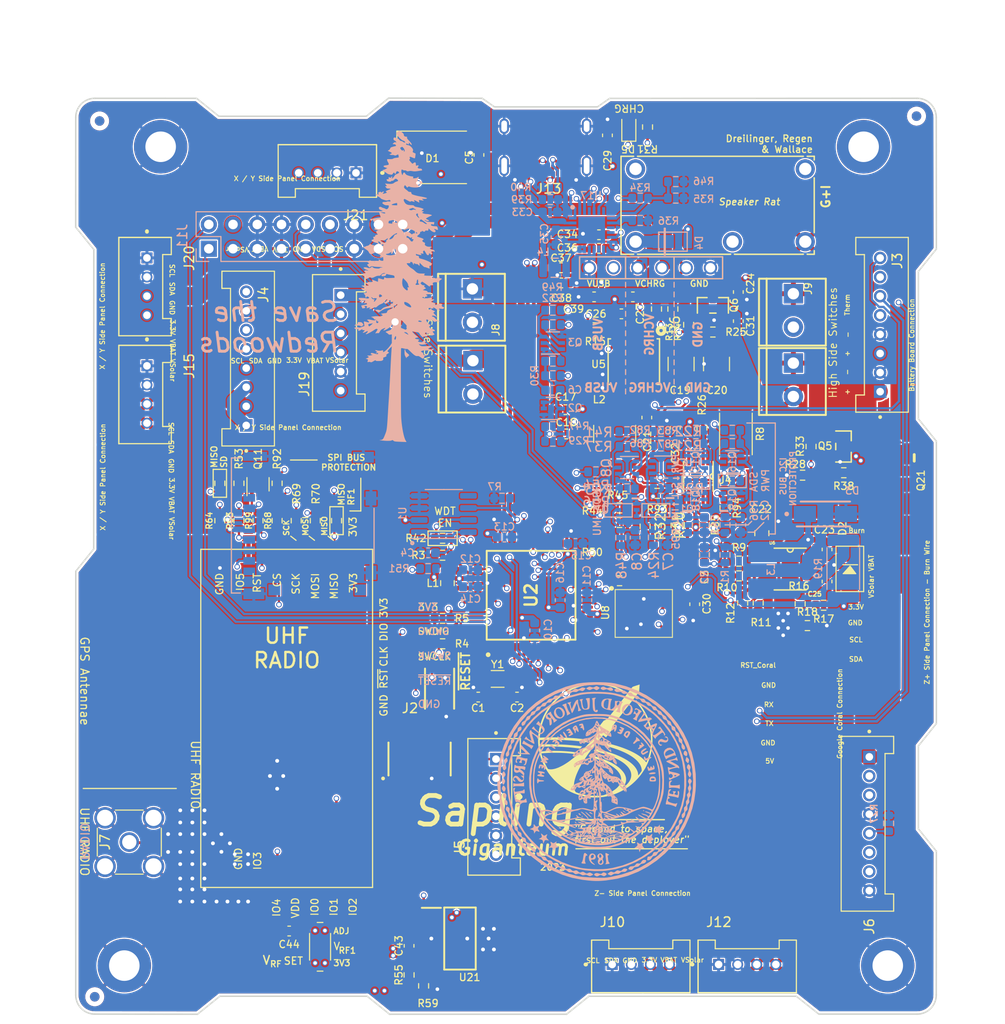
<source format=kicad_pcb>
(kicad_pcb (version 20221018) (generator pcbnew)
  (layers (0 "F.Cu" signal) (1 "In1.Cu" signal "Route2") (2 "In2.Cu" signal "Route15") (31 "B.Cu" signal) (34 "B.Paste" user) (35 "F.Paste" user) (36 "B.SilkS" user "B.Silkscreen") (37 "F.SilkS" user "F.Silkscreen") (38 "B.Mask" user) (39 "F.Mask" user) (44 "Edge.Cuts" user))
  (net 0 "")
  (net 1 "GND")
  (net 2 "3.3V")
  (net 3 "RPI_UART_TO_PI")
  (net 4 "SWCLK")
  (net 5 "SWDIO")
  (net 6 "~{RESET}")
  (net 7 "VSOLAR")
  (net 8 "VBATT")
  (net 9 "USB_D+")
  (net 10 "USB_D-")
  (net 12 "BURN_RELAY_A")
  (net 13 "Net-(Q3A-C1)")
  (net 14 "Net-(Q2B-B2)")
  (net 16 "Net-(U2-VDDCORE)")
  (net 17 "/Burn Wires/VBURN_A_IN")
  (net 18 "Net-(U5-SW1)")
  (net 19 "Net-(U5-VBST)")
  (net 20 "/Avionics/XTAL1")
  (net 21 "/Avionics/XTAL2")
  (net 22 "/Avionics/BATTERY")
  (net 23 "MISO")
  (net 24 "SCK")
  (net 25 "MOSI")
  (net 26 "FLASH_CS")
  (net 27 "FLASH_SCK")
  (net 28 "FLASH_IO3")
  (net 29 "FLASH_IO2")
  (net 30 "FLASH_MISO")
  (net 31 "FLASH_MOSI")
  (net 32 "Net-(D2-K)")
  (net 33 "Net-(D3-K)")
  (net 34 "Net-(U5-SS)")
  (net 35 "Net-(U5-VREG5)")
  (net 36 "Net-(U4-TIMER)")
  (net 37 "Net-(U17-PMID_1)")
  (net 38 "Net-(U17-SW_1)")
  (net 39 "Net-(R16-Pad2)")
  (net 40 "Net-(U17-BTST)")
  (net 41 "Net-(J14-Pin_1)")
  (net 42 "Net-(J14-Pin_3)")
  (net 43 "ADCS_Rx")
  (net 44 "WDT_WDI")
  (net 45 "~{CHRG}")
  (net 46 "Net-(Q18B-G1)")
  (net 47 "Net-(Q19B-G1)")
  (net 48 "RF1_RST")
  (net 49 "RF1_CS")
  (net 50 "RF1_IO0")
  (net 51 "USB_CC2")
  (net 52 "USB_CC1")
  (net 53 "GNDREF")
  (net 54 "VBUS_IN")
  (net 55 "SCL")
  (net 56 "SDA")
  (net 57 "ADCS_Tx")
  (net 58 "VCHRG")
  (net 59 "ADCS_EN")
  (net 60 "RPI_UART_FROM_PI")
  (net 61 "MPPT_STAT_1")
  (net 63 "Net-(D1-DIN)")
  (net 64 "RF1_IO4")
  (net 65 "Net-(Q6-C)")
  (net 66 "Net-(D5-A)")
  (net 68 "SD_CS")
  (net 72 "RPI_RST")
  (net 73 "RPI_TEMP")
  (net 76 "Net-(U2-VSW)")
  (net 77 "/Power/3V3_EN")
  (net 78 "Net-(U6-SENSE)")
  (net 79 "RPI_ENAB")
  (net 80 "Net-(Q2A-B1)")
  (net 81 "Net-(Q3A-B1)")
  (net 82 "MOSI_RF1")
  (net 83 "SCK_RF1")
  (net 84 "MISO_RF1")
  (net 85 "Net-(Q3B-B2)")
  (net 86 "SCL_PWR")
  (net 87 "Net-(Q5-G)")
  (net 88 "SDA_PWR")
  (net 89 "Net-(Q21-Gate)")
  (net 90 "VBUS_RESET")
  (net 91 "STAT")
  (net 92 "/Power/REGN")
  (net 93 "Net-(Q11A-E1)")
  (net 94 "VCC_RF1")
  (net 95 "ENAB_RF")
  (net 96 "Net-(Q11A-B1)")
  (net 97 "Net-(Q11B-E2)")
  (net 98 "Net-(Q11B-B2)")
  (net 99 "VBATT_SENSE")
  (net 100 "MOSI_SD")
  (net 101 "SCK_SD")
  (net 102 "MISO_SD")
  (net 103 "Net-(Q15A-B1)")
  (net 104 "/RF and GPS/RF1_ANT")
  (net 105 "Net-(Q15B-B2)")
  (net 106 "Net-(Q16A-B1)")
  (net 107 "Net-(Q16B-B2)")
  (net 108 "Net-(Q18A-G2)")
  (net 109 "Net-(Q19A-G2)")
  (net 110 "Net-(U6-VIN_REG)")
  (net 111 "ENAB_THERM")
  (net 112 "Net-(U5-VFB)")
  (net 113 "BURN")
  (net 114 "ENAB_BURN")
  (net 115 "Net-(U5-PG)")
  (net 116 "Net-(U6-VFB)")
  (net 117 "Net-(U4-ON)")
  (net 118 "Net-(U17-TS)")
  (net 119 "Net-(U17-ILIM)")
  (net 120 "Net-(U1-~{RESET})")
  (net 121 "SENSE_THERM_A")
  (net 122 "BAT_HEATER_A")
  (net 123 "~{MPPT_SHDN_1}")
  (net 125 "/Connectors/VSOLAR_1")
  (net 127 "Net-(U21-SENSE{slash}ADJ)")
  (net 128 "Net-(U1-~{MR})")
  (net 130 "SENSE_THERM_B")
  (net 136 "~{FAULT}")
  (net 140 "/Connectors/VSOLAR_2")
  (net 145 "Net-(Q6-B)")
  (net 146 "BAT_HEATER_B")
  (net 147 "MPPT_STAT_2")
  (net 148 "~{MPPT_SHDN_2}")
  (net 150 "Net-(Q1B-G1)")
  (net 151 "Net-(Q7B-G1)")
  (net 152 "Net-(Q1A-G2)")
  (net 153 "Net-(Q1A-D1)")
  (net 154 "Net-(Q4A-B1)")
  (net 155 "SCL_PWR2")
  (net 156 "Net-(Q7A-G2)")
  (net 157 "Net-(Q7A-D1)")
  (net 158 "Net-(Q8A-B1)")
  (net 159 "SDA_PWR2")
  (footprint "Resistor_SMD:R_0603_1608Metric" (layer "F.Cu") (at 178.816 91.694)
    (fp_text reference "R38")
    (fp_text value "100k")
  )
  (footprint "mainboard:PWP14_2P31X2P46-L" (layer "F.Cu") (at 156.8161 80.058096 -90)
    (fp_text reference "U5")
    (fp_text value "TPS54226PWPR" hide)
  )
  (footprint "Capacitor_SMD:C_0603_1608Metric" (layer "F.Cu") (at 149.733 87.63)
    (fp_text reference "C18")
    (fp_text value "22uF")
  )
  (footprint "Capacitor_SMD:C_0603_1608Metric" (layer "F.Cu") (at 149.6406 85.09)
    (fp_text reference "C17")
    (fp_text value "22uF")
  )
  (footprint "Capacitor_SMD:C_0603_1608Metric" (layer "F.Cu") (at 158.1785 85.9155 90)
    (fp_text reference "C21")
    (fp_text value "0.1uF")
  )
  (footprint "Resistor_SMD:R_0603_1608Metric" (layer "F.Cu") (at 152.781 76.5175 180)
    (fp_text reference "R15")
    (fp_text value "100K")
  )
  (footprint "Capacitor_SMD:C_0603_1608Metric" (layer "F.Cu") (at 155.5115 75.057 180)
    (fp_text reference "C26")
    (fp_text value "3.3nF")
  )
  (footprint "mainboard:SOT-23" (layer "F.Cu") (at 178.7871 88.948096 -90)
    (fp_text reference "Q5")
    (fp_text value "IRLML2803" hide)
  )
  (footprint "Resistor_SMD:R_0603_1608Metric" (layer "F.Cu") (at 165.1 76.962)
    (fp_text reference "R25")
    (fp_text value "10k")
  )
  (footprint "mainboard:QFP50P1200X1200X120-64N" (layer "F.Cu") (at 146.05 104.521 90)
    (fp_text reference "U2")
    (fp_text value "ATSAMD51J20A-AU" hide)
  )
  (footprint "mainboard:IRF7404TRPBF" (layer "F.Cu") (at 183.515 92.329 180)
    (fp_text reference "Q21")
    (fp_text value "IRF7404TRPBF" hide)
  )
  (footprint "Resistor_SMD:R_0603_1608Metric" (layer "F.Cu") (at 136.779 100.33)
    (fp_text reference "R3")
    (fp_text value "10K")
  )
  (footprint "mainboard:SON127P600X500X90-9N" (layer "F.Cu") (at 157.861 106.426)
    (fp_text reference "U8")
    (fp_text value "MR25H40MDF")
  )
  (footprint "Resistor_SMD:R_0603_1608Metric" (layer "F.Cu") (at 155.321 95.377)
    (fp_text reference "R45")
    (fp_text value "10K")
  )
  (footprint "Resistor_SMD:R_0603_1608Metric" (layer "F.Cu") (at 136.779 109.601 180)
    (fp_text reference "R4")
    (fp_text value "10K")
  )
  (footprint "MountingHole:MountingHole_3.2mm_M3_DIN965_Pad" (layer "F.Cu") (at 107.2361 57.5641)
    (fp_text reference "H1" hide)
    (fp_text value "MountingHole_Pad")
  )
  (footprint "MountingHole:MountingHole_3.2mm_M3_DIN965_Pad" (layer "F.Cu") (at 103.4261 143.2941)
    (fp_text reference "H2" hide)
    (fp_text value "MountingHole_Pad")
  )
  (footprint "MountingHole:MountingHole_3.2mm_M3_DIN965_Pad" (layer "F.Cu") (at 183.4261 143.2941)
    (fp_text reference "H3" hide)
    (fp_text value "MountingHole_Pad")
  )
  (footprint "MountingHole:MountingHole_3.2mm_M3_DIN965_Pad" (layer "F.Cu") (at 180.8961 57.5641)
    (fp_text reference "H4" hide)
    (fp_text value "MountingHole_Pad")
  )
  (footprint "Fiducial:Fiducial_1mm_Mask2mm" (layer "F.Cu") (at 100.33 146.558)
    (fp_text reference "REF1T" hide)
    (fp_text value "Fiducial_1mm_Mask2mm")
  )
  (footprint "mainboard:RELAY_PE014006" (layer "F.Cu") (at 165.5979 63.69 90)
    (fp_text reference "U16" hide)
    (fp_text value "PE014006" hide)
  )
  (footprint "Capacitor_SMD:C_0603_1608Metric" (layer "F.Cu") (at 154.051 56.368 90)
    (fp_text reference "C29")
    (fp_text value "4.7uF")
  )
  (footprint "Resistor_SMD:R_0603_1608Metric" (layer "F.Cu") (at 158.2547 55.499 -90)
    (fp_text reference "R31")
    (fp_text value "10K")
  )
  (footprint "Capacitor_SMD:C_0603_1608Metric" (layer "F.Cu") (at 153.162 66.7766 180)
    (fp_text reference "C34")
    (fp_text value "4.7uF")
  )
  (footprint "Capacitor_SMD:C_0603_1608Metric" (layer "F.Cu") (at 149.225 71.8185)
    (fp_text reference "C38")
    (fp_text value "22uF")
  )
  (footprint "Resistor_SMD:R_0603_1608Metric" (layer "F.Cu") (at 159.1945 74.549 -90)
    (fp_text reference "R13")
    (fp_text value "73.2K")
  )
  (footprint "Capacitor_SMD:C_0603_1608Metric" (layer "F.Cu") (at 152.654 73.279)
    (fp_text reference "C39")
    (fp_text value "10uF")
  )
  (footprint "mainboard:SMA_901-144-horizontal" (layer "F.Cu") (at 103.9495 130.3655 -90)
    (fp_text reference "J7")
    (fp_text value "Amphenol_901-144")
  )
  (footprint "LED_SMD:LED_WS2812B_PLCC4_5.0x5.0mm_P3.2mm" (layer "F.Cu") (at 135.636 58.674 180)
    (fp_text reference "D1")
    (fp_text value "WS2812B")
  )
  (footprint "Resistor_SMD:R_0603_1608Metric" (layer "F.Cu") (at 155.321 102.997 180)
    (fp_text reference "R50")
    (fp_text value "10k")
  )
  (footprint "Capacitor_SMD:C_0603_1608Metric" (layer "F.Cu") (at 164.211 100.289196 90)
    (fp_text reference "C3")
    (fp_text value "0.1uF")
  )
  (footprint "Capacitor_SMD:C_0603_1608Metric" (layer "F.Cu") (at 163.195 105.458096 -90)
    (fp_text reference "C30")
    (fp_text value "0.1uF")
  )
  (footprint "Resistor_SMD:R_0603_1608Metric" (layer "F.Cu") (at 136.779 106.934)
    (fp_text reference "R5")
    (fp_text value "10k")
  )
  (footprint "Resistor_SMD:R_0603_1608Metric" (layer "F.Cu") (at 136.779 98.552 180)
    (fp_text reference "R42")
    (fp_text value "10k")
  )
  (footprint "Inductor_SMD:L_0805_2012Metric_Pad1.15x1.40mm_HandSolder" (layer "F.Cu") (at 137.287 103.251 -90)
    (fp_text reference "L1")
    (fp_text value "10uH")
  )
  (footprint "Capacitor_SMD:C_0603_1608Metric" (layer "F.Cu") (at 140.589 58.42 90)
    (fp_text reference "C5")
    (fp_text value "0.1uF")
  )
  (footprint "Capacitor_SMD:C_0603_1608Metric" (layer "F.Cu") (at 156.718 73.279 180)
    (fp_text reference "C27")
    (fp_text value "1uF")
  )
  (footprint "Capacitor_SMD:C_0603_1608Metric" (layer "F.Cu") (at 149.187 70.231)
    (fp_text reference "C37")
    (fp_text value "22uF")
  )
  (footprint "Resistor_SMD:R_0603_1608Metric" (layer "F.Cu") (at 162.433 97.155 90)
    (fp_text reference "R84")
    (fp_text value "10K")
  )
  (footprint "Resistor_SMD:R_0603_1608Metric" (layer "F.Cu") (at 164.211 97.155 90)
    (fp_text reference "R85")
    (fp_text value "10K")
  )
  (footprint "Resistor_SMD:R_0603_1608Metric" (layer "F.Cu") (at 159.258 93.853)
    (fp_text reference "R93")
    (fp_text value "100K")
  )
  (footprint "Resistor_SMD:R_0603_1608Metric" (layer "F.Cu") (at 166.37 95.377 90)
    (fp_text reference "R94")
    (fp_text value "100K")
  )
  (footprint "Resistor_SMD:R_0603_1608Metric" (layer "F.Cu") (at 155.321 96.901 180)
    (fp_text reference "R44")
    (fp_text value "10K")
  )
  (footprint "Capacitor_SMD:C_0603_1608Metric" (layer "F.Cu") (at 144.5768 115.18392)
    (fp_text reference "C2")
    (fp_text value "8pF")
  )
  (footprint "Crystal:Crystal_SMD_3215-2Pin_3.2x1.5mm" (layer "F.Cu") (at 142.5448 113.27892 180)
    (fp_text reference "Y1")
    (fp_text value "32.768kHz")
  )
  (footprint "Capacitor_SMD:C_0603_1608Metric" (layer "F.Cu") (at 140.5128 115.18392 180)
    (fp_text reference "C1")
    (fp_text value "8pF")
  )
  (footprint "mainboard:SCREWTERMINAL-3.5MM-2_LOCK" (layer "F.Cu") (at 173.5328 80.2132 -90)
    (fp_text reference "J16" hide)
    (fp_text value "1985807")
  )
  (footprint "Resistor_SMD:R_0603_1608Metric" (layer "F.Cu") (at 160.909 74.549 90)
    (fp_text reference "R14")
    (fp_text value "22.1K")
  )
  (footprint "LED_SMD:LED_0603_1608Metric" (layer "F.Cu") (at 156.2935 55.499 90)
    (fp_text reference "D5")
    (fp_text value "GREEN LED")
  )
  (footprint "Resistor_SMD:R_2512_6332Metric" (layer "F.Cu") (at 167.513 87.63 -90)
    (fp_text reference "R8")
    (fp_text value "0.1")
  )
  (footprint "mainboard:L_2141" (layer "F.Cu") (at 154.813 87.63 -90)
    (fp_text reference "L2")
    (fp_text value "3.3uH")
  )
  (footprint "mainboard:SOT-23" (layer "F.Cu") (at 165.1 74.168)
    (fp_text reference "Q6" hide)
    (fp_text value "MMBT2222AT -> BC817-40,215" hide)
  )
  (footprint "mainboard:SCREWTERMINAL-3.5MM-2_LOCK" (layer "F.Cu") (at 139.954 79.9592 -90)
    (fp_text reference "J18" hide)
    (fp_text value "1985807")
  )
  (footprint "Resistor_SMD:R_0603_1608Metric" (layer "F.Cu") (at 174.498 91.948 180)
    (fp_text reference "R28")
    (fp_text value "10k")
  )
  (footprint "Resistor_SMD:R_0603_1608Metric" (layer "F.Cu") (at 175.387 88.948096 -90)
    (fp_text reference "R33")
    (fp_text value "4.7k")
  )
  (footprint "Capacitor_SMD:C_1210_3225Metric" (layer "F.Cu") (at 161.7691 80.312096 90)
    (fp_text reference "C19")
    (fp_text value "100uF")
  )
  (footprint "Capacitor_SMD:C_1210_3225Metric" (layer "F.Cu") (at 165.481 80.312096 90)
    (fp_text reference "C20")
    (fp_text value "100uF")
  )
  (footprint "Capacitor_SMD:C_0603_1608Metric" (layer "F.Cu") (at 167.767 72.771 -90)
    (fp_text reference "C24")
    (fp_text value "0.1uF")
  )
  (footprint "Resistor_SMD:R_0603_1608Metric" (layer "F.Cu") (at 163.957 86.995 -90)
    (fp_text reference "R26")
    (fp_text value "1K")
  )
  (footprint "mainboard:ADM1176-1ARMZ-R7" (layer "F.Cu") (at 163.576 92.075 -90)
    (fp_text reference "U4")
    (fp_text value "ADM1176-1ARMZ-R7" hide)
  )
  (footprint "mainboard:RFM98PW" (layer "F.Cu") (at 120.4386 117.4115 -90)
    (fp_text reference "U23" hide)
    (fp_text value "RFM98PW" hide)
  )
  (footprint "Resistor_SMD:R_0603_1608Metric" (layer "F.Cu") (at 133.266 144.272 -90)
    (fp_text reference "R55")
    (fp_text value "10K")
  )
  (footprint "mainboard:BTN_KMR2_4.6X2.8" (layer "F.Cu") (at 136.4615 114.3 90)
    (fp_text reference "SW1" hide)
    (fp_text value "KMR231NG LFS" hide)
  )
  (footprint "Capacitor_SMD:C_0603_1608Metric" (layer "F.Cu") (at 167.767 75.819 90)
    (fp_text reference "C31")
    (fp_text value "22uF")
  )
  (footprint "Resistor_SMD:R_0603_1608Metric" (layer "F.Cu") (at 115.4386 96.7105 90)
    (fp_text reference "R63")
    (fp_text value "1K")
  )
  (footprint "Resistor_SMD:R_0603_1608Metric" (layer "F.Cu") (at 113.4386 96.7105 90)
    (fp_text reference "R64")
    (fp_text value "1K")
  )
  (footprint "Resistor_SMD:R_0603_1608Metric" (layer "F.Cu") (at 119.4386 96.7105 -90)
    (fp_text reference "R68")
    (fp_text value "4.7K")
  )
  (footprint "Resistor_SMD:R_0603_1608Metric" (layer "F.Cu") (at 121.4386 96.7105 90)
    (fp_text reference "R69")
    (fp_text value "1K")
  )
  (footprint "Resistor_SMD:R_0603_1608Metric" (layer "F.Cu") (at 113.4386 92.7989 90)
    (fp_text reference "R104" hide)
    (fp_text value "0")
  )
  (footprint "Resistor_SMD:R_0603_1608Metric" (layer "F.Cu") (at 119.4386 92.7989 90)
    (fp_text reference "R92")
    (fp_text value "4.7k")
  )
  (footprint "Package_TO_SOT_SMD:SOT-363_SC-70-6" (layer "F.Cu") (at 117.4386 92.9005 90)
    (fp_text reference "Q11")
    (fp_text value "MMDT2907")
  )
  (footprint "Resistor_SMD:R_0603_1608Metric" (layer "F.Cu") (at 115.4386 92.7989 -90)
    (fp_text reference "R53")
    (fp_text value "0")
  )
  (footprint "Resistor_SMD:R_0603_1608Metric" (layer "F.Cu") (at 117.4386 96.7105 -90)
    (fp_text reference "R99")
    (fp_text value "0")
  )
  (footprint "Resistor_SMD:R_0603_1608Metric" (layer "F.Cu") (at 123.4386 96.7105 -90)
    (fp_text reference "R70")
    (fp_text value "1K")
  )
  (footprint "Resistor_SMD:R_0603_1608Metric" (layer "F.Cu") (at 125.6665 96.7105 90)
    (fp_text reference "R101" hide)
    (fp_text value "0")
  )
  (footprint "mainboard:TPS7A4501DCQT" (layer "F.Cu") (at 138.6 140.462)
    (fp_text reference "U21")
    (fp_text value "TPS7A4501DCQT" hide)
  )
  (footprint "mainboard_local:SolderJumper-3_P1.3mm_Bridged12_RoundedPad1.0x1.5mm_JP6" (layer "F.Cu") (at 123.9393 141.3256 -90)
    (fp_text reference "JP6" hide)
    (fp_text value "Jumper_3_Bridged12")
  )
  (footprint "Capacitor_SMD:C_0603_1608Metric" (layer "F.Cu") (at 120.7008 139.6746)
    (fp_text reference "C44")
    (fp_text value "10uF")
  )
  (footprint "Resistor_SMD:R_0603_1608Metric" (layer "F.Cu") (at 134.79 145.415 -90)
    (fp_text reference "R59")
    (fp_text value "3.3K")
  )
  (footprint "Capacitor_SMD:C_0603_1608Metric" (layer "F.Cu") (at 133.266 141.224 -90)
    (fp_text reference "C43")
    (fp_text value "10uF")
  )
  (footprint "Capacitor_SMD:C_0603_1608Metric" (layer "F.Cu") (at 153.162 68.199)
    (fp_text reference "C36")
    (fp_text value "47nF")
  )
  (footprint "Capacitor_SMD:C_0603_1608Metric" (layer "F.Cu") (at 161.163 86.995 -90)
    (fp_text reference "C32")
    (fp_text value "3.3nF")
  )
  (footprint "mainboard:USB_C_Receptacle_XKB_U262-161N-4BVC11" (layer "F.Cu") (at 148.052 55.018 180)
    (fp_text reference "J13")
    (fp_text value "USB_C_pycubed")
  )
  (footprint "mainboard:SCREWTERMINAL-3.5MM-2_LOCK" (layer "F.Cu") (at 139.9032 72.4408 -90)
    (fp_text reference "J8")
    (fp_text value "1985807")
  )
  (footprint "mainboard:SCREWTERMINAL-3.5MM-2_LOCK" (layer "F.Cu") (at 173.5328 72.9488 -90)
    (fp_text reference "J9")
    (fp_text value "1985807")
  )
  (footprint "Resistor_SMD:R_0603_1608Metric" (layer "F.Cu") (at 176.7078 105.567481 180)
    (fp_text reference "R17")
    (fp_text value "510kΩ" hide)
  )
  (footprint "Resistor_SMD:R_0603_1608Metric" (layer "F.Cu") (at 168.2242 105.313481 -90)
    (fp_text reference "R12")
    (fp_text value "100kΩ" hide)
  )
  (footprint "Fiducial:Fiducial_1mm_Mask2mm" (layer "F.Cu") (at 186.436 54.356)
    (fp_text reference "REF3T" hide)
    (fp_text value "Fiducial_1mm_Mask2mm")
  )
  (footprint "mainboard:MSOP-12_MSE" (layer "F.Cu") (at 173.2026 101.7778)
    (fp_text reference "U6")
    (fp_text value "LT3652HVIMSE#PBF")
  )
  (footprint "mainboard:DO-214AC" (layer "F.Cu") (at 179.451 101.759 -90)
    (fp_text reference "D2")
    (fp_text value "CDBA240LL")
  )
  (footprint "Resistor_SMD:R_0603_1608Metric_Pad0.98x0.95mm_HandSolder" (layer "F.Cu") (at 162.56 76.2 90)
    (fp_text reference "R6")
    (fp_text value "2.1kΩ")
  )
  (footprint "Capacitor_SMD:C_0603_1608Metric" (layer "F.Cu") (at 177.0634 99.725481 90)
    (fp_text reference "C23")
    (fp_text value "1uF" hide)
  )
  (footprint "Resistor_SMD:R_0603_1608Metric" (layer "F.Cu") (at 169.8498 105.313481 -90)
    (fp_text reference "R11")
    (fp_text value "100kΩ" hide)
  )
  (footprint "mainboard:SAMTEC_FTSH-105-01-L-DV-007" (layer "F.Cu") (at 134.366 121.666)
    (fp_text reference "J2")
    (fp_text value "Conn_ARM_JTAG_SWD_10")
  )
  (footprint "Resistor_SMD:R_0603_1608Metric" (layer "F.Cu") (at 158 97.3 -90)
    (fp_text reference "R32")
    (fp_text value "100K")
  )
  (footprint "mainboard:MOLEX_35362-0450" (layer "F.Cu") (at 168.7 143.175)
    (fp_text reference "J12")
    (fp_text value "Conn_01x04")
  )
  (footprint "Fiducial:Fiducial_1mm_Mask2mm" (layer "F.Cu") (at 100.838 54.864 90)
    (fp_text reference "REF2T" hide)
    (fp_text value "Fiducial_1mm_Mask2mm")
  )
  (footprint "Resistor_SMD:R_0603_1608Metric" (layer "F.Cu") (at 175.006 107.696)
    (fp_text reference "R18")
    (fp_text value "330kΩ" hide)
  )
  (footprint "mainboard:MOLEX_35362-0450" (layer "F.Cu") (at 105.8 83.5 -90)
    (fp_text reference "J15")
    (fp_text value "Conn_01x04")
  )
  (footprint "Resistor_SMD:R_0603_1608Metric" (layer "F.Cu") (at 167.84 100.95)
    (fp_text reference "R9")
    (fp_text value "121K")
  )
  (footprint "Resistor_SMD:R_0603_1608Metric" (layer "F.Cu") (at 167.84 102.49 180)
    (fp_text reference "R10")
    (fp_text value "22.1K")
  )
  (footprint "mainboard:353620850" (layer "F.Cu") (at 182.626 83.2055 -90)
    (fp_text reference "J3")
    (fp_text value "353620850" hide)
  )
  (footprint "mainboard:MOLEX_35362-0650" (layer "F.Cu") (at 142.375 126.675 90)
    (fp_text reference "J5")
    (fp_text value "Conn_01x06")
  )
  (footprint "mainboard:MOLEX_35362-0450" (layer "F.Cu") (at 157.55 143.175)
    (fp_text reference "J10")
    (fp_text value "Conn_01x04")
  )
  (footprint "Capacitor_SMD:C_0603_1608Metric" (layer "F.Cu") (at 177.0634 103.078281 90)
    (fp_text reference "C25")
    (fp_text value "10uF" hide)
  )
  (footprint "mainboard:MOLEX_35362-0650" (layer "F.Cu") (at 126.1 78.1 90)
    (fp_text reference "J19")
    (fp_text value "Conn_01x06")
  )
  (footprint "LOGO" (layer "F.Cu") (at 152.654 121.412)
    (fp_text reference "G***" hide)
    (fp_text value "LOGO" hide)
  )
  (footprint "mainboard:353620850" (layer "F.Cu") (at 116.205 86.739999 -90)
    (fp_text reference "J4")
    (fp_text value "353620850" hide)
  )
  (footprint "mainboard:MOLEX_35362-0450" (layer "F.Cu") (at 105.8 72.2 -90)
    (fp_text reference "J20")
    (fp_text value "Conn_01x04")
  )
  (footprint "Capacitor_SMD:C_0805_2012Metric" (layer "F.Cu") (at 170.2308 98.023681 -90)
    (fp_text reference "C22")
    (fp_text value "10uF")
  )
  (footprint "mainboard:MOLEX_35362-0450" (layer "F.Cu") (at 124.7 60.3 180)
    (fp_text reference "J21")
    (fp_text value "Conn_01x04")
  )
  (footprint "mainboard:353620850" (layer "F.Cu") (at 181.491 121.443999 90)
    (fp_text reference "J6")
    (fp_text value "Conn_01x08" hide)
  )
  (footprint "Resistor_SMD:R_0603_1608Metric" (layer "F.Cu") (at 160.2 97.2 -90)
    (fp_text reference "R20")
    (fp_text value "100K")
  )
  (footprint "Resistor_SMD:R_0603_1608Metric" (layer "F.Cu") (at 174.244 105.41 -90)
    (fp_text reference "R16")
    (fp_text value "50kΩ" hide)
  )
  (footprint "Capacitor_SMD:C_0603_1608Metric" (layer "B.Cu") (at 135.255 100.076)
    (fp_text reference "C4")
    (fp_text value "1uF")
  )
  (footprint "Capacitor_SMD:C_0603_1608Metric" (layer "B.Cu") (at 151.892 105.029 90)
    (fp_text reference "C11")
    (fp_text value "0.1uF")
  )
  (footprint "Capacitor_SMD:C_0603_1608Metric" (layer "B.Cu") (at 149.098 105.029 90)
    (fp_text reference "C16")
    (fp_text value "10uF")
  )
  (footprint "Resistor_SMD:R_0603_1608Metric" (layer "B.Cu") (at 164.211 100.289196 -90)
    (fp_text reference "R2")
    (fp_text value "110K")
  )
  (footprint "Resistor_SMD:R_0603_1608Metric" (layer "B.Cu") (at 143.002 94.361)
    (fp_text reference "R7")
    (fp_text value "10k")
  )
  (footprint "Capacitor_SMD:C_0603_1608Metric" (layer "B.Cu") (at 143.256 98.425)
    (fp_text reference "C13")
    (fp_text value "1uF")
  )
  (footprint "mainboard:MOLEX_503182-1852" (layer "B.Cu") (at 122.2475 97.2185 -90)
    (fp_text reference "J1" hide)
    (fp_text value "503182-1852")
  )
  (footprint "Capacitor_SMD:C_0603_1608Metric" (layer "B.Cu") (at 146.431 108.204 -90)
    (fp_text reference "C10")
    (fp_text value "0.1uF")
  )
  (footprint "Capacitor_SMD:C_0603_1608Metric" (layer "B.Cu") (at 139.7 101.854 180)
    (fp_text reference "C12")
    (fp_text value "1uF")
  )
  (footprint "Package_SO:SO-8_3.9x4.9mm_P1.27mm" (layer "B.Cu") (at 136.906 96.012)
    (fp_text reference "U1")
    (fp_text value "MAX706RESA")
  )
  (footprint "Fiducial:Fiducial_1mm_Mask2mm" (layer "B.Cu") (at 186.436 54.356)
    (fp_text reference "REF1B" hide)
    (fp_text value "Fiducial_1mm_Mask2mm")
  )
  (footprint "Resistor_SMD:R_0603_1608Metric" (layer "B.Cu") (at 148.0566 61.7982)
    (fp_text reference "R40")
    (fp_text value "5.1k")
  )
  (footprint "mainboard:QFN50P400X400X100-25N-D" (layer "B.Cu") (at 152.4 66.294 -90)
    (fp_text reference "U17")
    (fp_text value "BQ25883RGER" hide)
  )
  (footprint "Resistor_SMD:R_0603_1608Metric" (layer "B.Cu") (at 157.48 65.278 180)
    (fp_text reference "R36")
    (fp_text value "560")
  )
  (footprint "Capacitor_SMD:C_0603_1608Metric" (layer "B.Cu") (at 148.6662 67.0306 90)
    (fp_text reference "C35")
    (fp_text value "10uF")
  )
  (footprint "Resistor_SMD:R_0603_1608Metric" (layer "B.Cu") (at 161.2138 62.9412 180)
    (fp_text reference "R35")
    (fp_text value "30.1K")
  )
  (footprint "Capacitor_SMD:C_0603_1608Metric" (layer "B.Cu") (at 148.0312 64.4144 180)
    (fp_text reference "C33")
    (fp_text value "1uF")
  )
  (footprint "Resistor_SMD:R_0603_1608Metric" (layer "B.Cu") (at 157.48 62.9412)
    (fp_text reference "R34")
    (fp_text value "5.23K")
  )
  (footprint "Resistor_SMD:R_0603_1608Metric" (layer "B.Cu") (at 148.0566 63.0936 180)
    (fp_text reference "R39")
    (fp_text value "5.1k")
  )
  (footprint "Capacitor_SMD:C_0603_1608Metric" (layer "B.Cu") (at 150.7 99.1)
    (fp_text reference "C15")
    (fp_text value "1uF")
  )
  (footprint "Resistor_SMD:R_0603_1608Metric" (layer "B.Cu") (at 161.2138 61.214 180)
    (fp_text reference "R46")
    (fp_text value "10K")
  )
  (footprint "mainboard:L_2510" (layer "B.Cu") (at 148.52 70.231)
    (fp_text reference "L4")
    (fp_text value "1uH")
  )
  (footprint "Capacitor_SMD:C_0603_1608Metric" (layer "B.Cu") (at 148.336 83.058)
    (fp_text reference "C6")
    (fp_text value "10uF")
  )
  (footprint "Capacitor_SMD:C_0603_1608Metric" (layer "B.Cu") (at 164.211 97.155 -90)
    (fp_text reference "C41")
    (fp_text value "10nF")
  )
  (footprint "Capacitor_SMD:C_0603_1608Metric" (layer "B.Cu") (at 168.021 97.155 -90)
    (fp_text reference "C42")
    (fp_text value "10nF")
  )
  (footprint "Package_TO_SOT_SMD:SOT-363_SC-70-6" (layer "B.Cu") (at 167.132 90.551)
    (fp_text reference "Q16")
    (fp_text value "MBT2222ADW1T1")
  )
  (footprint "mainboard:BSS138DWQ-7" (layer "B.Cu") (at 167.132 94.488)
    (fp_text reference "Q19")
    (fp_text value "BSS138DWQ-7" hide)
  )
  (footprint "Resistor_SMD:R_0603_1608Metric" (layer "B.Cu") (at 148.336 88.392)
    (fp_text reference "R29")
    (fp_text value "73.2K")
  )
  (footprint "Resistor_SMD:R_0603_1608Metric" (layer "B.Cu") (at 148.336 81.534 180)
    (fp_text reference "R30")
    (fp_text value "100K")
  )
  (footprint "Resistor_SMD:R_0603_1608Metric" (layer "B.Cu") (at 148.336 74.676 180)
    (fp_text reference "R49")
    (fp_text value "100K")
  )
  (footprint "Resistor_SMD:R_0603_1608Metric" (layer "B.Cu") (at 148.336 76.2)
    (fp_text reference "R52")
    (fp_text value "10K")
  )
  (footprint "Resistor_SMD:R_0603_1608Metric" (layer "B.Cu") (at 163.322 87.249)
    (fp_text reference "R82")
    (fp_text value "10K")
  )
  (footprint "Resistor_SMD:R_0603_1608Metric" (layer "B.Cu") (at 167.132 87.249)
    (fp_text reference "R83")
    (fp_text value "10K")
  )
  (footprint "Resistor_SMD:R_0603_1608Metric" (layer "B.Cu") (at 163.322 88.646)
    (fp_text reference "R86")
    (fp_text value "680")
  )
  (footprint "Resistor_SMD:R_0603_1608Metric" (layer "B.Cu") (at 167.132 88.646)
    (fp_text reference "R87")
    (fp_text value "680")
  )
  (footprint "Resistor_SMD:R_0603_1608Metric" (layer "B.Cu") (at 166.37 97.155 90)
    (fp_text reference "R96")
    (fp_text value "200K")
  )
  (footprint "Resistor_SMD:R_0603_1608Metric" (layer "B.Cu") (at 163.322 92.71 180)
    (fp_text reference "R108" hide)
    (fp_text value "0")
  )
  (footprint "Resistor_SMD:R_0603_1608Metric" (layer "B.Cu") (at 167.132 92.5576 180)
    (fp_text reference "R109" hide)
    (fp_text value "0")
  )
  (footprint "Package_TO_SOT_SMD:SOT-363_SC-70-6" (layer "B.Cu") (at 163.322 90.551)
    (fp_text reference "Q15")
    (fp_text value "MBT2222ADW1T1")
  )
  (footprint "mainboard:BSS138DWQ-7" (layer "B.Cu") (at 163.322 94.488)
    (fp_text reference "Q18")
    (fp_text value "BSS138DWQ-7" hide)
  )
  (footprint "Resistor_SMD:R_0603_1608Metric" (layer "B.Cu") (at 162.433 97.155 90)
    (fp_text reference "R95")
    (fp_text value "200K")
  )
  (footprint "Resistor_SMD:R_0603_1608Metric" (layer "B.Cu") (at 166.37 100.2919 -90)
    (fp_text reference "R1")
    (fp_text value "316K")
  )
  (footprint "mainboard:PWRDI-123" (layer "B.Cu") (at 160.911 67.5005)
    (fp_text reference "D4")
    (fp_text value "DFLS130L" hide)
  )
  (footprint "Package_TO_SOT_SMD:SOT-363_SC-70-6" (layer "B.Cu") (at 148.336 78.105)
    (fp_text reference "Q3")
    (fp_text value "MBT2222ADW1T1")
  )
  (footprint "Package_TO_SOT_SMD:SOT-363_SC-70-6" (layer "B.Cu") (at 148.336 84.963)
    (fp_text reference "Q2")
    (fp_text value "MBT2222ADW1T1")
  )
  (footprint "Resistor_SMD:R_0603_1608Metric" (layer "B.Cu") (at 148.336 80.01 180)
    (fp_text reference "R110" hide)
    (fp_text value "20K")
  )
  (footprint "mainboard_local:PinHeader_1x06_P2.54mm_Vertical_J14" (layer "B.Cu") (at 152.146 70.231 -90)
    (fp_text reference "J14" hide)
    (fp_text value "Conn_01x06")
  )
  (footprint "Resistor_SMD:R_0603_1608Metric" (layer "B.Cu") (at 148.336 86.868)
    (fp_text reference "R47")
    (fp_text value "200K")
  )
  (footprint "Capacitor_SMD:C_0603_1608Metric" (layer "B.Cu") (at 139.7 103.632)
    (fp_text reference "C14")
    (fp_text value "10uF")
  )
  (footprint "Resistor_SMD:R_0603_1608Metric" (layer "B.Cu") (at 135.255 101.727)
    (fp_text reference "R51")
    (fp_text value "10k")
  )
  (footprint "Package_TO_SOT_SMD:SOT-363_SC-70-6" (layer "B.Cu") (at 159.677475 91.1 180)
    (fp_text reference "Q4")
    (fp_text value "MBT2222ADW1T1")
  )
  (footprint "Resistor_SMD:R_0603_1608Metric" (layer "B.Cu") (at 159.657475 87.37)
    (fp_text reference "R22")
    (fp_text value "10K")
  )
  (footprint "Fiducial:Fiducial_1mm_Mask2mm" (layer "B.Cu") (at 100.838 54.864)
    (fp_text reference "REF2B" hide)
    (fp_text value "Fiducial_1mm_Mask2mm")
  )
  (footprint "Capacitor_SMD:C_0603_1608Metric" (layer "B.Cu") (at 160.367475 98.46 -90)
    (fp_text reference "C7")
    (fp_text value "10nF")
  )
  (footprint "mainboard:BSS138DWQ-7" (layer "B.Cu") (at 159.747475 95.54 180)
    (fp_text reference "Q1")
    (fp_text value "BSS138DWQ-7" hide)
  )
  (footprint "Resistor_SMD:R_0603_1608Metric" (layer "B.Cu") (at 152.85 91.6)
    (fp_text reference "R54")
    (fp_text value "0")
  )
  (footprint "Resistor_SMD:R_0603_1608Metric" (layer "B.Cu") (at 155.45 98.48 90)
    (fp_text reference "R48")
    (fp_text value "200K")
  )
  (footprint "Resistor_SMD:R_0603_1608Metric" (layer "B.Cu") (at 156.125 88.94 180)
    (fp_text reference "R37")
    (fp_text value "680")
  )
  (footprint "LOGO" (layer "B.Cu") (at 152.908 123.952 180)
    (fp_text reference "G***" hide)
    (fp_text value "LOGO" hide)
  )
  (footprint "mainboard:SDE06004A-680K" (layer "B.Cu") (at 171.5472 101.9024 -90)
    (fp_text reference "L3")
    (fp_text value "68uH" hide)
  )
  (footprint "mainboard:BSS138DWQ-7" (layer "B.Cu") (at 156.165 95.58 180)
    (fp_text reference "Q7")
    (fp_text value "BSS138DWQ-7" hide)
  )
  (footprint "Fiducial:Fiducial_1mm_Mask2mm" (layer "B.Cu") (at 100.33 146.558)
    (fp_text reference "REF3B" hide)
    (fp_text value "Fiducial_1mm_Mask2mm")
  )
  (footprint "mainboard:DIOM5226X262N" (layer "B.Cu") (at 176.8856 96.012)
    (fp_text reference "D3")
    (fp_text value "CMSH1-40M" hide)
  )
  (footprint "Resistor_SMD:R_0603_1608Metric" (layer "B.Cu") (at 159.657475 88.89 180)
    (fp_text reference "R21")
    (fp_text value "680")
  )
  (footprint "Capacitor_SMD:C_0603_1608Metric" (layer "B.Cu") (at 156.95 98.48 -90)
    (fp_text reference "C8")
    (fp_text value "10nF")
  )
  (footprint "Resistor_SMD:R_0603_1608Metric" (layer "B.Cu") (at 159.692475 93.33)
    (fp_text reference "R23")
    (fp_text value "10K")
  )
  (footprint "Resistor_SMD:R_2512_6332Metric" (layer "B.Cu") (at 178.7652 101.727 -90)
    (fp_text reference "R19")
    (fp_text value "0.40Ω" hide)
  )
  (footprint "Package_TO_SOT_SMD:SOT-363_SC-70-6" (layer "B.Cu") (at 156.11 91.15 180)
    (fp_text reference "Q8")
    (fp_text value "MBT2222ADW1T1")
  )
  (footprint "Resistor_SMD:R_0603_1608Metric" (layer "B.Cu") (at 183.515 128.4 -90)
    (fp_text reference "R27")
    (fp_text value "300K")
  )
  (footprint "Resistor_SMD:R_0603_1608Metric" (layer "B.Cu") (at 156.11 93.37)
    (fp_text reference "R43")
    (fp_text value "10K")
  )
  (footprint "Resistor_SMD:R_0603_1608Metric" (layer "B.Cu") (at 152.875 93.3)
    (fp_text reference "R56")
    (fp_text value "0")
  )
  (footprint "Connector_PinSocket_2.54mm:PinSocket_2x09_P2.54mm_Vertical" (layer "B.Cu") (at 112.28 68.24 -90)
    (fp_text reference "J11")
    (fp_text value "MPPT board")
  )
  (footprint "Resistor_SMD:R_0603_1608Metric" (layer "B.Cu") (at 156.1 87.4)
    (fp_text reference "R41")
    (fp_text value "10K")
  )
  (footprint "LOGO" (layer "B.Cu") (at 132.334 72.136 180)
    (fp_text reference "G***" hide)
    (fp_text value "LOGO" hide)
  )
  (footprint "Resistor_SMD:R_0603_1608Metric" (layer "B.Cu") (at 158.867475 98.46 90)
    (fp_text reference "R24")
    (fp_text value "200K")
  )
  (gr_line (start 151.13 69.088) (end 151.13 71.374) (stroke (width 0.127)) (layer "B.SilkS"))
  (gr_line (start 151.13 71.374) (end 166.116 71.374) (stroke (width 0.127)) (layer "B.SilkS"))
  (gr_line (start 166.116 71.374) (end 166.116 69.088) (stroke (width 0.127)) (layer "B.SilkS"))
  (gr_line (start 166.116 69.088) (end 151.13 69.088) (stroke (width 0.127)) (layer "B.SilkS"))
  (gr_line (start 155.956 79.883) (end 155.956 80.391) (stroke (width 0.127)) (layer "B.SilkS"))
  (gr_line (start 155.956 79.375) (end 155.956 78.867) (stroke (width 0.127)) (layer "B.SilkS"))
  (gr_line (start 155.956 77.851) (end 155.956 78.359) (stroke (width 0.127)) (layer "B.SilkS"))
  (gr_line (start 155.956 76.835) (end 155.956 77.343) (stroke (width 0.127)) (layer "B.SilkS"))
  (gr_line (start 155.956 74.803) (end 155.956 75.311) (stroke (width 0.127)) (layer "B.SilkS"))
  (gr_line (start 155.956 76.327) (end 155.956 75.819) (stroke (width 0.127)) (layer "B.SilkS"))
  (gr_line (start 155.956 73.787) (end 155.956 74.295) (stroke (width 0.127)) (layer "B.SilkS"))
  (gr_line (start 155.956 71.755) (end 155.956 72.263) (stroke (width 0.127)) (layer "B.SilkS"))
  (gr_line (start 155.956 73.279) (end 155.956 72.771) (stroke (width 0.127)) (layer "B.SilkS"))
  (gr_line (start 155.956 81.407) (end 155.956 80.899) (stroke (width 0.127)) (layer "B.SilkS"))
  (gr_line (start 155.956 82.423) (end 155.956 81.915) (stroke (width 0.127)) (layer "B.SilkS"))
  (gr_line (start 155.956 83.439) (end 155.956 82.931) (stroke (width 0.127)) (layer "B.SilkS"))
  (gr_line (start 165.6715 91.8591) (end 165.6715 93.2561) (stroke (width 0.127)) (layer "B.SilkS"))
  (gr_line (start 168.5925 91.8591) (end 165.6715 91.8591) (stroke (width 0.127)) (layer "B.SilkS"))
  (gr_line (start 168.5925 91.8591) (end 168.5925 93.2561) (stroke (width 0.127)) (layer "B.SilkS"))
  (gr_line (start 168.5925 93.2561) (end 165.6715 93.2561) (stroke (width 0.127)) (layer "B.SilkS"))
  (gr_line (start 164.7825 92.0115) (end 164.7825 93.4085) (stroke (width 0.127)) (layer "B.SilkS"))
  (gr_line (start 164.7825 93.4085) (end 161.8615 93.4085) (stroke (width 0.127)) (layer "B.SilkS"))
  (gr_line (start 164.7825 92.0115) (end 161.8615 92.0115) (stroke (width 0.127)) (layer "B.SilkS"))
  (gr_line (start 161.8615 92.0115) (end 161.8615 93.4085) (stroke (width 0.127)) (layer "B.SilkS"))
  (gr_line (start 160.5915 96.3295) (end 157.6705 96.3295) (stroke (width 0.127)) (layer "B.SilkS"))
  (gr_line (start 160.5915 94.9325) (end 157.6705 94.9325) (stroke (width 0.127)) (layer "B.SilkS"))
  (gr_line (start 160.5915 94.9325) (end 160.5915 96.3295) (stroke (width 0.127)) (layer "B.SilkS"))
  (gr_line (start 157.6705 94.9325) (end 157.6705 96.3295) (stroke (width 0.127)) (layer "B.SilkS"))
  (gr_line (start 153.7335 94.9325) (end 153.7335 96.3295) (stroke (width 0.127)) (layer "B.SilkS"))
  (gr_line (start 156.6545 94.9325) (end 156.6545 96.3295) (stroke (width 0.127)) (layer "B.SilkS"))
  (gr_line (start 156.6545 94.9325) (end 153.7335 94.9325) (stroke (width 0.127)) (layer "B.SilkS"))
  (gr_line (start 156.6545 96.3295) (end 153.7335 96.3295) (stroke (width 0.127)) (layer "B.SilkS"))
  (gr_line (start 161.544 92.2655) (end 161.417 92.1385) (stroke (width 0.1524)) (layer "B.SilkS"))
  (gr_line (start 161.544 92.2655) (end 160.9725 92.2655) (stroke (width 0.1524)) (layer "B.SilkS"))
  (gr_line (start 161.544 92.2655) (end 161.417 92.3925) (stroke (width 0.1524)) (layer "B.SilkS"))
  (gr_line (start 160.909 94.996) (end 161.036 95.123) (stroke (width 0.1524)) (layer "B.SilkS"))
  (gr_line (start 160.909 94.996) (end 161.4805 94.996) (stroke (width 0.1524)) (layer "B.SilkS"))
  (gr_line (start 160.909 94.996) (end 161.036 94.869) (stroke (width 0.1524)) (layer "B.SilkS"))
  (gr_line (start 170.942 98.1075) (end 171.6405 98.1075) (stroke (width 0.127)) (layer "B.SilkS"))
  (gr_line (start 171.6405 98.1075) (end 171.6405 86.487) (stroke (width 0.127)) (layer "B.SilkS"))
  (gr_line (start 168.656 86.487) (end 171.6405 86.487) (stroke (width 0.127)) (layer "B.SilkS"))
  (gr_line (start 161.036 71.374) (end 161.036 69.088) (stroke (width 0.127)) (layer "B.SilkS"))
  (gr_line (start 161.036 77.851) (end 161.036 78.359) (stroke (width 0.127)) (layer "B.SilkS"))
  (gr_line (start 161.036 79.375) (end 161.036 78.867) (stroke (width 0.127)) (layer "B.SilkS"))
  (gr_line (start 161.036 79.883) (end 161.036 80.391) (stroke (width 0.127)) (layer "B.SilkS"))
  (gr_line (start 161.036 83.439) (end 161.036 82.931) (stroke (width 0.127)) (layer "B.SilkS"))
  (gr_line (start 161.036 82.423) (end 161.036 81.915) (stroke (width 0.127)) (layer "B.SilkS"))
  (gr_line (start 161.036 71.755) (end 161.036 72.263) (stroke (width 0.127)) (layer "B.SilkS"))
  (gr_line (start 161.036 74.803) (end 161.036 75.311) (stroke (width 0.127)) (layer "B.SilkS"))
  (gr_line (start 161.036 76.835) (end 161.036 77.343) (stroke (width 0.127)) (layer "B.SilkS"))
  (gr_line (start 161.036 73.279) (end 161.036 72.771) (stroke (width 0.127)) (layer "B.SilkS"))
  (gr_line (start 161.036 76.327) (end 161.036 75.819) (stroke (width 0.127)) (layer "B.SilkS"))
  (gr_line (start 161.036 81.407) (end 161.036 80.899) (stroke (width 0.127)) (layer "B.SilkS"))
  (gr_line (start 161.036 73.787) (end 161.036 74.295) (stroke (width 0.127)) (layer "B.SilkS"))
  (gr_line (start 168.783 97.917) (end 169.418 97.917) (stroke (width 0.127)) (layer "B.SilkS"))
  (gr_circle (center 133.604 99.06) (end 133.731 99.06) (stroke (width 0.2)) (fill none) (layer "B.SilkS"))
  (gr_line (start 155.956 69.088) (end 155.956 71.374) (stroke (width 0.127)) (layer "B.SilkS"))
  (gr_line (start 168.783 97.155) (end 169.164 96.774) (stroke (width 0.127)) (layer "B.SilkS"))
  (gr_line (start 166.37 97.155) (end 168.783 97.155) (stroke (width 0.127)) (layer "B.SilkS"))
  (gr_line (start 169.418 97.917) (end 170.434 96.901) (stroke (width 0.127)) (layer "B.SilkS"))
  (gr_line (start 166.116 69.088) (end 151.13 69.088) (stroke (width 0.127)) (layer "F.SilkS"))
  (gr_line (start 161.036 71.374) (end 161.036 69.088) (stroke (width 0.127)) (layer "F.SilkS"))
  (gr_line (start 155.956 71.374) (end 155.956 69.088) (stroke (width 0.127)) (layer "F.SilkS"))
  (gr_line (start 114.1371 91.3384) (end 112.7401 91.3384) (stroke (width 0.127)) (layer "F.SilkS"))
  (gr_line (start 114.1371 91.3384) (end 114.1371 94.2594) (stroke (width 0.127)) (layer "F.SilkS"))
  (gr_line (start 112.7401 91.3384) (end 112.7401 94.2594) (stroke (width 0.127)) (layer "F.SilkS"))
  (gr_line (start 114.1371 94.2594) (end 112.7401 94.2594) (stroke (width 0.127)) (layer "F.SilkS"))
  (gr_line (start 126.365 98.171) (end 124.968 98.171) (stroke (width 0.127)) (layer "F.SilkS"))
  (gr_line (start 126.365 95.25) (end 126.365 98.171) (stroke (width 0.127)) (layer "F.SilkS"))
  (gr_line (start 124.968 98.171) (end 124.968 95.25) (stroke (width 0.127)) (layer "F.SilkS"))
  (gr_line (start 126.365 95.25) (end 124.968 95.25) (stroke (width 0.127)) (layer "F.SilkS"))
  (gr_line (start 121.4247 98.7679) (end 120.8659 98.3361) (stroke (width 0.127)) (layer "F.SilkS"))
  (gr_line (start 123.3551 98.7679) (end 122.7963 98.3361) (stroke (width 0.127)) (layer "F.SilkS"))
  (gr_line (start 125.3363 98.7679) (end 124.7775 98.3361) (stroke (width 0.127)) (layer "F.SilkS"))
  (gr_line (start 120.8405 90.3605) (end 123.6345 90.3605) (stroke (width 0.127)) (layer "F.SilkS"))
  (gr_line (start 128.2065 95.6945) (end 128.2065 92.2655) (stroke (width 0.127)) (layer "F.SilkS"))
  (gr_line (start 128.2065 95.6945) (end 127.0635 95.6945) (stroke (width 0.127)) (layer "F.SilkS"))
  (gr_line (start 150.749 131.064) (end 162.433 131.064) (stroke (width 0.127)) (layer "F.SilkS"))
  (gr_line (start 166.116 71.374) (end 166.116 69.088) (stroke (width 0.127)) (layer "F.SilkS"))
  (gr_line (start 151.13 71.374) (end 166.116 71.374) (stroke (width 0.127)) (layer "F.SilkS"))
  (gr_line (start 151.13 69.088) (end 151.13 71.374) (stroke (width 0.127)) (layer "F.SilkS"))
  (gr_line (start 138.303 99.314) (end 135.255 99.314) (stroke (width 0.127)) (layer "F.SilkS"))
  (gr_line (start 135.255 99.314) (end 135.255 97.79) (stroke (width 0.127)) (layer "F.SilkS"))
  (gr_line (start 138.303 97.79) (end 138.303 99.314) (stroke (width 0.127)) (layer "F.SilkS"))
  (gr_line (start 135.255 97.79) (end 138.303 97.79) (stroke (width 0.127)) (layer "F.SilkS"))
  (gr_line (start 160.02 128.016) (end 150.749 128.016) (stroke (width 0.127)) (layer "F.SilkS"))
  (gr_line (start 99.125 124.75) (end 108.875 124.75) (stroke (width 0.127)) (layer "F.SilkS"))
  (gr_line (start 150.749 128.016) (end 160.02 128.016) (stroke (width 0.127)) (layer "F.SilkS"))
  (gr_arc (start 98.3361 54.4891) (mid 98.921886 53.074886) (end 100.3361 52.4891) (stroke (width 0.15)) (layer "Edge.Cuts"))
  (gr_arc (start 100.3361 148.3741) (mid 98.921886 147.788314) (end 98.3361 146.3741) (stroke (width 0.15)) (layer "Edge.Cuts"))
  (gr_arc (start 188.5061 146.3741) (mid 187.920314 147.788314) (end 186.5061 148.3741) (stroke (width 0.15)) (layer "Edge.Cuts"))
  (gr_line (start 154.2761 52.499096) (end 153.0061 53.388096) (stroke (width 0.15)) (layer "Edge.Cuts"))
  (gr_line (start 142.2111 53.388096) (end 140.931103 52.4891) (stroke (width 0.15)) (layer "Edge.Cuts"))
  (gr_line (start 111.0016 52.4902) (end 100.3361 52.4891) (stroke (width 0.15)) (layer "Edge.Cuts"))
  (gr_arc (start 186.5061 52.4891) (mid 187.920314 53.074886) (end 188.5061 54.4891) (stroke (width 0.15)) (layer "Edge.Cuts"))
  (gr_line (start 186.5061 52.4891) (end 154.2761 52.499096) (stroke (width 0.15)) (layer "Edge.Cuts"))
  (gr_line (start 98.3402 102.0084) (end 98.3361 146.3741) (stroke (width 0.15)) (layer "Edge.Cuts"))
  (gr_line (start 153.0061 53.388096) (end 142.2111 53.388096) (stroke (width 0.15)) (layer "Edge.Cuts"))
  (gr_line (start 128.8796 146.5072) (end 113.4364 146.5072) (stroke (width 0.15)) (layer "Edge.Cuts"))
  (gr_line (start 128.8796 146.5072) (end 131.2164 148.3868) (stroke (width 0.15)) (layer "Edge.Cuts"))
  (gr_line (start 113.4364 146.5072) (end 111.0996 148.3868) (stroke (width 0.15)) (layer "Edge.Cuts"))
  (gr_line (start 188.5061 54.4891) (end 188.5188 68.2752) (stroke (width 0.15)) (layer "Edge.Cuts"))
  (gr_line (start 188.5188 88.392) (end 188.5188 117.9576) (stroke (width 0.15)) (layer "Edge.Cuts"))
  (gr_line (start 188.5188 131.318) (end 188.5061 146.3741) (stroke (width 0.15)) (layer "Edge.Cuts"))
  (gr_line (start 186.5061 148.3741) (end 176.2 148.3741) (stroke (width 0.15)) (layer "Edge.Cuts"))
  (gr_line (start 111.0996 148.3868) (end 100.3361 148.3741) (stroke (width 0.15)) (layer "Edge.Cuts"))
  (gr_line (start 131.2164 148.3868) (end 149.775 148.3868) (stroke (width 0.15)) (layer "Edge.Cuts"))
  (gr_line (start 100.2198 99.6716) (end 100.23 68.32) (stroke (width 0.15)) (layer "Edge.Cuts"))
  (gr_line (start 113.3384 54.3698) (end 128.7816 54.3698) (stroke (width 0.15)) (layer "Edge.Cuts"))
  (gr_line (start 173.8439 146.5072) (end 152.1118 146.5072) (stroke (width 0.15)) (layer "Edge.Cuts"))
  (gr_line (start 98.3361 54.4891) (end 98.3302 65.9832) (stroke (width 0.15)) (layer "Edge.Cuts"))
  (gr_line (start 140.931103 52.4891) (end 131.1184 52.47) (stroke (width 0.15)) (layer "Edge.Cuts"))
  (gr_line (start 186.6392 120.2944) (end 188.5188 117.9576) (stroke (width 0.15)) (layer "Edge.Cuts"))
  (gr_line (start 100.23 68.32) (end 98.3302 65.9832) (stroke (width 0.15)) (layer "Edge.Cuts"))
  (gr_line (start 128.7816 54.3698) (end 131.1184 52.47) (stroke (width 0.15)) (layer "Edge.Cuts"))
  (gr_line (start 186.6392 128.9812) (end 188.5188 131.318) (stroke (width 0.15)) (layer "Edge.Cuts"))
  (gr_line (start 186.6392 70.612) (end 188.5188 68.2752) (stroke (width 0.15)) (layer "Edge.Cuts"))
  (gr_line (start 100.2198 99.6716) (end 98.3402 102.0084) (stroke (width 0.15)) (layer "Edge.Cuts"))
  (gr_line (start 113.3384 54.3698) (end 111.0016 52.4902) (stroke (width 0.15)) (layer "Edge.Cuts"))
  (gr_line (start 186.6392 70.612) (end 186.6392 86.0552) (stroke (width 0.15)) (layer "Edge.Cuts"))
  (gr_line (start 173.8439 146.5072) (end 176.2 148.3741) (stroke (width 0.15)) (layer "Edge.Cuts"))
  (gr_line (start 152.1118 146.5072) (end 149.775 148.3868) (stroke (width 0.15)) (layer "Edge.Cuts"))
  (gr_line (start 186.6392 120.2944) (end 186.6392 128.9812) (stroke (width 0.15)) (layer "Edge.Cuts"))
  (gr_line (start 186.6392 86.0552) (end 188.5188 88.392) (stroke (width 0.15)) (layer "Edge.Cuts"))
  (gr_text "RADIO" (at 98.7425 128.27 -90) (layer "B.SilkS") (effects (font (size 0.889 0.889) (thickness 0.127)) (justify right bottom mirror)))
  (gr_text "~{RESET}" (at 134.112 113.948261) (layer "B.SilkS") (effects (font (size 0.77216 0.77216) (thickness 0.12192)) (justify right bottom mirror)))
  (gr_text "SWCLK" (at 134.112 111.261144) (layer "B.SilkS") (effects (font (size 0.7112 0.7112) (thickness 0.12192)) (justify right bottom mirror)))
  (gr_text "3V3" (at 134.112 106.209795) (layer "B.SilkS") (effects (font (size 0.77216 0.77216) (thickness 0.12192)) (justify right bottom mirror)))
  (gr_text "SWDIO" (at 134.112 108.721144) (layer "B.SilkS") (effects (font (size 0.7112 0.7112) (thickness 0.12192)) (justify right bottom mirror)))
  (gr_text "VCHRG" (at 160.782 83.312) (layer "B.SilkS") (effects (font (size 0.889 0.889) (thickness 0.2032)) (justify left bottom mirror)))
  (gr_text "VUSB" (at 155.194 83.312) (layer "B.SilkS") (effects (font (size 0.889 0.889) (thickness 0.2032)) (justify left bottom mirror)))
  (gr_text "I2C BUS \nPROTECTION" (at 173.863 92.29725 90) (layer "B.SilkS") (effects (font (size 0.635 0.635) (thickness 0.127)) (justify bottom mirror)))
  (gr_text "SDA IMU" (at 153.416 93.472 90) (layer "B.SilkS") (effects (font (size 0.762 0.762) (thickness 0.127)) (justify left bottom mirror)))
  (gr_text "SDA\nPWR" (at 171.069 93.7895 90) (layer "B.SilkS") (effects (font (size 0.762 0.762) (thickness 0.127)) (justify right bottom mirror)))
  (gr_text "PWR  SCL  IMU" (at 161.544 89.662 90) (layer "B.SilkS") (effects (font (size 0.635 0.635) (thickness 0.127)) (justify left bottom mirror)))
  (gr_text "GND" (at 164.04463 75.734334 90) (layer "B.SilkS") (effects (font (size 0.889 0.889) (thickness 0.2032)) (justify left bottom mirror)))
  (gr_text "VCHRG" (at 158.96463 74.908834 90) (layer "B.SilkS") (effects (font (size 0.889 0.889) (thickness 0.2032)) (justify left bottom mirror)))
  (gr_text "VUSB" (at 153.585273 75.3745 90) (layer "B.SilkS") (effects (font (size 0.889 0.889) (thickness 0.2032)) (justify left bottom mirror)))
  (gr_text "GND" (at 165.0365 83.312) (layer "B.SilkS") (effects (font (size 0.889 0.889) (thickness 0.2032)) (justify left bottom mirror)))
  (gr_text "GND" (at 134.112 116.369795) (layer "B.SilkS") (effects (font (size 0.77216 0.77216) (thickness 0.12192)) (justify right bottom mirror)))
  (gr_text "Save the \nRedwoods" (at 118.618 76.454) (layer "B.SilkS") (effects (font (size 2 2) (thickness 0.3) italic) (justify mirror)))
  (gr_text "SWCLK" (at 137.753635 111.379) (layer "F.SilkS") (effects (font (size 0.7112 0.7112) (thickness 0.12192)) (justify right bottom)))
  (gr_text "3V3" (at 136.398 106.209795) (layer "F.SilkS") (effects (font (size 0.77216 0.77216) (thickness 0.12192)) (justify right bottom)))
  (gr_text "SWDIO" (at 137.550435 108.712) (layer "F.SilkS") (effects (font (size 0.7112 0.7112) (thickness 0.12192)) (justify right bottom)))
  (gr_text "GND" (at 131.064 114.808 90) (layer "F.SilkS") (effects (font (size 0.762 0.762) (thickness 0.127)) (justify right bottom)))
  (gr_text "G+I" (at 177.44948 64.11214 90) (layer "F.SilkS") (effects (font (size 0.889 0.889) (thickness 0.2)) (justify left bottom)))
  (gr_text "~{RESET}" (at 139.7 110.363 90) (layer "F.SilkS") (effects (font (size 0.889 0.889) (thickness 0.1778)) (justify right bottom)))
  (gr_text "ADJ" (at 127.094343 140.043995) (layer "F.SilkS") (effects (font (size 0.635 0.635) (thickness 0.127)) (justify right bottom)))
  (gr_text "UHF\nRADIO" (at 120.4595 107.8357) (layer "F.SilkS") (effects (font (size 1.59258 1.59258) (thickness 0.25146)) (justify top)))
  (gr_text "Low Side Switches" (at 134.7724 78.3336 -90) (layer "F.SilkS") (effects (font (size 0.8 0.8) (thickness 0.1)) (justify bottom)))
  (gr_text "IO3" (at 117.828784 131.308929 90) (layer "F.SilkS") (effects (font (size 0.762 0.762) (thickness 0.12192)) (justify right bottom)))
  (gr_text "IO4" (at 119.8245 136.2075 90) (layer "F.SilkS") (effects (font (size 0.762 0.762) (thickness 0.12192)) (justify right bottom)))
  (gr_text "IO0" (at 123.82681 136.1313 90) (layer "F.SilkS") (effects (font (size 0.762 0.762) (thickness 0.12192)) (justify right bottom)))
  (gr_text "IO1" (at 125.826152 136.1313 90) (layer "F.SilkS") (effects (font (size 0.762 0.762) (thickness 0.12192)) (justify right bottom)))
  (gr_text "IO2" (at 127.8255 136.1313 90) (layer "F.SilkS") (effects (font (size 0.762 0.762) (thickness 0.12192)) (justify right bottom)))
  (gr_text "IO5" (at 116.019942 102.108 90) (layer "F.SilkS") (effects (font (size 0.762 0.762) (thickness 0.12192)) (justify right bottom)))
  (gr_text "CS" (at 119.888 102.108 90) (layer "F.SilkS") (effects (font (size 0.762 0.762) (thickness 0.12192)) (justify right bottom)))
  (gr_text "MISO" (at 125.857 102.108 90) (layer "F.SilkS") (effects (font (size 0.762 0.762) (thickness 0.12192)) (justify right bottom)))
  (gr_text "RST" (at 117.7925 102.108 90) (layer "F.SilkS") (effects (font (size 0.762 0.762) (thickness 0.12192)) (justify right bottom)))
  (gr_text "MOSI" (at 123.8885 102.108 90) (layer "F.SilkS") (effects (font (size 0.762 0.762) (thickness 0.12192)) (justify right bottom)))
  (gr_text "SCK" (at 121.8565 102.108 90) (layer "F.SilkS") (effects (font (size 0.762 0.762) (thickness 0.12192)) (justify right bottom)))
  (gr_text "CHRG" (at 154.686 53.086 180) (layer "F.SilkS") (effects (font (size 0.77216 0.77216) (thickness 0.12192)) (justify right bottom)))
  (gr_text "UHF RADIO\n" (at 98.7425 134 -90) (layer "F.SilkS") (effects (font (size 0.889 0.889) (thickness 0.127)) (justify right bottom)))
  (gr_text "V" (at 125.691779 141.71422) (layer "F.SilkS") (effects (font (size 0.762 0.762) (thickness 0.12192)) (justify bottom)))
  (gr_text "WDT\nEN" (at 137.033 97.409) (layer "F.SilkS") (effects (font (size 0.77216 0.77216) (thickness 0.12192)) (justify bottom)))
  (gr_text "GND" (at 162.6235 72.263) (layer "F.SilkS") (effects (font (size 0.635 0.635) (thickness 0.127)) (justify left bottom)))
  (gr_text "VCHRG" (at 156.875238 72.263) (layer "F.SilkS") (effects (font (size 0.635 0.635) (thickness 0.127)) (justify left bottom)))
  (gr_text "VUSB" (at 151.8285 72.263) (layer "F.SilkS") (effects (font (size 0.635 0.635) (thickness 0.127)) (justify left bottom)))
  (gr_text "VDD" (at 121.793 136.0805 90) (layer "F.SilkS") (effects (font (size 0.762 0.762) (thickness 0.12192)) (justify right bottom)))
  (gr_text "GND" (at 115.824 130.8735 90) (layer "F.SilkS") (effects (font (size 0.762 0.762) (thickness 0.12192)) (justify right bottom)))
  (gr_text "3V3" (at 127.185058 143.393995) (layer "F.SilkS") (effects (font (size 0.635 0.635) (thickness 0.127)) (justify right bottom)))
  (gr_text "V  " (at 119 143.25) (layer "F.SilkS") (effects (font (size 0.889 0.889) (thickness 0.1524)) (justify bottom)))
  (gr_text "RF" (at 119.3048 143.504) (layer "F.SilkS") (effects (font (size 0.635 0.635) (thickness 0.127)) (justify bottom)))
  (gr_text "~{RST}" (at 131.064 112.141 90) (layer "F.SilkS") (effects (font (size 0.762 0.762) (thickness 0.127)) (justify right bottom)))
  (gr_text "MISO\nSD" (at 114.2365 91.2495 90) (layer "F.SilkS") (effects (font (size 0.635 0.635) (thickness 0.127)) (justify left bottom)))
  (gr_text "MOSI" (at 122.7455 98.3615 90) (layer "F.SilkS") (effects (font (size 0.5588 0.5588) (thickness 0.127)) (justify left bottom)))
  (gr_text "3V3" (at 127.8763 102.108 90) (layer "F.SilkS") (effects (font (size 0.762 0.762) (thickness 0.12192)) (justify right bottom)))
  (gr_text "GND" (at 113.8555 102.108 90) (layer "F.SilkS") (effects (font (size 0.762 0.762) (thickness 0.12192)) (justify right bottom)))
  (gr_text "CLK" (at 131.064 109.762472 90) (layer "F.SilkS") (effects (font (size 0.762 0.762) (thickness 0.127)) (justify right bottom)))
  (gr_text "DIO" (at 131.064 107.331329 90) (layer "F.SilkS") (effects (font (size 0.762 0.762) (thickness 0.127)) (justify right bottom)))
  (gr_text "3V3" (at 131.064 104.700615 90) (layer "F.SilkS") (effects (font (size 0.762 0.762) (thickness 0.127)) (justify right bottom)))
  (gr_text "SET" (at 122.2258 143.25) (layer "F.SilkS") (effects (font (size 0.762 0.762) (thickness 0.127)) (justify right bottom)))
  (gr_text "RF1" (at 126.7968 142.0876) (layer "F.SilkS") (effects (font (size 0.635 0.635) (thickness 0.127)) (justify bottom)))
  (gr_text "UHF RADIO" (at 110.3376 127 -90) (layer "F.SilkS") (effects (font (size 0.889 0.889) (thickness 0.127)) (justify right bottom)))
  (gr_text "SCK" (at 120.7389 98.3615 90) (layer "F.SilkS") (effects (font (size 0.5588 0.5588) (thickness 0.127)) (justify left bottom)))
  (gr_text "MISO" (at 124.7267 98.3615 90) (layer "F.SilkS") (effects (font (size 0.5588 0.5588) (thickness 0.127)) (justify left bottom)))
  (gr_text "3V3" (at 127.82849 98.4885 90) (layer "F.SilkS") (effects (font (size 0.762 0.762) (thickness 0.127)) (justify left bottom)))
  (gr_text "SPI BUS \nPROTECTION" (at 126.9365 91.5035) (layer "F.SilkS") (effects (font (size 0.635 0.635) (thickness 0.127)) (justify bottom)))
  (gr_text "MISO\nRF1" (at 127.5715 95.1865 90) (layer "F.SilkS") (effects (font (size 0.635 0.635) (thickness 0.127)) (justify left bottom)))
  (gr_text "TX" (at 171.5135 118.237) (layer "F.SilkS") (effects (font (size 0.5 0.5) (thickness 0.1)) (justify right bottom)))
  (gr_text "RX" (at 171.5135 116.2685) (layer "F.SilkS") (effects (font (size 0.5 0.5) (thickness 0.1)) (justify right bottom)))
  (gr_text "GND" (at 171.7675 114.2365) (layer "F.SilkS") (effects (font (size 0.5 0.5) (thickness 0.1)) (justify right bottom)))
  (gr_text "Google Coral Connection" (at 178.689 112.141 90) (layer "F.SilkS") (effects (font (size 0.5 0.5) (thickness 0.1)) (justify right bottom)))
  (gr_text "Z+ Side Panel Connection - Burn Wire" (at 187.833 106.299 90) (layer "F.SilkS") (effects (font (size 0.5 0.5) (thickness 0.1)) (justify bottom)))
  (gr_text "VSolar" (at 181.991 102.362 90) (layer "F.SilkS") (effects (font (size 0.5 0.5) (thickness 0.1)) (justify right bottom)))
  (gr_text "Burn" (at 181.102 98.044) (layer "F.SilkS") (effects (font (size 0.5 0.5) (thickness 0.1)) (justify right bottom)))
  (gr_text "SDA" (at 180.848 111.506) (layer "F.SilkS") (effects (font (size 0.5 0.5) (thickness 0.1)) (justify right bottom)))
  (gr_text "VSolar" (at 164.211 143.002) (layer "F.SilkS") (effects (font (size 0.5 0.5) (thickness 0.1)) (justify right bottom)))
  (gr_text "Z- Side Panel Connection" (at 157.734 136.017) (layer "F.SilkS") (effects (font (size 0.5 0.5) (thickness 0.1)) (justify bottom)))
  (gr_text "X / Y Side Panel Connection" (at 101.473 92.1512 90) (layer "F.SilkS") (effects (font (size 0.5 0.5) (thickness 0.1)) (justify bottom)))
  (gr_text "X / Y Side Panel Connection" (at 120.4976 61.1886) (layer "F.SilkS") (effects (font (size 0.5 0.5) (thickness 0.1)) (justify bottom)))
  (gr_text "SDA" (at 108.1405 73.2028 270) (layer "F.SilkS") (effects (font (size 0.5 0.5) (thickness 0.1)) (justify right bottom)))
  (gr_text "SCL" (at 108.1405 71.2978 270) (layer "F.SilkS") (effects (font (size 0.5 0.5) (thickness 0.1)) (justify right bottom)))
  (gr_text "3.3V" (at 108.204 77.3303 270) (layer "F.SilkS") (effects (font (size 0.5 0.5) (thickness 0.1)) (justify right bottom)))
  (gr_text "GND" (at 108.1405 75.2348 270) (layer "F.SilkS") (effects (font (size 0.5 0.5) (thickness 0.1)) (justify right bottom)))
  (gr_text "VSolar" (at 108.204 82.2198 270) (layer "F.SilkS") (effects (font (size 0.5 0.5) (thickness 0.1)) (justify right bottom)))
  (gr_text "High Side Switches" (at 178.1556 78.0796 90) (layer "F.SilkS") (effects (font (size 0.8 0.8) (thickness 0.1)) (justify bottom)))
  (gr_text "Battery Board Connection" (at 186.2328 78.3336 90) (layer "F.SilkS") (effects (font (size 0.5 0.5) (thickness 0.1)) (justify bottom)))
  (gr_text "+" (at 179.4764 82.8548 90) (layer "F.SilkS") (effects (font (size 0.5 0.5) (thickness 0.1)) (justify right bottom)))
  (gr_text "-" (at 179.5272 76.8604 90) (layer "F.SilkS") (effects (font (size 0.5 0.5) (thickness 0.1)) (justify right bottom)))
  (gr_text "Therm" (at 179.4764 74.1172 90) (layer "F.SilkS") (effects (font (size 0.5 0.5) (thickness 0.1)) (justify bottom)))
  (gr_text "SCL" (at 116.0526 80.2767) (layer "F.SilkS") (effects (font (size 0.5 0.5) (thickness 0.1)) (justify right bottom)))
  (gr_text "VBAT" (at 108.077 96.012 270) (layer "F.SilkS") (effects (font (size 0.5 0.5) (thickness 0.1)) (justify right bottom)))
  (gr_text "Giganteum" (at 144.145 130.97) (layer "F.SilkS") (effects (font (size 1.5 1.5) (thickness 0.3) italic)))
  (gr_text "5V" (at 171.577 122.174) (layer "F.SilkS") (effects (font (size 0.5 0.5) (thickness 0.1)) (justify right bottom)))
  (gr_text "SCL" (at 180.848 109.474) (layer "F.SilkS") (effects (font (size 0.5 0.5) (thickness 0.1)) (justify right bottom)))
  (gr_text "VSolar" (at 108.1024 98.7806 270) (layer "F.SilkS") (effects (font (size 0.5 0.5) (thickness 0.1)) (justify right bottom)))
  (gr_text "3.3V" (at 180.975 106.045) (layer "F.SilkS") (effects (font (size 0.5 0.5) (thickness 0.1)) (justify right bottom)))
  (gr_text "3.3V" (at 159.3215 143.002) (layer "F.SilkS") (effects (font (size 0.5 0.5) (thickness 0.1)) (justify right bottom)))
  (gr_text "Speaker Rat" (at 168.92 63.33) (layer "F.SilkS") (effects (font (size 0.7 0.7) (thickness 0.127) italic)))
  (gr_text "VSolar" (at 126.9746 80.2132) (layer "F.SilkS") (effects (font (size 0.5 0.5) (thickness 0.1)) (justify right bottom)))
  (gr_text "VSolar" (at 114.0206 68.0212 180) (layer "F.SilkS") (effects (font (size 0.5 0.5) (thickness 0.1)) (justify right bottom)))
  (gr_text "X / Y Side Panel Connection" (at 101.4222 75.2856 90) (layer "F.SilkS") (effects (font (size 0.5 0.5) (thickness 0.1)) (justify bottom)))
  (gr_text "VBAT" (at 124.333 80.264) (layer "F.SilkS") (effects (font (size 0.5 0.5) (thickness 0.1)) (justify right bottom)))
  (gr_text "VBAT" (at 108.204 79.502 270) (layer "F.SilkS") (effects (font (size 0.5 0.5) (thickness 0.1)) (justify right bottom)))
  (gr_text "GND" (at 119.9896 80.2767) (layer "F.SilkS") (effects (font (size 0.5 0.5) (thickness 0.1)) (justify right bottom)))
  (gr_text "X / Y Side Panel Connection" (at 120.5992 87.249) (layer "F.SilkS") (effects (font (size 0.5 0.5) (thickness 0.1)) (justify bottom)))
  (gr_text "Dreilinger, Regen\n& Wallace" (at 175.641 57.277) (layer "F.SilkS") (effects (font (size 0.7 0.7) (thickness 0.127)) (justify right)))
  (gr_text "SCL" (at 153.289 143.0655) (layer "F.SilkS") (effects (font (size 0.5 0.5) (thickness 0.1)) (justify right bottom)))
  (gr_text "VBAT" (at 181.991 100.203 90) (layer "F.SilkS") (effects (font (size 0.5 0.5) (thickness 0.1)) (justify right bottom)))
  (gr_text "GND" (at 121.0056 67.9577 180) (layer "F.SilkS") (effects (font (size 0.5 0.5) (thickness 0.1)) (justify right bottom)))
  (gr_text "RST_Coral" (at 171.7675 112.141) (layer "F.SilkS") (effects (font (size 0.5 0.5) (thickness 0.1)) (justify right bottom)))
  (gr_text "GND" (at 108.0389 91.7956 270) (layer "F.SilkS") (effects (font (size 0.5 0.5) (thickness 0.1)) (justify right bottom)))
  (gr_text "{dblquote}Second to space,\nfirst out the deployer{dblquote}" (at 150.495 129.54) (layer "F.SilkS") (effects (font (size 0.7 0.7) (thickness 0.127) italic) (justify left)))
  (gr_text "3.3V" (at 108.1024 93.8911 270) (layer "F.SilkS") (effects (font (size 0.5 0.5) (thickness 0.1)) (justify right bottom)))
  (gr_text "GND" (at 171.704 120.269) (layer "F.SilkS") (effects (font (size 0.5 0.5) (thickness 0.1)) (justify right bottom)))
  (gr_text "Sapling" (at 142.196 127.12) (layer "F.SilkS") (effects (font (size 3 3) (thickness 0.5) italic)))
  (gr_text "3.3V" (at 122.0851 80.2132) (layer "F.SilkS") (effects (font (size 0.5 0.5) (thickness 0.1)) (justify right bottom)))
  (gr_text "SCL" (at 124.9426 67.9577 180) (layer "F.SilkS") (effects (font (size 0.5 0.5) (thickness 0.1)) (justify right bottom)))
  (gr_text "SDA" (at 155.194 143.0655) (layer "F.SilkS") (effects (font (size 0.5 0.5) (thickness 0.1)) (justify right bottom)))
  (gr_text "SDA" (at 108.0389 89.7636 270) (layer "F.SilkS") (effects (font (size 0.5 0.5) (thickness 0.1)) (justify right bottom)))
  (gr_text "VBAT" (at 161.417 143.002) (layer "F.SilkS") (effects (font (size 0.5 0.5) (thickness 0.1)) (justify right bottom)))
  (gr_text "SDA" (at 117.9576 80.2767) (layer "F.SilkS") (effects (font (size 0.5 0.5) (thickness 0.1)) (justify right bottom)))
  (gr_text "SDA" (at 123.0376 67.9577 180) (layer "F.SilkS") (effects (font (size 0.5 0.5) (thickness 0.1)) (justify right bottom)))
  (gr_text "GND" (at 180.848 107.696) (layer "F.SilkS") (effects (font (size 0.5 0.5) (thickness 0.1)) (justify right bottom)))
  (gr_text "GPS Antennae" (at 98.75 118.25 -90) (layer "F.SilkS") (effects (font (size 0.889 0.889) (thickness 0.127)) (justify right bottom)))
  (gr_text "VBAT" (at 116.713 67.945 180) (layer "F.SilkS") (effects (font (size 0.5 0.5) (thickness 0.1)) (justify right bottom)))
  (gr_text "-" (at 179.4764 80.772 90) (layer "F.SilkS") (effects (font (size 0.5 0.5) (thickness 0.1)) (justify right bottom)))
  (gr_text "2023" (at 148.336 132.99) (layer "F.SilkS") (effects (font (size 0.7 0.7) (thickness 0.127))))
  (gr_text "SCL" (at 108.0389 87.8586 270) (layer "F.SilkS") (effects (font (size 0.5 0.5) (thickness 0.1)) (justify right bottom)))
  (gr_text "3.3V" (at 118.9101 68.0212 180) (layer "F.SilkS") (effects (font (size 0.5 0.5) (thickness 0.1)) (justify right bottom)))
  (gr_text "+" (at 179.4764 78.8416 90) (layer "F.SilkS") (effects (font (size 0.5 0.5) (thickness 0.1)) (justify right bottom)))
  (gr_text "GND" (at 157.226 143.0655) (layer "F.SilkS") (effects (font (size 0.5 0.5) (thickness 0.1)) (justify right bottom)))
  (segment (start 140.0048 114.90442) (end 140.0048 114.16792) (width 0.27178) (layer "F.Cu") (net 1))
  (segment (start 145.093023 114.912643) (end 145.093023 114.16792) (width 0.27178) (layer "F.Cu") (net 1))
  (segment (start 145.3643 115.18392) (end 145.093023 114.912643) (width 0.27178) (layer "F.Cu") (net 1))
  (segment (start 139.7253 115.18392) (end 140.0048 114.90442) (width 0.27178) (layer "F.Cu") (net 1))
  (segment (start 173.7105 91.948) (end 172.847028 91.948) (width 0.508) (layer "F.Cu") (net 1))
  (segment (start 163.195 107.009268) (end 163.039415 107.164853) (width 0.2794) (layer "F.Cu") (net 1))
  (segment (start 140.2675 57.6325) (end 140.589 57.6325) (width 0.508) (layer "F.Cu") (net 1))
  (segment (start 165.925 76.962) (end 165.925 76.4154) (width 0.23495) (layer "F.Cu") (net 1))
  (segment (start 113.4386 100.289596) (end 113.445596 100.296592) (width 0.508) (layer "F.Cu") (net 1))
  (segment (start 149.8 98.851) (end 149.8 98.256) (width 0.3) (layer "F.Cu") (net 1))
  (segment (start 150.652806 105.771) (end 150.495 105.613194) (width 0.27178) (layer "F.Cu") (net 1))
  (segment (start 134.79 146.2025) (end 135.791838 146.2025) (width 0.29337) (layer "F.Cu") (net 1))
  (segment (start 164.131996 99.441) (end 164.973 99.441) (width 0.508) (layer "F.Cu") (net 1))
  (segment (start 160.2995 86.2075) (end 160.274 86.233) (width 0.29337) (layer "F.Cu") (net 1))
  (segment (start 113.445596 101.250409) (end 113.445596 101.6635) (width 0.508) (layer "F.Cu") (net 1))
  (segment (start 135.636 123.698) (end 135.633 123.701) (width 0.27178) (layer "F.Cu") (net 1))
  (segment (start 139.7 58.2) (end 140.2675 57.6325) (width 0.508) (layer "F.Cu") (net 1))
  (segment (start 140.38 103.271) (end 141.458 103.271) (width 0.3) (layer "F.Cu") (net 1))
  (segment (start 113.445596 100.296592) (end 113.445596 101.250409) (width 0.508) (layer "F.Cu") (net 1))
  (segment (start 136.906 123.701) (end 135.639 123.701) (width 0.27178) (layer "F.Cu") (net 1))
  (segment (start 150.241 97.815) (end 150.241 97.78999) (width 0.3) (layer "F.Cu") (net 1))
  (segment (start 142.8 98.783) (end 142.8 97.2) (width 0.23495) (layer "F.Cu") (net 1))
  (segment (start 177.7838 89.900596) (end 178.434196 90.550992) (width 0.508) (layer "F.Cu") (net 1))
  (segment (start 141.458 103.271) (end 141.478 103.251) (width 0.3) (layer "F.Cu") (net 1))
  (segment (start 137.033 112.4785) (end 137.033 113.157) (width 0.23495) (layer "F.Cu") (net 1))
  (segment (start 165.925 76.4154) (end 165.227 75.7174) (width 0.23495) (layer "F.Cu") (net 1))
  (segment (start 157.861 107.252046) (end 157.55867 107.554376) (width 0.6096) (layer "F.Cu") (net 1))
  (segment (start 142.8 97.2) (end 142.175 96.575) (width 0.23495) (layer "F.Cu") (net 1))
  (segment (start 166.0525 75.1713) (end 165.7731 75.1713) (width 0.23495) (layer "F.Cu") (net 1))
  (segment (start 164.973 99.441) (end 165.353581 99.821581) (width 0.508) (layer "F.Cu") (net 1))
  (segment (start 133.4815 57.111) (end 133.223 57.111) (width 0.508) (layer "F.Cu") (net 1))
  (segment (start 135.639 123.701) (end 135.636 123.698) (width 0.27178) (layer "F.Cu") (net 1))
  (segment (start 157.861 106.426) (end 157.861 107.252046) (width 0.6096) (layer "F.Cu") (net 1))
  (segment (start 134.6295 58.2) (end 134.6 58.2295) (width 0.508) (layer "F.Cu") (net 1))
  (segment (start 133.096 123.701) (end 134.366 123.701) (width 0.27178) (layer "F.Cu") (net 1))
  (segment (start 165.481 78.912096) (end 161.7691 78.912096) (width 1.27) (layer "F.Cu") (net 1))
  (segment (start 154.996 108.331) (end 155.756589 108.331) (width 0.2794) (layer "F.Cu") (net 1))
  (segment (start 163.076001 91.333701) (end 163.22802 91.48572) (width 0.3302) (layer "F.Cu") (net 1))
  (segment (start 165.353581 99.821581) (end 165.353581 99.822) (width 0.508) (layer "F.Cu") (net 1))
  (segment (start 137.2615 112.25) (end 137.033 112.4785) (width 0.23495) (layer "F.Cu") (net 1))
  (segment (start 161.163 86.2075) (end 160.2995 86.2075) (width 0.29337) (layer "F.Cu") (net 1))
  (segment (start 149.8 98.256) (end 150.241 97.815) (width 0.3) (layer "F.Cu") (net 1))
  (segment (start 163.076001 90.032) (end 163.076001 91.333701) (width 0.3302) (layer "F.Cu") (net 1))
  (segment (start 165.7731 75.1713) (end 165.227 75.7174) (width 0.23495) (layer "F.Cu") (net 1))
  (segment (start 134.6 58.2295) (end 133.4815 57.111) (width 0.508) (layer "F.Cu") (net 1))
  (segment (start 157.861 106.426) (end 157.861 104.902) (width 0.6096) (layer "F.Cu") (net 1))
  (segment (start 145.3 109) (end 145.3 110.191) (width 0.3) (layer "F.Cu") (net 1))
  (segment (start 137.16 116.4515) (end 137.16 117.221) (width 0.23495) (layer "F.Cu") (net 1))
  (segment (start 135.791838 146.2025) (end 136.230508 145.76383) (width 0.29337) (layer "F.Cu") (net 1))
  (segment (start 163.195 106.245596) (end 163.195 107.009268) (width 0.2794) (layer "F.Cu") (net 1))
  (segment (start 155.756589 108.331) (end 156.083 108.004589) (width 0.2794) (layer "F.Cu") (net 1))
  (segment (start 178.434196 90.550992) (end 178.435 90.550992) (width 0.508) (layer "F.Cu") (net 1))
  (segment (start 135.633 123.701) (end 134.366 123.701) (width 0.27178) (layer "F.Cu") (net 1))
  (segment (start 139.7 58.2) (end 134.6295 58.2) (width 0.508) (layer "F.Cu") (net 1))
  (segment (start 151.72 105.771) (end 150.652806 105.771) (width 0.27178) (layer "F.Cu") (net 1))
  (segment (start 137.2615 116.35) (end 137.16 116.4515) (width 0.23495) (layer "F.Cu") (net 1))
  (via (at 114.4905 130.4925) (size 0.6) (drill 0.4) (layers "F.Cu" "B.Cu") (net 1))
  (via (at 112.7125 130.4925) (size 0.6) (drill 0.4) (layers "F.Cu" "B.Cu") (net 1))
  (via (at 108.01858 129.52806) (size 0.6) (drill 0.4) (layers "F.Cu" "B.Cu") (net 1))
  (via (at 109.2835 132.6675) (size 0.6) (drill 0.4) (layers "F.Cu" "B.Cu") (net 1))
  (via (at 110.5535 132.6675) (size 0.6) (drill 0.4) (layers "F.Cu" "B.Cu") (net 1))
  (via (at 109.2835 131.3975) (size 0.6) (drill 0.4) (layers "F.Cu" "B.Cu") (net 1))
  (via (at 110.5535 131.3975) (size 0.6) (drill 0.4) (layers "F.Cu" "B.Cu") (net 1))
  (via (at 109.28858 127.03886) (size 0.6) (drill 0.4) (layers "F.Cu" "B.Cu") (net 1))
  (via (at 111.82858 129.52806) (size 0.6) (drill 0.4) (layers "F.Cu" "B.Cu") (net 1))
  (via (at 111.82858 127.03886) (size 0.6) (drill 0.4) (layers "F.Cu" "B.Cu") (net 1))
  (via (at 109.28858 129.52806) (size 0.6) (drill 0.4) (layers "F.Cu" "B.Cu") (net 1))
  (via (at 110.55858 127.03886) (size 0.6) (drill 0.4) (layers "F.Cu" "B.Cu") (net 1))
  (via (at 110.55858 128.30886) (size 0.6) (drill 0.4) (layers "F.Cu" "B.Cu") (net 1))
  (via (at 111.82858 128.30886) (size 0.6) (drill 0.4) (layers "F.Cu" "B.Cu") (net 1))
  (via (at 109.28858 128.30886) (size 0.6) (drill 0.4) (layers "F.Cu" "B.Cu") (net 1))
  (via (at 110.55858 129.52806) (size 0.6) (drill 0.4) (layers "F.Cu" "B.Cu") (net 1))
  (via (at 142.156 141.605) (size 0.6) (drill 0.4) (layers "F.Cu" "B.Cu") (net 1))
  (via (at 142.156 139.446) (size 0.6) (drill 0.4) (layers "F.Cu" "B.Cu") (net 1))
  (via (at 154.813 73.533) (size 0.5842) (drill 0.381) (layers "F.Cu" "B.Cu") (net 1))
  (via (at 145.093023 114.16792) (size 0.5842) (drill 0.381) (layers "F.Cu" "B.Cu") (net 1))
  (via (at 140.0048 114.16792) (size 0.5842) (drill 0.381) (layers "F.Cu" "B.Cu") (net 1))
  (via (at 113.6015 131.3815) (size 0.6) (drill 0.4) (layers "F.Cu" "B.Cu") (net 1))
  (via (at 108.0135 131.3975) (size 0.6) (drill 0.4) (layers "F.Cu" "B.Cu") (net 1))
  (via (at 111.8235 132.6675) (size 0.6) (drill 0.4) (layers "F.Cu" "B.Cu") (net 1))
  (via (at 111.8235 134.1755) (size 0.6) (drill 0.4) (layers "F.Cu" "B.Cu") (net 1))
  (via (at 115.3795 136.5885) (size 0.6) (drill 0.4) (layers "F.Cu" "B.Cu") (net 1))
  (via (at 111.8235 136.5885) (size 0.6) (drill 0.4) (layers "F.Cu" "B.Cu") (net 1))
  (via (at 113.0935 136.5885) (size 0.6) (drill 0.4) (layers "F.Cu" "B.Cu") (net 1))
  (via (at 114.2365 136.5885) (size 0.6) (drill 0.4) (layers "F.Cu" "B.Cu") (net 1))
  (via (at 110.5535 136.5885) (size 0.6) (drill 0.4) (layers "F.Cu" "B.Cu") (net 1))
  (via (at 109.2835 136.5885) (size 0.6) (drill 0.4) (layers "F.Cu" "B.Cu") (net 1))
  (via (at 110.5535 134.1755) (size 0.6) (drill 0.4) (layers "F.Cu" "B.Cu") (net 1))
  (via (at 109.2835 134.1755) (size 0.6) (drill 0.4) (layers "F.Cu" "B.Cu") (net 1))
  (via (at 116.3955 136.5885) (size 0.6) (drill 0.4) (layers "F.Cu" "B.Cu") (net 1))
  (via (at 113.6015 129.52806) (size 0.6) (drill 0.4) (layers "F.Cu" "B.Cu") (net 1))
  (via (at 116.3955 131.6355) (size 0.6) (drill 0.4) (layers "F.Cu" "B.Cu") (net 1))
  (via (at 141.013 141.605) (size 0.6) (drill 0.4) (layers "F.Cu" "B.Cu") (net 1))
  (via (at 172.847028 91.948) (size 0.6) (drill 0.4) (layers "F.Cu" "B.Cu") (net 1))
  (via (at 111.8235 135.3185) (size 0.6) (drill 0.4) (layers "F.Cu" "B.Cu") (net 1))
  (via (at 110.5535 135.3185) (size 0.6) (drill 0.4) (layers "F.Cu" "B.Cu") (net 1))
  (via (at 109.2835 135.3185) (size 0.6) (drill 0.4) (layers "F.Cu" "B.Cu") (net 1))
  (via (at 116.3955 132.6675) (size 0.6) (drill 0.4) (layers "F.Cu" "B.Cu") (net 1))
  (via (at 114.9985 132.6754) (size 0.5842) (drill 0.381) (layers "F.Cu" "B.Cu") (net 1))
  (via (at 135.6 140.462) (size 0.6) (drill 0.4) (layers "F.Cu" "B.Cu") (net 1))
  (via (at 118.6886 123.444) (size 0.6) (drill 0.4) (layers "F.Cu" "B.Cu") (net 1))
  (via (at 120.0785 123.444) (size 0.6) (drill 0.4) (layers "F.Cu" "B.Cu") (net 1))
  (via (at 119.4435 121.8565) (size 0.6) (drill 0.4) (layers "F.Cu" "B.Cu") (net 1))
  (via (at 119.4435 124.7775) (size 0.6) (drill 0.4) (layers "F.Cu" "B.Cu") (net 1))
  (via (at 141.6 140.462) (size 0.6) (drill 0.4) (layers "F.Cu" "B.Cu") (net 1))
  (via (at 141.013 139.446) (size 0.6) (drill 0.4) (layers "F.Cu" "B.Cu") (net 1))
  (via (at 139.362 140.462) (size 0.6) (drill 0.4) (layers "F.Cu" "B.Cu") (net 1))
  (via (at 172.974 106.426) (size 0.5842) (drill 0.381) (layers "F.Cu" "B.Cu") (net 1))
  (via (at 137.16 117.221) (size 0.5842) (drill 0.381) (layers "F.Cu" "B.Cu") (net 1))
  (via (at 177.038 107.696) (size 0.5842) (drill 0.381) (layers "F.Cu" "B.Cu") (net 1))
  (via (at 139.7 58.2) (size 0.5842) (drill 0.381) (layers "F.Cu" "B.Cu") (net 1))
  (via (at 160.274 86.233) (size 0.5842) (drill 0.381) (layers "F.Cu" "B.Cu") (net 1))
  (via (at 153.525 82.8) (size 0.5842) (drill 0.381) (layers "F.Cu" "B.Cu") (net 1))
  (via (at 157.55867 107.554376) (size 0.5842) (drill 0.381) (layers "F.Cu" "B.Cu") (net 1))
  (via (at 157.861 104.902) (size 0.5842) (drill 0.381) (layers "F.Cu" "B.Cu") (net 1))
  (via (at 153.45 79.2) (size 0.5842) (drill 0.381) (layers "F.Cu" "B.Cu") (net 1))
  (via (at 150.241 97.78999) (size 0.5842) (drill 0.381) (layers "F.Cu" "B.Cu") (net 1))
  (via (at 153.55 81.4) (size 0.5842) (drill 0.381) (layers "F.Cu" "B.Cu") (net 1))
  (via (at 141.478 103.251) (size 0.5842) (drill 0.381) (layers "F.Cu" "B.Cu") (net 1))
  (via (at 163.039415 107.164853) (size 0.5842) (drill 0.381) (layers "F.Cu" "B.Cu") (net 1))
  (via (at 135.636 123.698) (size 0.5842) (drill 0.381) (layers "F.Cu" "B.Cu") (net 1))
  (via (at 171.958 96.774) (size 0.5842) (drill 0.381) (layers "F.Cu" "B.Cu") (net 1))
  (via (at 178.435 90.550992) (size 0.5842) (drill 0.381) (layers "F.Cu" "B.Cu") (net 1))
  (via (at 172.466 107.188) (size 0.5842) (drill 0.381) (layers "F.Cu" "B.Cu") (net 1))
  (via (at 163.22802 91.48572) (size 0.5842) (drill 0.381) (layers "F.Cu" "B.Cu") (net 1))
  (via (at 172.974 107.95) (size 0.5842) (drill 0.381) (layers "F.Cu" "B.Cu") (net 1))
  (via (at 134.6 58.2295) (size 0.5842) (drill 0.381) (layers "F.Cu" "B.Cu") (net 1))
  (via (at 172.466 108.712) (size 0.5842) (drill 0.381) (layers "F.Cu" "B.Cu") (net 1))
  (via (at 171.958 106.426) (size 0.5842) (drill 0.381) (layers "F.Cu" "B.Cu") (net 1))
  (via (at 136.230508 145.76383) (size 0.5842) (drill 0.381) (layers "F.Cu" "B.Cu") (net 1))
  (via (at 171.958 107.95) (size 0.5842) (drill 0.381) (layers "F.Cu" "B.Cu") (net 1))
  (via (at 150.495 105.613194) (size 0.5842) (drill 0.381) (layers "F.Cu" "B.Cu") (net 1))
  (via (at 114.9985 131.6355) (size 0.5842) (drill 0.381) (layers "F.Cu" "B.Cu") (net 1))
  (via (at 164.175 80.3) (size 0.5842) (drill 0.381) (layers "F.Cu" "B.Cu") (net 1))
  (via (at 165.227 75.7174) (size 0.5842) (drill 0.381) (layers "F.Cu" "B.Cu") (net 1))
  (via (at 156.083 108.004589) (size 0.5842) (drill 0.381) (layers "F.Cu" "B.Cu") (net 1))
  (via (at 165.353581 99.822) (size 0.5842) (drill 0.381) (layers "F.Cu" "B.Cu") (net 1))
  (via (at 113.445596 101.6635) (size 0.5842) (drill 0.381) (layers "F.Cu" "B.Cu") (net 1))
  (via (at 137.033 113.157) (size 0.5842) (drill 0.381) (layers "F.Cu" "B.Cu") (net 1))
  (via (at 142.175 96.575) (size 0.5842) (drill 0.381) (layers "F.Cu" "B.Cu") (net 1))
  (via (at 145.3 109) (size 0.5842) (drill 0.381) (layers "F.Cu" "B.Cu") (net 1))
  (segment (start 161.412475 94.89) (end 161.432475 94.87) (width 0.23495) (layer "B.Cu") (net 1))
  (segment (start 139.4335 60.274) (end 139.2825 60.425) (width 0.2794) (layer "F.Cu") (net 2))
  (segment (start 159.3215 75.3365) (end 159.639 75.654) (width 0.271781) (layer "F.Cu") (net 2))
  (segment (start 139.2825 60.425) (end 136.6 60.425) (width 0.2794) (layer "F.Cu") (net 2))
  (segment (start 165.5825 96.1645) (end 165.4175 96.3295) (width 0.27178) (layer "F.Cu") (net 2))
  (segment (start 159.639 75.654) (end 159.639 76.200054) (width 0.271781) (layer "F.Cu") (net 2))
  (segment (start 138.086 60.274) (end 139.4335 60.274) (width 0.508) (layer "F.Cu") (net 2))
  (segment (start 140.38 104.271) (end 139.58932 104.271) (width 0.27178) (layer "F.Cu") (net 2))
  (segment (start 158.766134 77.289496) (end 158.766134 75.891866) (width 0.3048) (layer "F.Cu") (net 2))
  (segment (start 158.766134 75.891866) (end 159.3215 75.3365) (width 0.3048) (layer "F.Cu") (net 2))
  (segment (start 166.37 96.1645) (end 165.5825 96.1645) (width 0.27178) (layer "F.Cu") (net 2))
  (segment (start 139.58932 104.271) (end 139.2682 104.4956) (width 0.27178) (layer "F.Cu") (net 2))
  (via (at 130.683 145.9212) (size 0.5842) (drill 0.381) (layers "F.Cu" "B.Cu") (net 2))
  (via (at 123.4205 143.0256) (size 0.5842) (drill 0.381) (layers "F.Cu" "B.Cu") (net 2))
  (via (at 124.4473 143.0256) (size 0.5842) (drill 0.381) (layers "F.Cu" "B.Cu") (net 2))
  (via (at 147.8915 105.791) (size 0.5842) (drill 0.381) (layers "F.Cu" "B.Cu") (net 2))
  (via (at 141.478 98.044) (size 0.5842) (drill 0.381) (layers "F.Cu" "B.Cu") (net 2))
  (via (at 152.984198 106.47) (size 0.5842) (drill 0.381) (layers "F.Cu" "B.Cu") (net 2))
  (via (at 162.687 86.360036) (size 0.5842) (drill 0.381) (layers "F.Cu" "B.Cu") (net 2))
  (via (at 140.9 69.9) (size 0.5842) (drill 0.381) (layers "F.Cu" "B.Cu") (net 2))
  (via (at 114.4905 97.599506) (size 0.5842) (drill 0.381) (layers "F.Cu" "B.Cu") (net 2))
  (via (at 155.25 94.27) (size 0.5842) (drill 0.381) (layers "F.Cu" "B.Cu") (net 2))
  (via (at 135.89 102.616) (size 0.5842) (drill 0.381) (layers "F.Cu" "B.Cu") (net 2))
  (via (at 165.2905 86.614) (size 0.5842) (drill 0.381) (layers "F.Cu" "B.Cu") (net 2))
  (via (at 136.6 60.425) (size 0.5842) (drill 0.381) (layers "F.Cu" "B.Cu") (net 2))
  (via (at 145.11 106.87) (size 0.5842) (drill 0.381) (layers "F.Cu" "B.Cu") (net 2))
  (via (at 165.4175 96.3295) (size 0.5842) (drill 0.381) (layers "F.Cu" "B.Cu") (net 2))
  (via (at 129.667 145.9212) (size 0.5842) (drill 0.381) (layers "F.Cu" "B.Cu") (net 2))
  (via (at 158.832475 94.17) (size 0.5842) (drill 0.381) (layers "F.Cu" "B.Cu") (net 2))
  (via (at 136.725 65.55) (size 0.5842) (drill 0.381) (layers "F.Cu" "B.Cu") (net 2))
  (via (at 149.9 100.2) (size 0.5842) (drill 0.381) (layers "F.Cu" "B.Cu") (net 2))
  (via (at 163.3093 97.39884) (size 0.5842) (drill 0.381) (layers "F.Cu" "B.Cu") (net 2))
  (via (at 132.884707 96.647) (size 0.5842) (drill 0.381) (layers "F.Cu" "B.Cu") (net 2))
  (via (at 159.639 76.200054) (size 0.5842) (drill 0.381) (layers "F.Cu" "B.Cu") (net 2))
  (via (at 151.4475 85.0265) (size 0.5842) (drill 0.381) (layers "F.Cu" "B.Cu") (net 2))
  (segment (start 166.3445 87.122) (end 165.7985 87.122) (width 0.27178) (layer "B.Cu") (net 2))
  (segment (start 135.89 101.8795) (end 135.89 102.616) (width 0.23495) (layer "B.Cu") (net 2))
  (segment (start 114.509494 97.6185) (end 114.4905 97.599506) (width 0.6096) (layer "B.Cu") (net 2))
  (segment (start 147.917 105.8165) (end 147.8915 105.791) (width 0.508) (layer "B.Cu") (net 2))
  (segment (start 146.431 107.4165) (end 146.431 107.091) (width 0.508) (layer "B.Cu") (net 2))
  (segment (start 158.867475 93.33) (end 158.867475 94.135) (width 0.23495) (layer "B.Cu") (net 2))
  (segment (start 149.098 105.8165) (end 147.917 105.8165) (width 0.508) (layer "B.Cu") (net 2))
  (segment (start 155.285 93.37) (end 155.285 94.235) (width 0.23495) (layer "B.Cu") (net 2))
  (segment (start 151.892 105.8165) (end 151.892 106.172) (width 0.508) (layer "B.Cu") (net 2))
  (segment (start 142.494 98.425) (end 142.113 98.044) (width 0.6096) (layer "B.Cu") (net 2))
  (segment (start 146.21 106.87) (end 145.11 106.87) (width 0.508) (layer "B.Cu") (net 2))
  (segment (start 165.7985 87.122) (end 165.2905 86.614) (width 0.27178) (layer "B.Cu") (net 2))
  (segment (start 149.9 100.2) (end 149.873836 100.2) (width 0.27178) (layer "B.Cu") (net 2))
  (segment (start 147.8915 102.182336) (end 147.8915 105.791) (width 0.27178) (layer "B.Cu") (net 2))
  (segment (start 152.19 106.47) (end 152.984198 106.47) (width 0.508) (layer "B.Cu") (net 2))
  (segment (start 155.285 94.235) (end 155.25 94.27) (width 0.23495) (layer "B.Cu") (net 2))
  (segment (start 134.331 96.647) (end 132.884707 96.647) (width 0.23495) (layer "B.Cu") (net 2))
  (segment (start 151.892 106.172) (end 152.19 106.47) (width 0.508) (layer "B.Cu") (net 2))
  (segment (start 149.873836 100.2) (end 147.8915 102.182336) (width 0.27178) (layer "B.Cu") (net 2))
  (segment (start 136.0425 101.727) (end 135.89 101.8795) (width 0.23495) (layer "B.Cu") (net 2))
  (segment (start 149.9 100.2) (end 149.9 99.125) (width 0.27178) (layer "B.Cu") (net 2))
  (segment (start 146.431 107.091) (end 146.21 106.87) (width 0.508) (layer "B.Cu") (net 2))
  (segment (start 149.9 99.125) (end 149.925 99.1) (width 0.27178) (layer "B.Cu") (net 2))
  (segment (start 142.113 98.044) (end 141.478 98.044) (width 0.6096) (layer "B.Cu") (net 2))
  (segment (start 116.5175 97.6185) (end 114.509494 97.6185) (width 0.6096) (layer "B.Cu") (net 2))
  (segment (start 158.867475 94.135) (end 158.832475 94.17) (width 0.23495) (layer "B.Cu") (net 2))
  (segment (start 162.5345 87.3125) (end 162.5345 86.512536) (width 0.27178) (layer "B.Cu") (net 2))
  (segment (start 162.5345 86.512536) (end 162.687 86.360036) (width 0.27178) (layer "B.Cu") (net 2))
  (segment (start 148.956601 100.302096) (end 148.8 100.145495) (width 0.23495) (layer "F.Cu") (net 3))
  (segment (start 148.8 100.145495) (end 148.8 98.783) (width 0.23495) (layer "F.Cu") (net 3))
  (via (at 148.956601 100.302096) (size 0.5842) (drill 0.381) (layers "F.Cu" "B.Cu") (net 3))
  (segment (start 142.6 105.4) (end 141.971 104.771) (width 0.27178) (layer "F.Cu") (net 4))
  (segment (start 133.096 119.631) (end 133.096 112.459) (width 0.27178) (layer "F.Cu") (net 4))
  (segment (start 136.398 110.045) (end 136.398 110.49) (width 0.27178) (layer "F.Cu") (net 4))
  (segment (start 135.954 109.601) (end 136.398 110.045) (width 0.27178) (layer "F.Cu") (net 4))
  (segment (start 133.096 112.459) (end 135.954 109.601) (width 0.27178) (layer "F.Cu") (net 4))
  (segment (start 141.971 104.771) (end 140.38 104.771) (width 0.27178) (layer "F.Cu") (net 4))
  (via (at 142.6 105.4) (size 0.5842) (drill 0.381) (layers "F.Cu" "B.Cu") (net 4))
  (via (at 136.398 110.49) (size 0.5842) (drill 0.381) (layers "F.Cu" "B.Cu") (net 4))
  (segment (start 131.826 109.1184) (end 132.588 108.3564) (width 0.27178) (layer "F.Cu") (net 5))
  (segment (start 138.8 105.5) (end 139.029 105.271) (width 0.27178) (layer "F.Cu") (net 5))
  (segment (start 139.029 105.271) (end 140.38 105.271) (width 0.27178) (layer "F.Cu") (net 5))
  (segment (start 131.826 119.631) (end 131.826 109.1184) (width 0.27178) (layer "F.Cu") (net 5))
  (via (at 138.8 105.5) (size 0.5842) (drill 0.381) (layers "F.Cu" "B.Cu") (net 5))
  (via (at 132.588 108.3564) (size 0.5842) (drill 0.381) (layers "F.Cu" "B.Cu") (net 5))
  (segment (start 135.6615 113.1315) (end 135.6614 113.1316) (width 0.23495) (layer "F.Cu") (net 6))
  (segment (start 135.6615 113.1317) (end 135.6614 113.1316) (width 0.23495) (layer "F.Cu") (net 6))
  (segment (start 135.6615 117.03495) (end 136.906 118.27945) (width 0.23495) (layer "F.Cu") (net 6))
  (segment (start 136.906 118.27945) (end 136.906 119.631) (width 0.23495) (layer "F.Cu") (net 6))
  (segment (start 139.550008 102.271) (end 139.95581 102.271) (width 0.27178) (layer "F.Cu") (net 6))
  (segment (start 143.5 103.8) (end 142.37461 102.67461) (width 0.27178) (layer "F.Cu") (net 6))
  (segment (start 141.073601 102.271) (end 140.38 102.271) (width 0.27178) (layer "F.Cu") (net 6))
  (segment (start 142.37461 102.67461) (end 141.477211 102.67461) (width 0.27178) (layer "F.Cu") (net 6))
  (segment (start 135.6615 116.35) (end 135.6615 113.1317) (width 0.23495) (layer "F.Cu") (net 6))
  (segment (start 135.6615 112.25) (end 135.6615 113.1315) (width 0.23495) (layer "F.Cu") (net 6))
  (segment (start 141.477211 102.67461) (end 141.073601 102.271) (width 0.27178) (layer "F.Cu") (net 6))
  (segment (start 137.667998 99.440984) (end 137.667998 100.38899) (width 0.27178) (layer "F.Cu") (net 6))
  (segment (start 137.667998 100.38899) (end 139.550008 102.271) (width 0.27178) (layer "F.Cu") (net 6))
  (segment (start 137.6935 99.415482) (end 137.667998 99.440984) (width 0.27178) (layer "F.Cu") (net 6))
  (segment (start 135.6615 116.35) (end 135.6615 117.03495) (width 0.23495) (layer "F.Cu") (net 6))
  (segment (start 137.6935 98.552) (end 137.6935 99.415482) (width 0.27178) (layer "F.Cu") (net 6))
  (via (at 143.5 103.8) (size 0.5842) (drill 0.381) (layers "F.Cu" "B.Cu") (net 6))
  (via (at 137.667998 99.440984) (size 0.5842) (drill 0.381) (layers "F.Cu" "B.Cu") (net 6))
  (via (at 135.6614 113.1316) (size 0.5842) (drill 0.381) (layers "F.Cu" "B.Cu") (net 6))
  (segment (start 136.0425 100.076) (end 137.032982 100.076) (width 0.23495) (layer "B.Cu") (net 6))
  (segment (start 137.032982 100.076) (end 137.667998 99.440984) (width 0.23495) (layer "B.Cu") (net 6))
  (segment (start 181.991 102.362) (end 181.991 97.917) (width 1.27) (layer "F.Cu") (net 7))
  (segment (start 171.78736 101.452681) (end 171.9692 101.270841) (width 0.305) (layer "F.Cu") (net 7))
  (segment (start 182.913 103.284) (end 181.991 102.362) (width 1.27) (layer "F.Cu") (net 7))
  (segment (start 181.991 97.917) (end 181.356 97.282) (width 1.27) (layer "F.Cu") (net 7))
  (segment (start 167.0436 99.8088) (end 167.878719 98.973681) (width 0.6096) (layer "F.Cu") (net 7))
  (segment (start 167.878719 98.973681) (end 170.2308 98.973681) (width 0.6096) (layer "F.Cu") (net 7))
  (segment (start 183.975 103.284) (end 182.913 103.284) (width 1.27) (layer "F.Cu") (net 7))
  (segment (start 171.0182 101.452681) (end 171.78736 101.452681) (width 0.305) (layer "F.Cu") (net 7))
  (segment (start 171.0182 100.1522) (end 170.3832 100.1522) (width 0.6096) (layer "F.Cu") (net 7))
  (segment (start 167.0436 100.944681) (end 167.0436 99.8088) (width 0.6096) (layer "F.Cu") (net 7))
  (segment (start 171.9692 101.270841) (end 171.9692 100.4174) (width 0.305) (layer "F.Cu") (net 7))
  (segment (start 171.9692 100.4174) (end 171.704 100.1522) (width 0.305) (layer "F.Cu") (net 7))
  (segment (start 173.101 97.282) (end 171.409319 98.973681) (width 1.27) (layer "F.Cu") (net 7))
  (segment (start 171.704 100.1522) (end 171.0182 100.1522) (width 0.305) (layer "F.Cu") (net 7))
  (segment (start 170.2308 99.9998) (end 170.2308 98.973681) (width 0.6096) (layer "F.Cu") (net 7))
  (segment (start 171.409319 98.973681) (end 170.2308 98.973681) (width 1.27) (layer "F.Cu") (net 7))
  (segment (start 181.356 97.282) (end 173.101 97.282) (width 1.27) (layer "F.Cu") (net 7))
  (segment (start 170.3832 100.1522) (end 170.2308 99.9998) (width 0.6096) (layer "F.Cu") (net 7))
  (segment (start 125.74 74.74) (end 126.1 75.1) (width 1.27) (layer "F.Cu") (net 8))
  (segment (start 124.98 68.24) (end 124.4 68.82) (width 1.27) (layer "F.Cu") (net 8))
  (segment (start 164.417231 87.071305) (end 164.414305 87.071305) (width 0.29337) (layer "F.Cu") (net 8))
  (segment (start 124.98 65.7) (end 124.98 68.24) (width 1.27) (layer "F.Cu") (net 8))
  (segment (start 164.705695 88.278305) (end 164.705695 87.359769) (width 0.29337) (layer "F.Cu") (net 8))
  (segment (start 177.995281 102.303281) (end 179.451 103.759) (width 0.6096) (layer "F.Cu") (net 8))
  (segment (start 178.816 105.664) (end 178.9 105.748) (width 1.905) (layer "F.Cu") (net 8))
  (segment (start 163.957 86.614) (end 163.957 86.2075) (width 0.29337) (layer "F.Cu") (net 8))
  (segment (start 178.9 118.852999) (end 181.491 121.443999) (width 1.905) (layer "F.Cu") (net 8))
  (segment (start 164.705695 87.359769) (end 164.417231 87.071305) (width 0.29337) (layer "F.Cu") (net 8))
  (segment (start 164.075999 88.908001) (end 164.705695 88.278305) (width 0.29337) (layer "F.Cu") (net 8))
  (segment (start 164.075999 89.905) (end 164.075999 88.908001) (width 0.29337) (layer "F.Cu") (net 8))
  (segment (start 124.4 68.82) (end 124.4 74.74) (width 1.27) (layer "F.Cu") (net 8))
  (segment (start 179.451 103.759) (end 179.451 105.029) (width 0.6096) (layer "F.Cu") (net 8))
  (segment (start 163.957 86.2075) (end 163.957 85.043) (width 0.6096) (layer "F.Cu") (net 8))
  (segment (start 177.642519 105.567481) (end 179.451 103.759) (width 0.6096) (layer "F.Cu") (net 8))
  (segment (start 179.451 105.029) (end 178.816 105.664) (width 0.6096) (layer "F.Cu") (net 8))
  (segment (start 164.414305 87.071305) (end 163.957 86.614) (width 0.29337) (layer "F.Cu") (net 8))
  (segment (start 177.0634 102.303281) (end 177.995281 102.303281) (width 0.6096) (layer "F.Cu") (net 8))
  (segment (start 177.5328 105.567481) (end 177.642519 105.567481) (width 0.6096) (layer "F.Cu") (net 8))
  (segment (start 178.9 105.748) (end 178.9 118.852999) (width 1.905) (layer "F.Cu") (net 8))
  (segment (start 124.4 74.74) (end 125.74 74.74) (width 1.27) (layer "F.Cu") (net 8))
  (segment (start 165.481 81.712096) (end 161.7691 81.712096) (width 1.27) (layer "F.Cu") (net 8))
  (segment (start 116.205 74.74) (end 124.4 74.74) (width 1.27) (layer "F.Cu") (net 8))
  (via (at 137.75 138.25) (size 0.5842) (drill 0.381) (layers "F.Cu" "B.Cu") (net 8))
  (via (at 147.97786 87.627462) (size 0.5842) (drill 0.381) (layers "F.Cu" "B.Cu") (net 8))
  (via (at 149.9235 81.534) (size 0.5842) (drill 0.381) (layers "F.Cu" "B.Cu") (net 8))
  (via (at 138.25 137.75) (size 0.5842) (drill 0.381) (layers "F.Cu" "B.Cu") (net 8))
  (via (at 165.4842 98.853386) (size 0.5842) (drill 0.381) (layers "F.Cu" "B.Cu") (net 8))
  (via (at 178.816 105.664) (size 0.5842) (drill 0.381) (layers "F.Cu" "B.Cu") (net 8))
  (via (at 149.9235 74.676) (size 0.5842) (drill 0.381) (layers "F.Cu" "B.Cu") (net 8))
  (segment (start 149.1235 81.534) (end 149.9235 81.534) (width 0.3048) (layer "B.Cu") (net 8))
  (segment (start 156.907704 67.5005) (end 156.8923 67.485096) (width 1.27) (layer "B.Cu") (net 8))
  (segment (start 167.83 104.94) (end 168.3508 105.4608) (width 0.6096) (layer "B.Cu") (net 8))
  (segment (start 147.5485 88.392) (end 147.5485 87.592) (width 0.27178) (layer "B.Cu") (net 8))
  (segment (start 149.1235 74.676) (end 149.9235 74.676) (width 0.3048) (layer "B.Cu") (net 8))
  (segment (start 167.8432 100.1268) (end 167.83 100.14) (width 0.6096) (layer "B.Cu") (net 8))
  (segment (start 159.936 67.5005) (end 156.907704 67.5005) (width 1.27) (layer "B.Cu") (net 8))
  (segment (start 177.9939 105.4608) (end 178.7652 104.6895) (width 0.6096) (layer "B.Cu") (net 8))
  (segment (start 147.5485 87.592) (end 147.5485 86.868) (width 0.27178) (layer "B.Cu") (net 8))
  (segment (start 166.135214 99.5044) (end 165.4842 98.853386) (width 0.27178) (layer "B.Cu") (net 8))
  (segment (start 147.942398 87.592) (end 147.97786 87.627462) (width 0.3048) (layer "B.Cu") (net 8))
  (segment (start 167.2208 99.5044) (end 167.8432 100.1268) (width 0.6096) (layer "B.Cu") (net 8))
  (segment (start 167.83 100.14) (end 167.83 104.94) (width 0.6096) (layer "B.Cu") (net 8))
  (segment (start 178.816 105.664) (end 178.816 104.7403) (width 0.6096) (layer "B.Cu") (net 8))
  (segment (start 168.3508 105.4608) (end 177.9939 105.4608) (width 0.6096) (layer "B.Cu") (net 8))
  (segment (start 147.5485 87.592) (end 147.942398 87.592) (width 0.3048) (layer "B.Cu") (net 8))
  (segment (start 178.816 104.7403) (end 178.7652 104.6895) (width 0.6096) (layer "B.Cu") (net 8))
  (segment (start 166.37 99.5044) (end 167.2208 99.5044) (width 0.6096) (layer "B.Cu") (net 8))
  (segment (start 166.37 99.5044) (end 166.135214 99.5044) (width 0.27178) (layer "B.Cu") (net 8))
  (segment locked (start 146.8066 60.0618) (end 146.8066 59.2074) (width 0.2794) (layer "F.Cu") (net 9))
  (segment (start 143.24125 98.72425) (end 143.3 98.783) (width 0.3675) (layer "F.Cu") (net 9))
  (segment locked (start 147.0352 58.9788) (end 147.269194 58.9788) (width 0.2794) (layer "F.Cu") (net 9))
  (segment (start 143.24125 83.17211) (end 143.24125 98.72425) (width 0.3675) (layer "F.Cu") (net 9))
  (segment locked (start 147.8066 60.0618) (end 147.8066 59.378028) (width 0.2794) (layer "F.Cu") (net 9))
  (segment (start 145.6079 69.7) (end 145.71625 69.80835) (width 0.3675) (layer "F.Cu") (net 9))
  (segment (start 145.71625 80.69711) (end 143.24125 83.17211) (width 0.3675) (layer "F.Cu") (net 9))
  (segment (start 145.71625 69.80835) (end 145.71625 80.69711) (width 0.3675) (layer "F.Cu") (net 9))
  (segment locked (start 147.8066 59.378028) (end 147.407372 58.9788) (width 0.2794) (layer "F.Cu") (net 9))
  (segment locked (start 146.8066 59.2074) (end 147.0352 58.9788) (width 0.2794) (layer "F.Cu") (net 9))
  (segment locked (start 147.407372 58.9788) (end 147.269194 58.9788) (width 0.2794) (layer "F.Cu") (net 9))
  (via (at 145.6079 69.7) (size 0.5842) (drill 0.381) (layers "F.Cu" "B.Cu") (net 9))
  (via locked (at 147.269194 58.9788) (size 0.5842) (drill 0.381) (layers "F.Cu" "B.Cu") (net 9))
  (via locked (at 150.291802 62.3824) (size 0.5842) (drill 0.381) (layers "F.Cu" "B.Cu") (net 9))
  (segment (start 150.19 62.484202) (end 150.291802 62.3824) (width 0.2794) (layer "B.Cu") (net 9))
  (segment (start 150.646828 63.996828) (end 150.19 63.54) (width 0.2794) (layer "B.Cu") (net 9))
  (segment locked (start 150.6166 65.044) (end 150.622 65.0494) (width 0.2794) (layer "B.Cu") (net 9))
  (segment locked (start 150.4 65.044) (end 150.6474 65.044) (width 0.2794) (layer "B.Cu") (net 9))
  (segment (start 150.6474 63.996828) (end 150.646828 63.996828) (width 0.2794) (layer "B.Cu") (net 9))
  (segment locked (start 150.4 65.044) (end 150.6166 65.044) (width 0.2794) (layer "B.Cu") (net 9))
  (segment locked (start 150.6474 65.044) (end 150.6474 63.996828) (width 0.2794) (layer "B.Cu") (net 9))
  (segment (start 150.19 63.54) (end 150.19 62.484202) (width 0.2794) (layer "B.Cu") (net 9))
  (segment (start 146.33375 80.95289) (end 143.85875 83.42789) (width 0.3675) (layer "F.Cu") (net 10))
  (segment (start 146.4421 69.7) (end 146.33375 69.80835) (width 0.3675) (layer "F.Cu") (net 10))
  (segment (start 147.3066 60.8196) (end 147.3962 60.9092) (width 0.2794) (layer "F.Cu") (net 10))
  (segment (start 147.3962 60.9092) (end 147.904196 60.9092) (width 0.2794) (layer "F.Cu") (net 10))
  (segment (start 146.33375 69.80835) (end 146.33375 80.95289) (width 0.3675) (layer "F.Cu") (net 10))
  (segment (start 148.0566 61.0616) (end 148.056596 61.0616) (width 0.2794) (layer "F.Cu") (net 10))
  (segment (start 143.85875 83.42789) (end 143.85875 98.72425) (width 0.3675) (layer "F.Cu") (net 10))
  (segment (start 143.85875 98.72425) (end 143.8 98.783) (width 0.3675) (layer "F.Cu") (net 10))
  (segment (start 148.3066 60.8116) (end 148.0566 61.0616) (width 0.2794) (layer "F.Cu") (net 10))
  (segment (start 147.3066 60.0618) (end 147.3066 60.8196) (width 0.2794) (layer "F.Cu") (net 10))
  (segment (start 147.904196 60.9092) (end 148.056596 61.0616) (width 0.2794) (layer "F.Cu") (net 10))
  (segment (start 148.3066 60.0618) (end 148.3066 60.8116) (width 0.2794) (layer "F.Cu") (net 10))
  (via (at 150.8 63) (size 0.5842) (drill 0.381) (layers "F.Cu" "B.Cu") (net 10))
  (via (at 146.4421 69.7) (size 0.5842) (drill 0.381) (layers "F.Cu" "B.Cu") (net 10))
  (via (at 148.056596 61.0616) (size 0.5842) (drill 0.381) (layers "F.Cu" "B.Cu") (net 10))
  (segment (start 150.8 63) (end 151.15 63.35) (width 0.3) (layer "B.Cu") (net 10))
  (segment (start 151.15 63.35) (end 151.15 64.294) (width 0.3) (layer "B.Cu") (net 10))
  (segment (start 161.6836 76.924) (end 162.6235 76.924) (width 0.29337) (layer "F.Cu") (net 12))
  (segment (start 153.162 102.238) (end 153.162 102.108) (width 0.2794) (layer "F.Cu") (net 12))
  (segment (start 161.5948 77.0128) (end 161.6836 76.924) (width 0.29337) (layer "F.Cu") (net 12))
  (segment (start 152.629 102.771) (end 153.162 102.238) (width 0.2794) (layer "F.Cu") (net 12))
  (segment (start 162.56 77.1125) (end 164.1245 77.1125) (width 0.23495) (layer "F.Cu") (net 12))
  (segment (start 164.1245 77.1125) (end 164.275 76.962) (width 0.23495) (layer "F.Cu") (net 12))
  (segment (start 151.72 102.771) (end 152.629 102.771) (width 0.2794) (layer "F.Cu") (net 12))
  (via (at 153.162 102.108) (size 0.5842) (drill 0.381) (layers "F.Cu" "B.Cu") (net 12))
  (via (at 161.5948 77.0128) (size 0.5842) (drill 0.381) (layers "F.Cu" "B.Cu") (net 12))
  (segment (start 147.5485 83.058) (end 147.5485 83.0325) (width 0.27178) (layer "B.Cu") (net 13))
  (segment (start 147.261 77.455) (end 146.8481 77.0421) (width 0.27178) (layer "B.Cu") (net 13))
  (segment (start 146.8481 77.0421) (end 146.8481 75.3764) (width 0.27178) (layer "B.Cu") (net 13))
  (segment (start 146.798109 77.694687) (end 147.037796 77.455) (width 0.27178) (layer "B.Cu") (net 13))
  (segment (start 148.184898 78.002102) (end 147.637796 77.455) (width 0.27178) (layer "B.Cu") (net 13))
  (segment (start 147.037796 77.455) (end 147.386 77.455) (width 0.27178) (layer "B.Cu") (net 13))
  (segment (start 147.637796 77.455) (end 147.386 77.455) (width 0.27178) (layer "B.Cu") (net 13))
  (segment (start 147.386 77.455) (end 147.261 77.455) (width 0.27178) (layer "B.Cu") (net 13))
  (segment (start 147.5485 83.0325) (end 146.798109 82.282109) (width 0.27178) (layer "B.Cu") (net 13))
  (segment (start 146.798109 82.282109) (end 146.798109 77.694687) (width 0.27178) (layer "B.Cu") (net 13))
  (segment (start 146.8481 75.3764) (end 147.5485 74.676) (width 0.27178) (layer "B.Cu") (net 13))
  (segment (start 149.286 78.755) (end 148.937796 78.755) (width 0.27178) (layer "B.Cu") (net 13))
  (segment (start 148.937796 78.755) (end 148.184898 78.002102) (width 0.27178) (layer "B.Cu") (net 13))
  (segment (start 148.698109 85.967609) (end 149.1235 86.393) (width 0.27178) (layer "B.Cu") (net 14))
  (segment (start 149.098 83.058) (end 149.1235 83.058) (width 0.27178) (layer "B.Cu") (net 14))
  (segment (start 148.698109 84.723313) (end 148.698109 83.457891) (width 0.27178) (layer "B.Cu") (net 14))
  (segment (start 148.937796 84.963) (end 148.698109 85.202687) (width 0.27178) (layer "B.Cu") (net 14))
  (segment (start 148.698109 83.457891) (end 149.098 83.058) (width 0.27178) (layer "B.Cu") (net 14))
  (segment (start 149.1235 86.393) (end 149.1235 86.868) (width 0.27178) (layer "B.Cu") (net 14))
  (segment (start 149.286 84.963) (end 148.937796 84.963) (width 0.27178) (layer "B.Cu") (net 14))
  (segment (start 148.698109 85.202687) (end 148.698109 85.967609) (width 0.27178) (layer "B.Cu") (net 14))
  (segment (start 148.937796 84.963) (end 148.698109 84.723313) (width 0.27178) (layer "B.Cu") (net 14))
  (segment (start 137.832 102.771) (end 138.532 102.771) (width 0.508) (layer "F.Cu") (net 16))
  (segment (start 140.312 102.771) (end 139.319 102.771) (width 0.29337) (layer "F.Cu") (net 16))
  (segment (start 137.287 102.226) (end 137.832 102.771) (width 0.508) (layer "F.Cu") (net 16))
  (segment (start 138.532 102.771) (end 139.319 102.771) (width 0.508) (layer "F.Cu") (net 16))
  (via (at 138.532 102.771) (size 0.5842) (drill 0.381) (layers "F.Cu" "B.Cu") (net 16))
  (segment (start 138.532 102.2345) (end 138.9125 101.854) (width 0.508) (layer "B.Cu") (net 16))
  (segment (start 138.532 102.771) (end 138.532 103.2515) (width 0.508) (layer "B.Cu") (net 16))
  (segment (start 138.532 103.2515) (end 138.9125 103.632) (width 0.508) (layer "B.Cu") (net 16))
  (segment (start 138.532 102.771) (end 138.532 102.2345) (width 0.508) (layer "B.Cu") (net 16))
  (segment (start 179.705 90.583091) (end 179.864091 90.424) (width 0.508) (layer "F.Cu") (net 17))
  (segment (start 179.6035 91.567) (end 179.6035 90.684591) (width 0.508) (layer "F.Cu") (net 17))
  (segment (start 179.864091 90.424) (end 180.594 90.424) (width 0.508) (layer "F.Cu") (net 17))
  (via (at 180.594 90.424) (size 0.5842) (drill 0.381) (layers "F.Cu" "B.Cu") (net 17))
  (via (at 180.09 89.96) (size 0.5842) (drill 0.381) (layers "F.Cu" "B.Cu") (net 17))
  (segment (start 158.0515 85.128) (end 158.1785 85.128) (width 0.3048) (layer "F.Cu") (net 19))
  (segment (start 157.466112 84.542612) (end 158.0515 85.128) (width 0.3048) (layer "F.Cu") (net 19))
  (segment (start 157.466112 82.826696) (end 157.466112 84.542612) (width 0.3048) (layer "F.Cu") (net 19))
  (segment (start 141.3003 115.18392) (end 141.3003 113.28442) (width 0.3) (layer "F.Cu") (net 20))
  (segment (start 141.3003 113.28442) (end 141.2948 113.27892) (width 0.3) (layer "F.Cu") (net 20))
  (segment (start 141.2948 112.8322) (end 141.2948 113.27892) (width 0.3) (layer "F.Cu") (net 20))
  (segment (start 142.3 110.259) (end 142.3 111.827) (width 0.3) (layer "F.Cu") (net 20))
  (segment (start 142.3 111.827) (end 141.2948 112.8322) (width 0.3) (layer "F.Cu") (net 20))
  (segment (start 143.7893 115.18392) (end 143.7893 113.28442) (width 0.3) (layer "F.Cu") (net 21))
  (segment (start 143.7893 113.28442) (end 143.7948 113.27892) (width 0.3) (layer "F.Cu") (net 21))
  (segment (start 143.7948 112.8068) (end 143.7948 113.27892) (width 0.3) (layer "F.Cu") (net 21))
  (segment (start 142.8 111.812) (end 143.7948 112.8068) (width 0.3) (layer "F.Cu") (net 21))
  (segment (start 142.8 110.259) (end 142.8 111.812) (width 0.3) (layer "F.Cu") (net 21))
  (segment (start 164.322696 101.076696) (end 164.464996 101.218996) (width 0.2794) (layer "F.Cu") (net 22))
  (segment (start 149.3 109.399) (end 149.3 110.191) (width 0.27178) (layer "F.Cu") (net 22))
  (segment (start 149.733 108.966) (end 149.3 109.399) (width 0.27178) (layer "F.Cu") (net 22))
  (segment (start 149.8 108.966) (end 149.733 108.966) (width 0.27178) (layer "F.Cu") (net 22))
  (segment (start 164.464996 101.218996) (end 165.222346 101.218996) (width 0.2794) (layer "F.Cu") (net 22))
  (via (at 165.222346 101.218996) (size 0.5842) (drill 0.381) (layers "F.Cu" "B.Cu") (net 22))
  (via (at 149.8 108.966) (size 0.5842) (drill 0.381) (layers "F.Cu" "B.Cu") (net 22))
  (segment (start 166.37 101.092) (end 166.202839 101.259161) (width 0.2794) (layer "B.Cu") (net 22))
  (segment (start 166.202839 101.259161) (end 165.262511 101.259161) (width 0.2794) (layer "B.Cu") (net 22))
  (segment (start 165.262511 101.259161) (end 165.222346 101.218996) (width 0.2794) (layer "B.Cu") (net 22))
  (segment (start 164.464996 101.218996) (end 165.222346 101.218996) (width 0.2794) (layer "B.Cu") (net 22))
  (segment (start 118.0886 93.565557) (end 116.7886 92.265557) (width 0.23495) (layer "F.Cu") (net 23))
  (segment (start 120.532173 93.622943) (end 120.532173 93.576117) (width 0.23495) (layer "F.Cu") (net 23))
  (segment (start 146.4774 101.271) (end 151.72 101.271) (width 0.23495) (layer "F.Cu") (net 23))
  (segment (start 118.0886 93.8505) (end 118.54255 93.8505) (width 0.23495) (layer "F.Cu") (net 23))
  (segment (start 118.0886 93.8505) (end 118.0886 93.565557) (width 0.23495) (layer "F.Cu") (net 23))
  (segment (start 125.4125 93.535516) (end 125.412492 93.535508) (width 0.23495) (layer "F.Cu") (net 23))
  (segment (start 116.7886 92.265557) (end 116.7886 91.9505) (width 0.23495) (layer "F.Cu") (net 23))
  (segment (start 146.4 101.1936) (end 146.4774 101.271) (width 0.23495) (layer "F.Cu") (net 23))
  (segment (start 125.4125 95.923) (end 125.4125 93.535516) (width 0.23495) (layer "F.Cu") (net 23))
  (segment (start 118.98955 94.2975) (end 119.857616 94.2975) (width 0.23495) (layer "F.Cu") (net 23))
  (segment (start 118.54255 93.8505) (end 118.98955 94.2975) (width 0.23495) (layer "F.Cu") (net 23))
  (segment (start 119.857616 94.2975) (end 120.532173 93.622943) (width 0.23495) (layer "F.Cu") (net 23))
  (segment (start 113.4386 92.0114) (end 114.120585 92.693385) (width 0.23495) (layer "F.Cu") (net 23))
  (segment (start 114.120585 92.693385) (end 116.045715 92.693385) (width 0.23495) (layer "F.Cu") (net 23))
  (segment (start 116.045715 92.693385) (end 116.7886 91.9505) (width 0.23495) (layer "F.Cu") (net 23))
  (via (at 120.532173 93.576117) (size 0.5842) (drill 0.381) (layers "F.Cu" "B.Cu") (net 23))
  (via (at 146.4 101.1936) (size 0.5842) (drill 0.381) (layers "F.Cu" "B.Cu") (net 23))
  (via (at 125.412492 93.535508) (size 0.5842) (drill 0.381) (layers "F.Cu" "B.Cu") (net 23))
  (segment (start 121.4386 95.078118) (end 121.448264 95.068454) (width 0.23495) (layer "F.Cu") (net 24))
  (segment (start 121.4386 95.923) (end 121.4386 95.078118) (width 0.23495) (layer "F.Cu") (net 24))
  (segment (start 146.8 101.9) (end 146.929 101.771) (width 0.23495) (layer "F.Cu") (net 24))
  (segment (start 146.929 101.771) (end 151.72 101.771) (width 0.23495) (layer "F.Cu") (net 24))
  (segment (start 115.4386 95.100097) (end 115.436533 95.09803) (width 0.23495) (layer "F.Cu") (net 24))
  (segment (start 115.4386 95.923) (end 115.4386 95.100097) (width 0.23495) (layer "F.Cu") (net 24))
  (via (at 146.8 101.9) (size 0.5842) (drill 0.381) (layers "F.Cu" "B.Cu") (net 24))
  (via (at 121.448264 95.068454) (size 0.5842) (drill 0.381) (layers "F.Cu" "B.Cu") (net 24))
  (via (at 115.436533 95.09803) (size 0.5842) (drill 0.381) (layers "F.Cu" "B.Cu") (net 24))
  (segment (start 146.889096 102.6) (end 147.218096 102.271) (width 0.23495) (layer "F.Cu") (net 25))
  (segment (start 147.218096 102.271) (end 151.72 102.271) (width 0.23495) (layer "F.Cu") (net 25))
  (segment (start 113.4386 95.923) (end 113.4386 95.018781) (width 0.23495) (layer "F.Cu") (net 25))
  (segment (start 123.4386 95.923) (end 122.618401 95.923) (width 0.23495) (layer "F.Cu") (net 25))
  (segment (start 122.618401 95.923) (end 122.593101 95.8977) (width 0.23495) (layer "F.Cu") (net 25))
  (segment (start 146.425 102.6) (end 146.889096 102.6) (width 0.23495) (layer "F.Cu") (net 25))
  (segment (start 113.4386 95.018781) (end 113.439862 95.017519) (width 0.23495) (layer "F.Cu") (net 25))
  (via (at 146.425 102.6) (size 0.5842) (drill 0.381) (layers "F.Cu" "B.Cu") (net 25))
  (via (at 122.593101 95.8977) (size 0.5842) (drill 0.381) (layers "F.Cu" "B.Cu") (net 25))
  (via (at 113.439862 95.017519) (size 0.5842) (drill 0.381) (layers "F.Cu" "B.Cu") (net 25))
  (segment (start 156.1085 104.2415) (end 156.1085 103.251) (width 0.27178) (layer "F.Cu") (net 26))
  (segment (start 153.67 104.521) (end 155.829 104.521) (width 0.27178) (layer "F.Cu") (net 26))
  (segment (start 155.829 104.521) (end 156.1085 104.2415) (width 0.27178) (layer "F.Cu") (net 26))
  (segment (start 153.42 104.771) (end 153.67 104.521) (width 0.27178) (layer "F.Cu") (net 26))
  (segment (start 151.72 104.771) (end 153.42 104.771) (width 0.27178) (layer "F.Cu") (net 26))
  (segment (start 160.711 107.061) (end 161.925 107.061) (width 0.27178) (layer "F.Cu") (net 27))
  (segment (start 152.653922 105.271) (end 151.788 105.271) (width 0.2794) (layer "F.Cu") (net 27))
  (segment (start 152.9715 105.588578) (end 152.653922 105.271) (width 0.2794) (layer "F.Cu") (net 27))
  (via (at 161.925 107.061) (size 0.5842) (drill 0.381) (layers "F.Cu" "B.Cu") (net 27))
  (via (at 152.9715 105.7) (size 0.5842) (drill 0.381) (layers "F.Cu" "B.Cu") (net 27))
  (segment (start 150.7056 106.771) (end 150.4442 107.0324) (width 0.2794) (layer "F.Cu") (net 28))
  (segment (start 160.711 105.791) (end 159.91422 105.791) (width 0.27178) (layer "F.Cu") (net 28))
  (segment (start 159.766 105.93922) (end 159.766 106.206909) (width 0.27178) (layer "F.Cu") (net 28))
  (segment (start 159.91422 105.791) (end 159.766 105.93922) (width 0.27178) (layer "F.Cu") (net 28))
  (segment (start 151.72 106.771) (end 150.7056 106.771) (width 0.2794) (layer "F.Cu") (net 28))
  (segment (start 150.4442 107.0324) (end 150.4442 107.1118) (width 0.2794) (layer "F.Cu") (net 28))
  (via (at 150.4442 107.1118) (size 0.5842) (drill 0.381) (layers "F.Cu" "B.Cu") (net 28))
  (via (at 159.766 106.206909) (size 0.5842) (drill 0.381) (layers "F.Cu" "B.Cu") (net 28))
  (segment (start 154.4125 107.271) (end 154.6225 107.061) (width 0.27178) (layer "F.Cu") (net 29))
  (segment (start 151.72 107.271) (end 154.4125 107.271) (width 0.27178) (layer "F.Cu") (net 29))
  (segment (start 154.6225 107.061) (end 155.011 107.061) (width 0.27178) (layer "F.Cu") (net 29))
  (segment (start 155.429 107.771) (end 155.8925 107.3075) (width 0.2794) (layer "F.Cu") (net 30))
  (segment (start 155.8925 107.3075) (end 155.8925 106.3725) (width 0.2794) (layer "F.Cu") (net 30))
  (segment (start 155.311 105.791) (end 155.011 105.791) (width 0.2794) (layer "F.Cu") (net 30))
  (segment (start 155.8925 106.3725) (end 155.311 105.791) (width 0.2794) (layer "F.Cu") (net 30))
  (segment (start 151.72 107.771) (end 155.429 107.771) (width 0.2794) (layer "F.Cu") (net 30))
  (segment (start 152.975 108.271) (end 153.035 108.331) (width 0.27178) (layer "F.Cu") (net 31))
  (segment (start 151.72 108.271) (end 152.975 108.271) (width 0.27178) (layer "F.Cu") (net 31))
  (segment (start 160.230864 108.331) (end 159.512 107.612136) (width 0.27178) (layer "F.Cu") (net 31))
  (segment (start 160.711 108.331) (end 160.230864 108.331) (width 0.27178) (layer "F.Cu") (net 31))
  (via (at 153.035 108.37) (size 0.5842) (drill 0.381) (layers "F.Cu" "B.Cu") (net 31))
  (via (at 159.41 107.56) (size 0.5842) (drill 0.381) (layers "F.Cu" "B.Cu") (net 31))
  (segment (start 177.0634 100.500481) (end 178.709519 100.500481) (width 0.508) (layer "F.Cu") (net 32))
  (segment (start 178.709519 100.500481) (end 179.451 99.759) (width 0.508) (layer "F.Cu") (net 32))
  (segment (start 175.387 100.802441) (end 176.76144 100.802441) (width 0.508) (layer "F.Cu") (net 32))
  (segment (start 176.76144 100.802441) (end 177.0634 100.500481) (width 0.508) (layer "F.Cu") (net 32))
  (segment (start 176.817319 98.7044) (end 177.0634 98.950481) (width 0.6096) (layer "F.Cu") (net 33))
  (segment (start 175.0822 99.8474) (end 175.378441 100.143641) (width 0.6096) (layer "F.Cu") (net 33))
  (segment (start 175.378441 100.143641) (end 175.387 100.143641) (width 0.6096) (layer "F.Cu") (net 33))
  (segment (start 175.0822 98.7044) (end 175.0822 99.8474) (width 0.6096) (layer "F.Cu") (net 33))
  (segment (start 175.0822 98.7044) (end 176.817319 98.7044) (width 0.6096) (layer "F.Cu") (net 33))
  (via (at 175.0822 98.7044) (size 0.5842) (drill 0.381) (layers "F.Cu" "B.Cu") (net 33))
  (segment (start 175.0822 98.7044) (end 175.0822 96.3586) (width 0.6096) (layer "B.Cu") (net 33))
  (segment (start 175.0822 96.3586) (end 174.7356 96.012) (width 0.6096) (layer "B.Cu") (net 33))
  (segment (start 173.9592 99.8274) (end 175.0822 98.7044) (width 1.27) (layer "B.Cu") (net 33))
  (segment (start 171.5472 99.8274) (end 173.9592 99.8274) (width 1.27) (layer "B.Cu") (net 33))
  (segment (start 156.299 75.057) (end 156.299 75.0825) (width 0.3048) (layer "F.Cu") (net 34))
  (segment (start 156.8161 76.756096) (end 156.8161 77.289496) (width 0.3048) (layer "F.Cu") (net 34))
  (segment (start 156.299 75.0825) (end 156.8161 75.5996) (width 0.3048) (layer "F.Cu") (net 34))
  (segment (start 156.8161 75.5996) (end 156.8161 76.756096) (width 0.3048) (layer "F.Cu") (net 34))
  (segment (start 157.466112 77.289496) (end 157.466112 74.37239) (width 0.3048) (layer "F.Cu") (net 35))
  (segment (start 157.479994 72.987006) (end 157.479994 74.358508) (width 0.2794) (layer "F.Cu") (net 35))
  (segment (start 151.9935 76.1365) (end 151.9935 75.273) (width 0.2794) (layer "F.Cu") (net 35))
  (segment (start 157.466112 74.37239) (end 157.479994 74.358508) (width 0.3048) (layer "F.Cu") (net 35))
  (segment (start 151.9935 75.273) (end 152.019 75.2475) (width 0.2794) (layer "F.Cu") (net 35))
  (via (at 152.019 75.2475) (size 0.5842) (drill 0.381) (layers "F.Cu" "B.Cu") (net 35))
  (via (at 157.479994 74.358508) (size 0.5842) (drill 0.381) (layers "F.Cu" "B.Cu") (net 35))
  (segment (start 161.8235 87.7825) (end 161.163 87.7825) (width 0.29337) (layer "F.Cu") (net 36))
  (segment (start 162.575999 89.905) (end 162.575999 88.534999) (width 0.29337) (layer "F.Cu") (net 36))
  (segment (start 162.575999 88.534999) (end 161.8235 87.7825) (width 0.29337) (layer "F.Cu") (net 36))
  (segment (start 148.9671 66.544) (end 148.6662 66.2431) (width 0.2794) (layer "B.Cu") (net 37))
  (segment (start 147.32 67.5893) (end 147.32 70.231) (width 0.6096) (layer "B.Cu") (net 37))
  (segment (start 150.4 66.544) (end 148.9671 66.544) (width 0.3) (layer "B.Cu") (net 37))
  (segment (start 148.6662 66.2431) (end 147.32 67.5893) (width 0.6096) (layer "B.Cu") (net 37))
  (segment (start 148.8653 66.044) (end 148.6662 66.2431) (width 0.2794) (layer "B.Cu") (net 37))
  (segment (start 150.4 66.044) (end 148.8653 66.044) (width 0.3) (layer "B.Cu") (net 37))
  (segment (start 152.3745 68.326) (end 150.622 68.326) (width 0.6096) (layer "F.Cu") (net 38))
  (via (at 150.622 68.326) (size 0.5842) (drill 0.381) (layers "F.Cu" "B.Cu") (net 38))
  (segment (start 151.65 68.5165) (end 151.15 68.5165) (width 0.27178) (layer "B.Cu") (net 38))
  (segment (start 149.72 69.228) (end 149.72 70.231) (width 0.6096) (layer "B.Cu") (net 38))
  (segment (start 151.003 68.326) (end 150.876 68.326) (width 0.6096) (layer "B.Cu") (net 38))
  (segment (start 150.622 68.326) (end 149.72 69.228) (width 0.6096) (layer "B.Cu") (net 38))
  (segment (start 151.65 68.072) (end 151.15 68.072) (width 0.27178) (layer "B.Cu") (net 38))
  (segment (start 175.8828 105.567481) (end 174.911519 105.567481) (width 0.23495) (layer "F.Cu") (net 39))
  (segment (start 174.244 107.633) (end 174.181 107.696) (width 0.23495) (layer "F.Cu") (net 39))
  (segment (start 174.911519 105.567481) (end 174.244 106.235) (width 0.23495) (layer "F.Cu") (net 39))
  (segment (start 174.244 106.235) (end 174.244 107.633) (width 0.23495) (layer "F.Cu") (net 39))
  (segment (start 153.9495 68.1735) (end 154.0002 68.1228) (width 0.6096) (layer "F.Cu") (net 40))
  (segment (start 153.9495 68.199) (end 153.9495 68.1735) (width 0.6096) (layer "F.Cu") (net 40))
  (segment (start 154.0002 68.1228) (end 154.9654 68.1228) (width 0.6096) (layer "F.Cu") (net 40))
  (via (at 154.9654 68.1228) (size 0.5842) (drill 0.381) (layers "F.Cu" "B.Cu") (net 40))
  (segment (start 154.4 67.544) (end 154.92 67.544) (width 0.3) (layer "B.Cu") (net 40))
  (segment (start 154.9654 67.5894) (end 154.9654 68.1228) (width 0.3) (layer "B.Cu") (net 40))
  (segment (start 154.92 67.544) (end 154.9654 67.5894) (width 0.3) (layer "B.Cu") (net 40))
  (segment (start 154.4 67.977) (end 154.5458 68.1228) (width 0.3) (layer "B.Cu") (net 40))
  (segment (start 154.5458 68.1228) (end 154.9654 68.1228) (width 0.3) (layer "B.Cu") (net 40))
  (segment (start 154.4 67.544) (end 154.4 67.977) (width 0.3) (layer "B.Cu") (net 40))
  (segment (start 139.925 67.875) (end 148.650013 67.875) (width 1.27) (layer "F.Cu") (net 41))
  (segment (start 150.0125 71.8185) (end 150.811764 71.8185) (width 0.508) (layer "F.Cu") (net 41))
  (segment (start 150.811764 71.8185) (end 150.824832 71.831568) (width 0.508) (layer "F.Cu") (net 41))
  (segment (start 131.9 75.9) (end 139.925 67.875) (width 1.27) (layer "F.Cu") (net 41))
  (segment (start 148.650013 67.875) (end 151.006013 70.231) (width 1.27) (layer "F.Cu") (net 41))
  (segment (start 131.8 75.9) (end 131.9 75.9) (width 1.27) (layer "F.Cu") (net 41))
  (segment (start 151.006013 70.231) (end 152.146 70.231) (width 1.27) (layer "F.Cu") (net 41))
  (segment (start 149.9745 70.231) (end 152.146 70.231) (width 0.6096) (layer "F.Cu") (net 41))
  (via (at 131.8 75.9) (size 1.1684) (drill 0.762) (layers "F.Cu" "B.Cu") (net 41))
  (via (at 150.824832 71.831568) (size 0.5842) (drill 0.381) (layers "F.Cu" "B.Cu") (net 41))
  (segment (start 152.15 68.294) (end 152.15 68.576) (width 0.2794) (layer "B.Cu") (net 41))
  (segment (start 152.15 68.294) (end 152.15 68.83) (width 0.3) (layer "B.Cu") (net 41))
  (segment (start 131.8 75.9) (end 129 73.1) (width 1.27) (layer "B.Cu") (net 41))
  (segment (start 126.1 73.1) (end 129 73.1) (width 1.27) (layer "B.Cu") (net 41))
  (segment (start 152.146 70.231) (end 152.146 71.220949) (width 0.2794) (layer "B.Cu") (net 41))
  (segment (start 152.146 70.231) (end 152.146 69.241051) (width 0.2794) (layer "B.Cu") (net 41))
  (segment (start 152.65 68.294) (end 152.65 68.83) (width 0.3) (layer "B.Cu") (net 41))
  (segment (start 130.67 74.53) (end 131.332528 74.53) (width 1.27) (layer "F.Cu") (net 42))
  (segment (start 131.332528 74.53) (end 140.390028 65.4725) (width 1.27) (layer "F.Cu") (net 42))
  (segment (start 140.390028 65.4725) (end 157.430828 65.4725) (width 1.27) (layer "F.Cu") (net 42))
  (segment (start 153.4415 71.7551) (end 153.4414 71.755) (width 0.508) (layer "F.Cu") (net 42))
  (segment (start 126.1 79.1) (end 130.67 74.53) (width 1.27) (layer "F.Cu") (net 42))
  (segment (start 153.4415 73.279) (end 153.4415 71.7551) (width 0.508) (layer "F.Cu") (net 42))
  (segment (start 157.430828 65.4725) (end 158.8 66.841672) (width 1.27) (layer "F.Cu") (net 42))
  (segment (start 158.8 66.841672) (end 158.8 68.657) (width 1.27) (layer "F.Cu") (net 42))
  (segment (start 158.8 68.657) (end 157.226 70.231) (width 1.27) (layer "F.Cu") (net 42))
  (via (at 153.4414 71.755) (size 0.5842) (drill 0.381) (layers "F.Cu" "B.Cu") (net 42))
  (segment (start 153.15 68.294) (end 153.15 68.822) (width 0.3) (layer "B.Cu") (net 42))
  (segment (start 153.4414 71.773709) (end 153.4414 71.755) (width 0.508) (layer "B.Cu") (net 42))
  (segment (start 153.15 68.294) (end 153.15 68.5045) (width 0.2794) (layer "B.Cu") (net 42))
  (segment (start 153.65 68.294) (end 153.65 68.4965) (width 0.2794) (layer "B.Cu") (net 42))
  (segment (start 153.65 68.294) (end 153.65 68.814) (width 0.3) (layer "B.Cu") (net 42))
  (segment (start 141.3 121.675) (end 142.375 121.675) (width 0.23495) (layer "F.Cu") (net 43))
  (segment (start 140.462002 108.353002) (end 140.462002 110.997998) (width 0.23495) (layer "F.Cu") (net 43))
  (segment (start 140.462002 110.997998) (end 138.938 112.522) (width 0.23495) (layer "F.Cu") (net 43))
  (segment (start 138.938 119.313) (end 141.3 121.675) (width 0.23495) (layer "F.Cu") (net 43))
  (segment (start 140.38 108.271) (end 140.462002 108.353002) (width 0.23495) (layer "F.Cu") (net 43))
  (segment (start 138.938 112.522) (end 138.938 119.313) (width 0.23495) (layer "F.Cu") (net 43))
  (segment (start 144.318991 96.881009) (end 144.318991 98.832009) (width 0.27178) (layer "F.Cu") (net 44))
  (segment (start 144.6 96.6) (end 144.318991 96.881009) (width 0.27178) (layer "F.Cu") (net 44))
  (via (at 144.6 96.6) (size 0.5842) (drill 0.381) (layers "F.Cu" "B.Cu") (net 44))
  (segment (start 143.377 95.377) (end 139.446 95.377) (width 0.27178) (layer "B.Cu") (net 44))
  (segment (start 143.637 95.637) (end 143.637 94.361) (width 0.27178) (layer "B.Cu") (net 44))
  (segment (start 144.6 96.6) (end 143.377 95.377) (width 0.27178) (layer "B.Cu") (net 44))
  (segment (start 144.6 96.6) (end 143.637 95.637) (width 0.27178) (layer "B.Cu") (net 44))
  (segment (start 168.2242 104.488481) (end 169.4448 103.267881) (width 0.305) (layer "F.Cu") (net 45))
  (segment (start 168.015719 104.28) (end 168.2242 104.488481) (width 0.2794) (layer "F.Cu") (net 45))
  (segment (start 147.3 109.367) (end 147.3 110.191) (width 0.2794) (layer "F.Cu") (net 45))
  (segment (start 169.931081 102.102919) (end 171.0182 102.102919) (width 0.305) (layer "F.Cu") (net 45))
  (segment (start 148.5 109.025) (end 147.642 109.025) (width 0.2794) (layer "F.Cu") (net 45))
  (segment (start 147.642 109.025) (end 147.3 109.367) (width 0.2794) (layer "F.Cu") (net 45))
  (segment (start 169.4448 102.5892) (end 169.931081 102.102919) (width 0.305) (layer "F.Cu") (net 45))
  (segment (start 169.4448 103.267881) (end 169.4448 102.5892) (width 0.305) (layer "F.Cu") (net 45))
  (segment (start 166.57 104.28) (end 168.015719 104.28) (width 0.2794) (layer "F.Cu") (net 45))
  (via (at 148.5 109.025) (size 0.5842) (drill 0.381) (layers "F.Cu" "B.Cu") (net 45))
  (via (at 166.57 104.28) (size 0.5842) (drill 0.381) (layers "F.Cu" "B.Cu") (net 45))
  (segment (start 163.3475 96.3675) (end 162.4585 96.3675) (width 0.27178) (layer "B.Cu") (net 46))
  (segment (start 162.4585 96.3675) (end 162.433 96.393) (width 0.27178) (layer "B.Cu") (net 46))
  (segment (start 163.3475 96.3675) (end 163.3475 94.84072) (width 0.27178) (layer "B.Cu") (net 46))
  (segment (start 163.70022 94.488) (end 164.272 94.488) (width 0.27178) (layer "B.Cu") (net 46))
  (segment (start 164.211 96.3675) (end 163.3475 96.3675) (width 0.27178) (layer "B.Cu") (net 46))
  (segment (start 163.3475 94.84072) (end 163.70022 94.488) (width 0.27178) (layer "B.Cu") (net 46))
  (segment (start 167.1575 96.07539) (end 167.450257 95.782633) (width 0.27178) (layer "B.Cu") (net 47))
  (segment (start 167.51022 94.488) (end 168.082 94.488) (width 0.27178) (layer "B.Cu") (net 47))
  (segment (start 167.894 96.3675) (end 167.1575 96.3675) (width 0.27178) (layer "B.Cu") (net 47))
  (segment (start 167.1575 96.3675) (end 167.1575 96.07539) (width 0.27178) (layer "B.Cu") (net 47))
  (segment (start 167.450257 95.782633) (end 167.450257 94.547963) (width 0.27178) (layer "B.Cu") (net 47))
  (segment (start 167.450257 94.547963) (end 167.51022 94.488) (width 0.27178) (layer "B.Cu") (net 47))
  (segment (start 167.1575 96.3675) (end 166.243 96.3675) (width 0.27178) (layer "B.Cu") (net 47))
  (segment (start 117.85 101.675) (end 117.85 100.4229) (width 0.27178) (layer "F.Cu") (net 48))
  (segment (start 147.3 100.35) (end 147.3 98.783) (width 0.27178) (layer "F.Cu") (net 48))
  (segment (start 117.85 100.4229) (end 117.4386 100.0115) (width 0.27178) (layer "F.Cu") (net 48))
  (segment (start 147.5 100.55) (end 147.3 100.35) (width 0.27178) (layer "F.Cu") (net 48))
  (via (at 147.5 100.55) (size 0.5842) (drill 0.381) (layers "F.Cu" "B.Cu") (net 48))
  (via (at 117.85 101.675) (size 0.5842) (drill 0.381) (layers "F.Cu" "B.Cu") (net 48))
  (segment (start 119.634 105.5) (end 119.634 100.2069) (width 0.23495) (layer "F.Cu") (net 49))
  (segment (start 137.756901 106.210099) (end 137.706099 106.210099) (width 0.23495) (layer "F.Cu") (net 49))
  (segment (start 137.766423 106.200577) (end 137.5665 106.4005) (width 0.23495) (layer "F.Cu") (net 49))
  (segment (start 137.5665 106.4005) (end 137.5665 106.934) (width 0.23495) (layer "F.Cu") (net 49))
  (segment (start 139.054866 106.200577) (end 137.766423 106.200577) (width 0.23495) (layer "F.Cu") (net 49))
  (segment (start 119.4386 97.9355) (end 119.4386 100.0115) (width 0.23495) (layer "F.Cu") (net 49))
  (segment (start 139.484443 105.771) (end 139.054866 106.200577) (width 0.23495) (layer "F.Cu") (net 49))
  (segment (start 137.766423 106.200577) (end 137.756901 106.210099) (width 0.23495) (layer "F.Cu") (net 49))
  (segment (start 119.634 100.2069) (end 119.4386 100.0115) (width 0.23495) (layer "F.Cu") (net 49))
  (segment (start 119.4386 97.498) (end 119.4386 97.9355) (width 0.23495) (layer "F.Cu") (net 49))
  (segment (start 140.38 105.771) (end 139.484443 105.771) (width 0.23495) (layer "F.Cu") (net 49))
  (segment (start 137.706099 106.210099) (end 137.414 105.918) (width 0.23495) (layer "F.Cu") (net 49))
  (via (at 119.634 105.5) (size 0.5842) (drill 0.381) (layers "F.Cu" "B.Cu") (net 49))
  (via (at 137.414 105.918) (size 0.5842) (drill 0.381) (layers "F.Cu" "B.Cu") (net 49))
  (segment (start 137.476 111.19) (end 135.33 111.19) (width 0.23495) (layer "F.Cu") (net 50))
  (segment (start 138.68 109.986) (end 137.476 111.19) (width 0.23495) (layer "F.Cu") (net 50))
  (segment (start 139.149 106.771) (end 138.68 107.24) (width 0.23495) (layer "F.Cu") (net 50))
  (segment (start 123.4386 135.0115) (end 123.4386 131.5774) (width 0.27178) (layer "F.Cu") (net 50))
  (segment (start 133.97 112.55) (end 133.97 114.77) (width 0.23495) (layer "F.Cu") (net 50))
  (segment (start 135.33 111.19) (end 133.97 112.55) (width 0.23495) (layer "F.Cu") (net 50))
  (segment (start 123.4386 131.5774) (end 125.65 129.366) (width 0.27178) (layer "F.Cu") (net 50))
  (segment (start 125.65 129.366) (end 125.65 125.79) (width 0.27178) (layer "F.Cu") (net 50))
  (segment (start 140.312 106.771) (end 139.149 106.771) (width 0.23495) (layer "F.Cu") (net 50))
  (segment (start 138.68 107.24) (end 138.68 109.986) (width 0.23495) (layer "F.Cu") (net 50))
  (via (at 133.97 114.77) (size 0.5842) (drill 0.381) (layers "F.Cu" "B.Cu") (net 50))
  (via (at 125.65 125.79) (size 0.5842) (drill 0.381) (layers "F.Cu" "B.Cu") (net 50))
  (segment (start 145.8066 61.0206) (end 145.8066 60.0618) (width 0.27178) (layer "F.Cu") (net 51))
  (segment (start 146 61.214) (end 145.8066 61.0206) (width 0.27178) (layer "F.Cu") (net 51))
  (via (at 146 61.214) (size 0.5842) (drill 0.381) (layers "F.Cu" "B.Cu") (net 51))
  (segment (start 146 61.214) (end 145.9992 61.2148) (width 0.2794) (layer "B.Cu") (net 51))
  (segment (start 145.9992 61.8744) (end 147.2438 63.119) (width 0.2794) (layer "B.Cu") (net 51))
  (segment (start 145.9992 61.2148) (end 145.9992 61.8744) (width 0.2794) (layer "B.Cu") (net 51))
  (segment (start 148.8066 60.0618) (end 148.8066 59.2074) (width 0.2794) (layer "F.Cu") (net 52))
  (segment (start 148.6542 59.055) (end 148.310596 59.055) (width 0.2794) (layer "F.Cu") (net 52))
  (segment (start 148.8066 59.2074) (end 148.6542 59.055) (width 0.2794) (layer "F.Cu") (net 52))
  (via (at 148.336 58.928) (size 0.5842) (drill 0.381) (layers "F.Cu" "B.Cu") (net 52))
  (segment (start 148.3106 59.5376) (end 148.3106 59.055004) (width 0.2794) (layer "B.Cu") (net 52))
  (segment (start 148.8441 61.7982) (end 148.8441 60.0711) (width 0.2794) (layer "B.Cu") (net 52))
  (segment (start 148.8441 60.0711) (end 148.3106 59.5376) (width 0.2794) (layer "B.Cu") (net 52))
  (segment (start 148.3106 59.055004) (end 148.310596 59.055) (width 0.2794) (layer "B.Cu") (net 52))
  (segment (start 154.051 54.700016) (end 154.061149 54.689867) (width 0.508) (layer "F.Cu") (net 53))
  (segment (start 154.051 55.6205) (end 154.051 54.700016) (width 0.508) (layer "F.Cu") (net 53))
  (segment (start 167.767 75.0315) (end 168.656 75.0315) (width 0.6096) (layer "F.Cu") (net 53))
  (segment (start 148.3995 70.5995) (end 148.3995 70.231) (width 0.508) (layer "F.Cu") (net 53))
  (segment (start 129.2408 79.9592) (end 126.1 83.1) (width 1.27) (layer "F.Cu") (net 53))
  (segment (start 139.954 79.9592) (end 129.2408 79.9592) (width 1.27) (layer "F.Cu") (net 53))
  (segment (start 124.460002 84.739998) (end 126.1 83.1) (width 1.905) (layer "F.Cu") (net 53))
  (segment (start 139.9032 72.263) (end 141.8082 72.263) (width 1.905) (layer "F.Cu") (net 53))
  (segment (start 151.8665 73.279) (end 151.0284 73.279) (width 0.508) (layer "F.Cu") (net 53))
  (segment (start 115.280105 84.739998) (end 113.7 83.159893) (width 1.905) (layer "F.Cu") (net 53))
  (segment (start 116.205 84.739998) (end 115.280105 84.739998) (width 1.905) (layer "F.Cu") (net 53))
  (segment (start 150.7566 61.0184) (end 150.7744 61.0362) (width 0.6096) (layer "F.Cu") (net 53))
  (segment (start 113.7 83.159893) (end 113.7 82.033143) (width 1.905) (layer "F.Cu") (net 53))
  (segment (start 148.8 71) (end 148.8 71.4685) (width 0.508) (layer "F.Cu") (net 53))
  (segment (start 148.8 71) (end 148.3995 70.5995) (width 0.508) (layer "F.Cu") (net 53))
  (segment (start 152.3745 66.675) (end 151.485604 66.675) (width 0.6096) (layer "F.Cu") (net 53))
  (segment (start 148.8 71.4685) (end 148.45 71.8185) (width 0.508) (layer "F.Cu") (net 53))
  (segment (start 143.5608 78.0288) (end 141.8082 79.7814) (width 1.905) (layer "F.Cu") (net 53))
  (segment (start 113.7 82.033143) (end 114.993145 80.739998) (width 1.905) (layer "F.Cu") (net 53))
  (segment (start 141.8082 79.7814) (end 139.954 79.7814) (width 1.905) (layer "F.Cu") (net 53))
  (segment (start 116.205 84.739998) (end 124.460002 84.739998) (width 1.905) (layer "F.Cu") (net 53))
  (segment (start 141.8082 72.263) (end 143.5608 74.0156) (width 1.905) (layer "F.Cu") (net 53))
  (segment (start 150.7566 60.0618) (end 150.7566 61.0184) (width 0.6096) (layer "F.Cu") (net 53))
  (segment (start 144.3566 61.017638) (end 144.353278 61.02096) (width 0.27178) (layer "F.Cu") (net 53))
  (segment (start 143.5608 74.0156) (end 143.5608 78.0288) (width 1.905) (layer "F.Cu") (net 53))
  (segment (start 144.3566 59.944) (end 144.3566 60.977) (width 0.6096) (layer "F.Cu") (net 53))
  (segment (start 144.3566 60.977) (end 144.3566 61.017638) (width 0.27178) (layer "F.Cu") (net 53))
  (segment (start 114.993145 80.739998) (end 116.205 80.739998) (width 1.905) (layer "F.Cu") (net 53))
  (segment (start 167.767 73.5585) (end 168.656 73.5585) (width 0.6096) (layer "F.Cu") (net 53))
  (via (at 154.061149 54.689867) (size 0.5842) (drill 0.381) (layers "F.Cu" "B.Cu") (net 53))
  (via (at 168.656 75.0315) (size 0.5842) (drill 0.381) (layers "F.Cu" "B.Cu") (net 53))
  (via (at 151.0284 73.279) (size 0.5842) (drill 0.381) (layers "F.Cu" "B.Cu") (net 53))
  (via (at 150.7744 61.0362) (size 0.5842) (drill 0.381) (layers "F.Cu" "B.Cu") (net 53))
  (via (at 151.4856 66.675004) (size 0.6) (drill 0.4) (layers "F.Cu" "B.Cu") (net 53))
  (via (at 168.656 73.5585) (size 0.5842) (drill 0.381) (layers "F.Cu" "B.Cu") (net 53))
  (via (at 144.353278 61.02096) (size 0.5842) (drill 0.381) (layers "F.Cu" "B.Cu") (net 53))
  (via (at 148.8 71) (size 0.5842) (drill 0.381) (layers "F.Cu" "B.Cu") (net 53))
  (segment (start 149.733 67.5386) (end 151.118 67.5386) (width 0.3) (layer "B.Cu") (net 53))
  (segment (start 148.8187 64.4144) (end 148.8187 63.119) (width 0.2794) (layer "B.Cu") (net 53))
  (segment (start 149.733 67.044) (end 151.118 67.044) (width 0.3) (layer "B.Cu") (net 53))
  (segment (start 150.4 67.544) (end 150.261 67.544) (width 0.27178) (layer "B.Cu") (net 53))
  (segment (start 150.241 67.564) (end 150.241 67.8815) (width 0.27178) (layer "B.Cu") (net 53))
  (segment (start 148.8187 63.119) (end 148.8441 63.0936) (width 0.2794) (layer "B.Cu") (net 53))
  (segment (start 150.261 67.544) (end 150.241 67.564) (width 0.27178) (layer "B.Cu") (net 53))
  (segment (start 145.550395 59.029605) (end 145.567401 59.029605) (width 0.23495) (layer "F.Cu") (net 54))
  (segment (start 154.051 57.1955) (end 154.051 58.024) (width 0.508) (layer "F.Cu") (net 54))
  (segment (start 145.4 59.34) (end 145.4 59.18) (width 0.23495) (layer "F.Cu") (net 54))
  (segment (start 145.1566 60.0618) (end 145.1566 61.548604) (width 0.6096) (layer "F.Cu") (net 54))
  (segment (start 145.1566 61.548604) (end 144.983204 61.722) (width 0.6096) (layer "F.Cu") (net 54))
  (segment (start 145.152 60.038) (end 145.152 59.588) (width 0.23495) (layer "F.Cu") (net 54))
  (segment (start 145.4 59.18) (end 145.550395 59.029605) (width 0.23495) (layer "F.Cu") (net 54))
  (segment (start 152.634 58.159) (end 151.491 58.159) (width 0.508) (layer "F.Cu") (net 54))
  (segment (start 154.051 58.024) (end 153.85 58.225) (width 0.508) (layer "F.Cu") (net 54))
  (segment (start 145.152 59.588) (end 145.4 59.34) (width 0.23495) (layer "F.Cu") (net 54))
  (segment (start 154.6 59.6) (end 154.051 59.051) (width 0.2794) (layer "F.Cu") (net 54))
  (segment (start 151.491 58.159) (end 151.3 58.35) (width 0.508) (layer "F.Cu") (net 54))
  (segment (start 149.952 60.038) (end 149.952 59.632) (width 0.23495) (layer "F.Cu") (net 54))
  (segment (start 146.151599 58.445407) (end 146.151599 58.445401) (width 0.6096) (layer "F.Cu") (net 54))
  (segment (start 145.567401 59.029605) (end 145.8595 58.737506) (width 0.2794) (layer "F.Cu") (net 54))
  (segment (start 149.952 59.632) (end 149.415516 59.095516) (width 0.23495) (layer "F.Cu") (net 54))
  (segment (start 153.025 58.55) (end 152.634 58.159) (width 0.508) (layer "F.Cu") (net 54))
  (segment (start 145.8595 58.737506) (end 146.151599 58.445407) (width 0.6096) (layer "F.Cu") (net 54))
  (segment (start 149.415516 59.095516) (end 149.415516 58.928) (width 0.23495) (layer "F.Cu") (net 54))
  (via (at 144.983204 61.722) (size 0.5842) (drill 0.381) (layers "F.Cu" "B.Cu") (net 54))
  (via (at 155.194 62.9412) (size 0.5842) (drill 0.381) (layers "F.Cu" "B.Cu") (net 54))
  (via (at 154.6 59.6) (size 0.5842) (drill 0.381) (layers "F.Cu" "B.Cu") (net 54))
  (segment (start 147.2437 64.7445) (end 147.2437 64.4144) (width 0.6096) (layer "B.Cu") (net 54))
  (segment (start 150.4 65.544) (end 149.5418 65.544) (width 0.2794) (layer "B.Cu") (net 54))
  (segment (start 147.8534 65.3542) (end 147.2437 64.7445) (width 0.6096) (layer "B.Cu") (net 54))
  (segment (start 149.4282 65.3542) (end 147.8534 65.3542) (width 0.6096) (layer "B.Cu") (net 54))
  (segment (start 146.7062 64.4144) (end 144.983204 62.691404) (width 0.6096) (layer "B.Cu") (net 54))
  (segment (start 149.5418 65.544) (end 149.352 65.3542) (width 0.2794) (layer "B.Cu") (net 54))
  (segment (start 144.983204 62.691404) (end 144.983204 61.722) (width 0.6096) (layer "B.Cu") (net 54))
  (segment (start 147.2437 64.4144) (end 146.7062 64.4144) (width 0.6096) (layer "B.Cu") (net 54))
  (segment (start 156.718 62.9412) (end 155.194 62.9412) (width 0.2794) (layer "B.Cu") (net 54))
  (segment (start 151.72 103.771) (end 152.72678 103.771) (width 0.23495) (layer "F.Cu") (net 55))
  (segment (start 157.2605 94.225) (end 156.1085 95.377) (width 0.23495) (layer "F.Cu") (net 55))
  (segment (start 152.72678 103.771) (end 153.141198 103.356582) (width 0.23495) (layer "F.Cu") (net 55))
  (segment (start 153.141198 103.356582) (end 153.141198 103.33175) (width 0.23495) (layer "F.Cu") (net 55))
  (segment (start 157.6 94.225) (end 157.2605 94.225) (width 0.23495) (layer "F.Cu") (net 55))
  (via (at 157.6 94.225) (size 0.5842) (drill 0.381) (layers "F.Cu" "B.Cu") (net 55))
  (via (at 162.38474 91.81592) (size 0.5842) (drill 0.381) (layers "F.Cu" "B.Cu") (net 55))
  (via (at 153.141198 103.33175) (size 0.5842) (drill 0.381) (layers "F.Cu" "B.Cu") (net 55))
  (via (at 152.2 95.1) (size 0.5842) (drill 0.381) (layers "F.Cu" "B.Cu") (net 55))
  (segment (start 162.38474 91.81592) (end 162.38474 92.56024) (width 0.23495) (layer "B.Cu") (net 55))
  (segment (start 162.720204 89.901) (end 162.959891 90.140687) (width 0.23495) (layer "B.Cu") (net 55))
  (segment (start 162.959891 90.140687) (end 162.959891 90.961313) (width 0.23495) (layer "B.Cu") (net 55))
  (segment (start 160.627475 91.75) (end 162.31882 91.75) (width 0.23495) (layer "B.Cu") (net 55))
  (segment (start 122.44 68.24) (end 123.507475 69.307475) (width 0.23495) (layer "B.Cu") (net 55))
  (segment (start 152.9 92.375) (end 153.675 91.6) (width 0.23495) (layer "B.Cu") (net 55))
  (segment (start 152.9 94.4) (end 152.9 92.375) (width 0.23495) (layer "B.Cu") (net 55))
  (segment (start 151.910904 95.1) (end 152.2 95.1) (width 0.23495) (layer "B.Cu") (net 55))
  (segment (start 162.31882 91.75) (end 162.38474 91.81592) (width 0.23495) (layer "B.Cu") (net 55))
  (segment (start 138.78874 81.209468) (end 140.209468 81.209468) (width 0.23495) (layer "B.Cu") (net 55))
  (segment (start 162.959891 90.961313) (end 162.720204 91.201) (width 0.23495) (layer "B.Cu") (net 55))
  (segment (start 152.2 95.1) (end 152.9 94.4) (width 0.23495) (layer "B.Cu") (net 55))
  (segment (start 162.372 91.80318) (end 162.38474 91.81592) (width 0.23495) (layer "B.Cu") (net 55))
  (segment (start 160.302475 90.45) (end 160.085 90.667475) (width 0.23495) (layer "B.Cu") (net 55))
  (segment (start 162.720204 91.201) (end 162.372 91.201) (width 0.23495) (layer "B.Cu") (net 55))
  (segment (start 162.372 91.201) (end 162.372 91.80318) (width 0.23495) (layer "B.Cu") (net 55))
  (segment (start 160.085 91.532525) (end 160.302475 91.75) (width 0.23495) (layer "B.Cu") (net 55))
  (segment (start 160.302475 91.75) (end 160.627475 91.75) (width 0.23495) (layer "B.Cu") (net 55))
  (segment (start 123.507475 69.307475) (end 126.886747 69.307475) (width 0.23495) (layer "B.Cu") (net 55))
  (segment (start 146.20995 89.399046) (end 151.910904 95.1) (width 0.23495) (layer "B.Cu") (net 55))
  (segment (start 160.627475 90.45) (end 160.302475 90.45) (width 0.23495) (layer "B.Cu") (net 55))
  (segment (start 162.38474 92.56024) (end 162.5345 92.71) (width 0.23495) (layer "B.Cu") (net 55))
  (segment (start 162.372 89.901) (end 162.720204 89.901) (width 0.23495) (layer "B.Cu") (net 55))
  (segment (start 146.20995 87.20995) (end 146.20995 89.399046) (width 0.23495) (layer "B.Cu") (net 55))
  (segment (start 160.085 90.667475) (end 160.085 91.532525) (width 0.23495) (layer "B.Cu") (net 55))
  (segment (start 140.209468 81.209468) (end 146.20995 87.20995) (width 0.23495) (layer "B.Cu") (net 55))
  (segment (start 126.886747 69.307475) (end 138.78874 81.209468) (width 0.23495) (layer "B.Cu") (net 55))
  (segment (start 165.549905 92.450095) (end 166.3 91.7) (width 0.23495) (layer "F.Cu") (net 56))
  (segment (start 153.289 96.52) (end 153.289 96.139) (width 0.23495) (layer "F.Cu") (net 56))
  (segment (start 153.67 96.901) (end 153.289 96.52) (width 0.23495) (layer "F.Cu") (net 56))
  (segment (start 157.857975 92.757975) (end 159.831121 92.757975) (width 0.23495) (layer "F.Cu") (net 56))
  (segment (start 160.164096 92.425) (end 164.010664 92.425) (width 0.23495) (layer "F.Cu") (net 56))
  (segment (start 151.788 104.271) (end 152.959 104.271) (width 0.23495) (layer "F.Cu") (net 56))
  (segment (start 153.14 104.09) (end 153.69 104.09) (width 0.23495) (layer "F.Cu") (net 56))
  (segment (start 152.959 104.271) (end 153.14 104.09) (width 0.23495) (layer "F.Cu") (net 56))
  (segment (start 159.831121 92.757975) (end 160.164096 92.425) (width 0.23495) (layer "F.Cu") (net 56))
  (segment (start 154.5335 96.901) (end 153.67 96.901) (width 0.23495) (layer "F.Cu") (net 56))
  (segment (start 164.035759 92.450095) (end 165.549905 92.450095) (width 0.23495) (layer "F.Cu") (net 56))
  (segment (start 153.69 104.09) (end 153.87 103.91) (width 0.23495) (layer "F.Cu") (net 56))
  (segment (start 164.010664 92.425) (end 164.035759 92.450095) (width 0.23495) (layer "F.Cu") (net 56))
  (segment (start 157.5 92.4) (end 157.857975 92.757975) (width 0.23495) (layer "F.Cu") (net 56))
  (via (at 153.289 96.139) (size 0.5842) (drill 0.381) (layers "F.Cu" "B.Cu") (net 56))
  (via (at 166.3 91.7) (size 0.5842) (drill 0.381) (layers "F.Cu" "B.Cu") (net 56))
  (via (at 157.5 92.4) (size 0.5842) (drill 0.381) (layers "F.Cu" "B.Cu") (net 56))
  (via (at 153.87 103.91) (size 0.5842) (drill 0.381) (layers "F.Cu" "B.Cu") (net 56))
  (segment (start 157.06 91.96) (end 157.5 92.4) (width 0.23495) (layer "B.Cu") (net 56))
  (segment (start 153.7 93.3) (end 153.7 95.728) (width 0.23495) (layer "B.Cu") (net 56))
  (segment (start 156.735 90.5) (end 156.517525 90.717475) (width 0.23495) (layer "B.Cu") (net 56))
  (segment (start 122.55 69.9) (end 127.005582 69.9) (width 0.23495) (layer "B.Cu") (net 56))
  (segment (start 156.517525 90.717475) (end 156.517525 91.537525) (width 0.23495) (layer "B.Cu") (net 56))
  (segment (start 157.06 91.8) (end 157.06 91.96) (width 0.23495) (layer "B.Cu") (net 56))
  (segment (start 156.78 91.8) (end 157.06 91.8) (width 0.23495) (layer "B.Cu") (net 56))
  (segment (start 127.005582 69.9) (end 138.65 81.544418) (width 0.23495) (layer "B.Cu") (net 56))
  (segment (start 153.8605 103.9195) (end 153.87 103.91) (width 0.23495) (layer "B.Cu") (net 56))
  (segment (start 166.769891 90.140687) (end 166.769891 90.961313) (width 0.23495) (layer "B.Cu") (net 56))
  (segment (start 166.530204 89.901) (end 166.769891 90.140687) (width 0.23495) (layer "B.Cu") (net 56))
  (segment (start 145.875 87.631475) (end 145.875 89.625) (width 0.23495) (layer "B.Cu") (net 56))
  (segment (start 166.3 91.7) (end 166.3445 91.7445) (width 0.23495) (layer "B.Cu") (net 56))
  (segment (start 122.44 65.7) (end 121.372525 66.767475) (width 0.23495) (layer "B.Cu") (net 56))
  (segment (start 166.182 89.901) (end 166.530204 89.901) (width 0.23495) (layer "B.Cu") (net 56))
  (segment (start 166.769891 90.961313) (end 166.530204 91.201) (width 0.23495) (layer "B.Cu") (net 56))
  (segment (start 156.517525 91.537525) (end 156.78 91.8) (width 0.23495) (layer "B.Cu") (net 56))
  (segment (start 121.372525 68.722525) (end 122.55 69.9) (width 0.23495) (layer "B.Cu") (net 56))
  (segment (start 166.3445 91.7445) (end 166.3445 92.53474) (width 0.23495) (layer "B.Cu") (net 56))
  (segment (start 152.389 96.139) (end 153.289 96.139) (width 0.23495) (layer "B.Cu") (net 56))
  (segment (start 166.530204 91.201) (end 166.182 91.201) (width 0.23495) (layer "B.Cu") (net 56))
  (segment (start 153.7 95.728) (end 153.289 96.139) (width 0.23495) (layer "B.Cu") (net 56))
  (segment (start 166.3 91.7) (end 166.182 91.582) (width 0.23495) (layer "B.Cu") (net 56))
  (segment (start 138.65 81.544418) (end 139.787943 81.544418) (width 0.23495) (layer "B.Cu") (net 56))
  (segment (start 139.787943 81.544418) (end 145.875 87.631475) (width 0.23495) (layer "B.Cu") (net 56))
  (segment (start 145.875 89.625) (end 152.389 96.139) (width 0.23495) (layer "B.Cu") (net 56))
  (segment (start 121.372525 66.767475) (end 121.372525 68.722525) (width 0.23495) (layer "B.Cu") (net 56))
  (segment (start 166.182 91.582) (end 166.182 91.201) (width 0.23495) (layer "B.Cu") (net 56))
  (segment (start 157.06 90.5) (end 156.735 90.5) (width 0.23495) (layer "B.Cu") (net 56))
  (segment (start 153.7 93.3) (end 153.6 93.3) (width 0.23495) (layer "B.Cu") (net 56))
  (segment (start 139.033365 111.590715) (end 139.033365 108.190355) (width 0.27178) (layer "F.Cu") (net 57))
  (segment (start 139.45272 107.771) (end 140.312 107.771) (width 0.27178) (layer "F.Cu") (net 57))
  (segment (start 139.033365 111.590715) (end 138.43 112.19408) (width 0.23495) (layer "F.Cu") (net 57))
  (segment (start 138.43 112.19408) (end 138.43 119.73) (width 0.23495) (layer "F.Cu") (net 57))
  (segment (start 138.43 119.73) (end 142.375 123.675) (width 0.23495) (layer "F.Cu") (net 57))
  (segment (start 139.033365 108.190355) (end 139.45272 107.771) (width 0.27178) (layer "F.Cu") (net 57))
  (segment (start 168.5035 71.247) (end 168.5035 71.247) (width 0.6096) (layer "F.Cu") (net 58))
  (segment (start 171.870404 71.247) (end 171.9171 71.293696) (width 0.6096) (layer "F.Cu") (net 58))
  (segment (start 182.4736 83.1812) (end 181.1312 83.1812) (width 1.905) (layer "F.Cu") (net 58))
  (segment (start 120.460001 82.739999) (end 126.1 77.1) (width 1.27) (layer "F.Cu") (net 58))
  (segment (start 139.849556 64.0755) (end 157.9713 64.0755) (width 1.27) (layer "F.Cu") (net 58))
  (segment (start 130.04 73.16) (end 130.765056 73.16) (width 1.27) (layer "F.Cu") (net 58))
  (segment (start 168.5035 71.247) (end 171.870404 71.247) (width 0.6096) (layer "F.Cu") (net 58))
  (segment (start 160.17 69.827) (end 159.766 70.231) (width 1.27) (layer "F.Cu") (net 58))
  (segment (start 167.767 71.9835) (end 168.5035 71.247) (width 0.6096) (layer "F.Cu") (net 58))
  (segment (start 182.4736 79.1812) (end 181.372 79.1812) (width 1.905) (layer "F.Cu") (net 58))
  (segment (start 170.4085 76.6065) (end 170.434 76.581) (width 0.6096) (layer "F.Cu") (net 58))
  (segment (start 130.765056 73.16) (end 139.849556 64.0755) (width 1.27) (layer "F.Cu") (net 58))
  (segment (start 157.9713 64.0755) (end 160.17 66.274199) (width 1.27) (layer "F.Cu") (net 58))
  (segment (start 116.205 82.739999) (end 120.460001 82.739999) (width 1.27) (layer "F.Cu") (net 58))
  (segment (start 126.1 77.1) (end 130.04 73.16) (width 1.27) (layer "F.Cu") (net 58))
  (segment (start 160.17 66.274199) (end 160.17 69.827) (width 1.27) (layer "F.Cu") (net 58))
  (segment (start 167.767 76.6065) (end 170.4085 76.6065) (width 0.6096) (layer "F.Cu") (net 58))
  (via (at 168.5035 71.247) (size 0.5842) (drill 0.381) (layers "F.Cu" "B.Cu") (net 58))
  (segment (start 116.205 82.739999) (end 114.816 84.128999) (width 1.27) (layer "B.Cu") (net 58))
  (segment (start 114.816 84.128999) (end 114.816 85.350999) (width 1.27) (layer "B.Cu") (net 58))
  (segment (start 114.816 85.350999) (end 116.205 86.739999) (width 1.27) (layer "B.Cu") (net 58))
  (segment (start 148.225 100.275) (end 148.225 98.858) (width 0.23495) (layer "F.Cu") (net 60))
  (segment (start 148.225 98.858) (end 148.3 98.783) (width 0.23495) (layer "F.Cu") (net 60))
  (via (at 148.225 100.275) (size 0.5842) (drill 0.381) (layers "F.Cu" "B.Cu") (net 60))
  (segment (start 140.312 106.271) (end 141.571 106.271) (width 0.23495) (layer "F.Cu") (net 61))
  (segment (start 141.571 106.271) (end 141.6 106.3) (width 0.23495) (layer "F.Cu") (net 61))
  (via (at 141.6 106.3) (size 0.5842) (drill 0.381) (layers "F.Cu" "B.Cu") (net 61))
  (segment (start 111.9 68.62) (end 112.28 68.24) (width 0.23495) (layer "B.Cu") (net 61))
  (segment (start 111.9 102.4) (end 111.9 68.62) (width 0.23495) (layer "B.Cu") (net 61))
  (segment (start 141.424025 106.475975) (end 115.975975 106.475975) (width 0.23495) (layer "B.Cu") (net 61))
  (segment (start 141.6 106.3) (end 141.424025 106.475975) (width 0.23495) (layer "B.Cu") (net 61))
  (segment (start 115.975975 106.475975) (end 111.9 102.4) (width 0.23495) (layer "B.Cu") (net 61))
  (segment (start 134.2 61.35) (end 134.2 61.288) (width 0.2794) (layer "F.Cu") (net 63))
  (segment (start 145.3 96.2) (end 145.3 98.851) (width 0.2286) (layer "F.Cu") (net 63))
  (segment (start 134.2 61.288) (end 133.186 60.274) (width 0.2794) (layer "F.Cu") (net 63))
  (via (at 134.2 61.35) (size 0.5842) (drill 0.381) (layers "F.Cu" "B.Cu") (net 63))
  (via (at 145.3 96.2) (size 0.5842) (drill 0.381) (layers "F.Cu" "B.Cu") (net 63))
  (segment (start 119.4689 131.3307) (end 119.4689 134.9812) (width 0.27178) (layer "F.Cu") (net 64))
  (segment (start 119.4689 134.9812) (end 119.4386 135.0115) (width 0.27178) (layer "F.Cu") (net 64))
  (segment (start 144.3 111.253886) (end 144.3 110.259) (width 0.23495) (layer "F.Cu") (net 64))
  (segment (start 144.116695 111.437191) (end 144.3 111.253886) (width 0.23495) (layer "F.Cu") (net 64))
  (via (at 119.4689 131.3307) (size 0.5842) (drill 0.381) (layers "F.Cu" "B.Cu") (net 64))
  (via (at 144.116695 111.437191) (size 0.5842) (drill 0.381) (layers "F.Cu" "B.Cu") (net 64))
  (via (at 162.486 66.1924) (size 0.5842) (drill 0.381) (layers "F.Cu" "B.Cu") (net 65))
  (segment (start 162.486 67.5005) (end 162.486 66.1924) (width 0.889) (layer "B.Cu") (net 65))
  (segment (start 158.2547 54.7115) (end 156.2935 54.7115) (width 0.508) (layer "F.Cu") (net 66))
  (segment (start 119.4386 92.0114) (end 119.5706 92.0114) (width 0.23495) (layer "F.Cu") (net 68))
  (segment (start 141.522014 101.771) (end 141.605 101.853986) (width 0.23495) (layer "F.Cu") (net 68))
  (segment (start 119.5706 92.0114) (end 120.2055 91.3765) (width 0.23495) (layer "F.Cu") (net 68))
  (segment (start 140.38 101.771) (end 141.522014 101.771) (width 0.23495) (layer "F.Cu") (net 68))
  (via (at 117.5 94.996) (size 0.5842) (drill 0.381) (layers "F.Cu" "B.Cu") (net 68))
  (via (at 141.605 101.853986) (size 0.5842) (drill 0.381) (layers "F.Cu" "B.Cu") (net 68))
  (via (at 120.2055 91.3765) (size 0.5842) (drill 0.381) (layers "F.Cu" "B.Cu") (net 68))
  (via (at 133.604 101.854) (size 0.5842) (drill 0.381) (layers "F.Cu" "B.Cu") (net 68))
  (segment (start 134.3405 101.854) (end 133.604 101.854) (width 0.23495) (layer "B.Cu") (net 68))
  (segment (start 134.4675 101.727) (end 134.3405 101.854) (width 0.23495) (layer "B.Cu") (net 68))
  (segment (start 117.5 94.996) (end 117.0775 95.4185) (width 0.23495) (layer "B.Cu") (net 68))
  (segment (start 117.0775 95.4185) (end 116.5175 95.4185) (width 0.23495) (layer "B.Cu") (net 68))
  (segment (start 116.5175 95.4185) (end 117.016857 95.4185) (width 0.23495) (layer "B.Cu") (net 68))
  (segment (start 147.8 110.191) (end 147.8 112.113) (width 0.23495) (layer "F.Cu") (net 72))
  (segment (start 147.8 112.113) (end 147.8788 112.1918) (width 0.23495) (layer "F.Cu") (net 72))
  (via (at 147.8788 112.1918) (size 0.5842) (drill 0.381) (layers "F.Cu" "B.Cu") (net 72))
  (segment (start 181.709998 129.225) (end 181.491 129.443998) (width 0.23495) (layer "B.Cu") (net 72))
  (segment (start 183.515 129.225) (end 181.709998 129.225) (width 0.23495) (layer "B.Cu") (net 72))
  (segment (start 148.717 112.014) (end 149.098 112.395) (width 0.29337) (layer "F.Cu") (net 73))
  (segment (start 148.3 111.597) (end 148.717 112.014) (width 0.29337) (layer "F.Cu") (net 73))
  (segment (start 148.3 110.259) (end 148.3 111.597) (width 0.29337) (layer "F.Cu") (net 73))
  (via (at 149.098 112.395) (size 0.5842) (drill 0.381) (layers "F.Cu" "B.Cu") (net 73))
  (segment (start 140.312 103.771) (end 139.319 103.771) (width 0.29337) (layer "F.Cu") (net 76))
  (segment (start 137.792 103.771) (end 139.319 103.771) (width 0.508) (layer "F.Cu") (net 76))
  (segment (start 137.287 104.276) (end 137.792 103.771) (width 0.508) (layer "F.Cu") (net 76))
  (segment (start 154.866066 77.289496) (end 154.866066 78.210708) (width 0.3048) (layer "F.Cu") (net 77))
  (segment (start 154.336726 78.740048) (end 154.178 78.740048) (width 0.2794) (layer "F.Cu") (net 77))
  (segment (start 154.866066 78.210708) (end 154.336726 78.740048) (width 0.3048) (layer "F.Cu") (net 77))
  (via (at 150.5585 86.36) (size 0.5842) (drill 0.381) (layers "F.Cu" "B.Cu") (net 77))
  (via (at 154.178 78.740048) (size 0.5842) (drill 0.381) (layers "F.Cu" "B.Cu") (net 77))
  (segment (start 149.286 85.613) (end 149.748 85.613) (width 0.27178) (layer "B.Cu") (net 77))
  (segment (start 149.561 88.392) (end 149.1235 88.392) (width 0.27178) (layer "B.Cu") (net 77))
  (segment (start 149.748 85.613) (end 149.86 85.725) (width 0.27178) (layer "B.Cu") (net 77))
  (segment (start 149.86 85.725) (end 149.86 86.36) (width 0.27178) (layer "B.Cu") (net 77))
  (segment (start 149.86 86.868) (end 149.86 88.093) (width 0.27178) (layer "B.Cu") (net 77))
  (segment (start 149.86 86.36) (end 149.86 86.868) (width 0.27178) (layer "B.Cu") (net 77))
  (segment (start 149.86 86.36) (end 150.5585 86.36) (width 0.27178) (layer "B.Cu") (net 77))
  (segment (start 149.86 88.093) (end 149.561 88.392) (width 0.27178) (layer "B.Cu") (net 77))
  (segment (start 177.693319 101.452681) (end 177.8 101.346) (width 0.337947) (layer "F.Cu") (net 78))
  (segment (start 175.387 101.452681) (end 177.693319 101.452681) (width 0.337947) (layer "F.Cu") (net 78))
  (via (at 177.8 101.346) (size 0.5842) (drill 0.381) (layers "F.Cu" "B.Cu") (net 78))
  (segment (start 178.7652 98.7645) (end 178.7652 100.3808) (width 1.27) (layer "B.Cu") (net 78))
  (segment (start 171.5472 103.6774) (end 175.4686 103.6774) (width 1.27) (layer "B.Cu") (net 78))
  (segment (start 178.7652 100.3808) (end 177.8 101.346) (width 1.27) (layer "B.Cu") (net 78))
  (segment (start 175.4686 103.6774) (end 177.8 101.346) (width 1.27) (layer "B.Cu") (net 78))
  (segment (start 146.8 110.191) (end 146.8 111.598495) (width 0.2794) (layer "F.Cu") (net 79))
  (via (at 146.81 111.68) (size 0.5842) (drill 0.381) (layers "F.Cu" "B.Cu") (net 79))
  (segment (start 148.2489 84.04688) (end 147.98278 84.313) (width 0.27178) (layer "B.Cu") (net 80))
  (segment (start 147.5485 80.01) (end 147.5485 81.534) (width 0.27178) (layer "B.Cu") (net 80))
  (segment (start 148.2489 82.3359) (end 148.2489 84.04688) (width 0.27178) (layer "B.Cu") (net 80))
  (segment (start 147.386 84.313) (end 147.386 84.963) (width 0.27178) (layer "B.Cu") (net 80))
  (segment (start 147.98278 84.313) (end 147.386 84.313) (width 0.27178) (layer "B.Cu") (net 80))
  (segment (start 147.5485 81.6355) (end 148.2489 82.3359) (width 0.27178) (layer "B.Cu") (net 80))
  (segment (start 147.5485 81.534) (end 147.5485 81.6355) (width 0.27178) (layer "B.Cu") (net 80))
  (segment (start 149.1235 80.01) (end 149.1235 79.535) (width 0.27178) (layer "B.Cu") (net 81))
  (segment (start 147.6935 78.105) (end 147.386 78.105) (width 0.27178) (layer "B.Cu") (net 81))
  (segment (start 149.1235 79.535) (end 147.6935 78.105) (width 0.27178) (layer "B.Cu") (net 81))
  (segment (start 123.4386 97.498) (end 123.4386 97.9355) (width 0.23495) (layer "F.Cu") (net 82))
  (segment (start 123.4386 97.9355) (end 123.4386 100.0115) (width 0.23495) (layer "F.Cu") (net 82))
  (segment (start 121.4386 97.498) (end 121.4386 100.0115) (width 0.23495) (layer "F.Cu") (net 83))
  (segment (start 125.4386 98.3615) (end 125.4386 100.0115) (width 0.23495) (layer "F.Cu") (net 84))
  (segment (start 125.4386 98.3615) (end 125.4386 97.7259) (width 0.23495) (layer "F.Cu") (net 84))
  (segment (start 117.4386 97.498) (end 117.4386 97.6266) (width 0.23495) (layer "F.Cu") (net 84))
  (segment (start 117.4386 97.6266) (end 118.0465 98.2345) (width 0.23495) (layer "F.Cu") (net 84))
  (segment (start 125.4386 97.7259) (end 125.6665 97.498) (width 0.23495) (layer "F.Cu") (net 84))
  (via (at 118.0465 98.2345) (size 0.5842) (drill 0.381) (layers "F.Cu" "B.Cu") (net 84))
  (via (at 125.4386 98.3615) (size 0.5842) (drill 0.381) (layers "F.Cu" "B.Cu") (net 84))
  (segment (start 148.937796 78.105) (end 147.5485 76.715704) (width 0.27178) (layer "B.Cu") (net 85))
  (segment (start 147.5485 76.715704) (end 147.5485 76.675) (width 0.27178) (layer "B.Cu") (net 85))
  (segment (start 149.286 78.105) (end 148.937796 78.105) (width 0.27178) (layer "B.Cu") (net 85))
  (segment (start 147.5485 76.675) (end 147.5485 76.2) (width 0.27178) (layer "B.Cu") (net 85))
  (segment (start 162.575999 96.224501) (end 162.433 96.3675) (width 0.23495) (layer "F.Cu") (net 86))
  (segment (start 162.433 96.3675) (end 162.433 96.52) (width 0.23495) (layer "F.Cu") (net 86))
  (segment (start 162.575999 94.382) (end 162.575999 96.224501) (width 0.23495) (layer "F.Cu") (net 86))
  (segment (start 162.433 96.52) (end 161.544 97.409) (width 0.23495) (layer "F.Cu") (net 86))
  (via (at 164.26688 91.89212) (size 0.5842) (drill 0.381) (layers "F.Cu" "B.Cu") (net 86))
  (via (at 161.544 97.409) (size 0.5842) (drill 0.381) (layers "F.Cu" "B.Cu") (net 86))
  (segment (start 164.272 91.887) (end 164.26688 91.89212) (width 0.23495) (layer "B.Cu") (net 86))
  (segment (start 163.684109 90.140687) (end 163.684109 90.961313) (width 0.23495) (layer "B.Cu") (net 86))
  (segment (start 164.272 91.201) (end 164.272 91.887) (width 0.23495) (layer "B.Cu") (net 86))
  (segment (start 162.0775 97.9425) (end 161.544 97.409) (width 0.23495) (layer "B.Cu") (net 86))
  (segment (start 164.26688 91.89212) (end 164.26688 92.55262) (width 0.23495) (layer "B.Cu") (net 86))
  (segment (start 163.684109 90.961313) (end 163.923796 91.201) (width 0.23495) (layer "B.Cu") (net 86))
  (segment (start 163.923796 91.201) (end 164.272 91.201) (width 0.23495) (layer "B.Cu") (net 86))
  (segment (start 164.26688 92.55262) (end 164.1095 92.71) (width 0.23495) (layer "B.Cu") (net 86))
  (segment (start 164.272 89.901) (end 163.923796 89.901) (width 0.23495) (layer "B.Cu") (net 86))
  (segment (start 163.923796 89.901) (end 163.684109 90.140687) (width 0.23495) (layer "B.Cu") (net 86))
  (segment (start 162.433 97.9425) (end 162.0775 97.9425) (width 0.23495) (layer "B.Cu") (net 86))
  (segment (start 177.7838 87.995596) (end 175.552 87.995596) (width 0.508) (layer "F.Cu") (net 87))
  (segment (start 175.387 88.160596) (end 175.663596 87.884) (width 0.271781) (layer "F.Cu") (net 87))
  (segment (start 175.552 87.995596) (end 175.387 88.160596) (width 0.508) (layer "F.Cu") (net 87))
  (segment (start 163.076001 95.385001) (end 164.0585 96.3675) (width 0.23495) (layer "F.Cu") (net 88))
  (segment (start 163.076001 93.130649) (end 163.421605 92.785045) (width 0.23495) (layer "F.Cu") (net 88))
  (segment (start 163.076001 94.1197) (end 163.076001 93.130649) (width 0.23495) (layer "F.Cu") (net 88))
  (segment (start 164.211 96.3675) (end 164.240737 96.3675) (width 0.23495) (layer "F.Cu") (net 88))
  (segment (start 163.076001 94.382) (end 163.076001 95.385001) (width 0.23495) (layer "F.Cu") (net 88))
  (segment (start 164.0585 96.3675) (end 164.211 96.3675) (width 0.23495) (layer "F.Cu") (net 88))
  (segment (start 163.421605 92.785045) (end 167.164955 92.785045) (width 0.23495) (layer "F.Cu") (net 88))
  (segment (start 165.163504 97.290267) (end 165.163504 97.4725) (width 0.23495) (layer "F.Cu") (net 88))
  (segment (start 164.240737 96.3675) (end 165.163504 97.290267) (width 0.23495) (layer "F.Cu") (net 88))
  (segment (start 167.164955 92.785045) (end 168.21 91.74) (width 0.23495) (layer "F.Cu") (net 88))
  (via (at 168.21 91.74) (size 0.5842) (drill 0.381) (layers "F.Cu" "B.Cu") (net 88))
  (via (at 165.163504 97.4725) (size 0.5842) (drill 0.381) (layers "F.Cu" "B.Cu") (net 88))
  (segment (start 168.109902 91.228902) (end 168.109902 91.72956) (width 0.23495) (layer "B.Cu") (net 88))
  (segment (start 168.082 89.901) (end 167.733796 89.901) (width 0.23495) (layer "B.Cu") (net 88))
  (segment (start 167.733796 91.201) (end 168.082 91.201) (width 0.23495) (layer "B.Cu") (net 88))
  (segment (start 167.494109 90.961313) (end 167.733796 91.201) (width 0.23495) (layer "B.Cu") (net 88))
  (segment (start 165.633504 97.9425) (end 165.163504 97.4725) (width 0.23495) (layer "B.Cu") (net 88))
  (segment (start 166.243 97.9425) (end 165.633504 97.9425) (width 0.23495) (layer "B.Cu") (net 88))
  (segment (start 168.109902 92.417898) (end 168.109902 91.72956) (width 0.23495) (layer "B.Cu") (net 88))
  (segment (start 167.9448 92.583) (end 168.109902 92.417898) (width 0.23495) (layer "B.Cu") (net 88))
  (segment (start 167.733796 89.901) (end 167.494109 90.140687) (width 0.23495) (layer "B.Cu") (net 88))
  (segment (start 167.494109 90.140687) (end 167.494109 90.961313) (width 0.23495) (layer "B.Cu") (net 88))
  (segment (start 168.082 91.201) (end 168.109902 91.228902) (width 0.23495) (layer "B.Cu") (net 88))
  (segment (start 179.6634 88.948096) (end 181.594596 88.948096) (width 0.27178) (layer "F.Cu") (net 89))
  (segment (start 179.023008 89.588488) (end 179.6634 88.948096) (width 0.27178) (layer "F.Cu") (net 89))
  (segment (start 178.0285 91.567) (end 178.367389 91.567) (width 0.27178) (layer "F.Cu") (net 89))
  (segment (start 181.61 88.9635) (end 181.61 89.7128) (width 0.27178) (layer "F.Cu") (net 89))
  (segment (start 179.023008 90.911381) (end 179.023008 89.588488) (width 0.27178) (layer "F.Cu") (net 89))
  (segment (start 181.594596 88.948096) (end 181.61 88.9635) (width 0.27178) (layer "F.Cu") (net 89))
  (segment (start 178.367389 91.567) (end 179.023008 90.911381) (width 0.27178) (layer "F.Cu") (net 89))
  (segment (start 147.8 97.6) (end 147.8 98.851) (width 0.27178) (layer "F.Cu") (net 90))
  (via (at 149.987 76.2) (size 0.5842) (drill 0.381) (layers "F.Cu" "B.Cu") (net 90))
  (via (at 147.8 97.6) (size 0.5842) (drill 0.381) (layers "F.Cu" "B.Cu") (net 90))
  (segment (start 149.1235 76.2) (end 149.987 76.2) (width 0.27178) (layer "B.Cu") (net 90))
  (segment (start 156.2935 57.257002) (end 156.21 57.340502) (width 0.27178) (layer "F.Cu") (net 91))
  (segment (start 156.2935 56.2865) (end 156.2935 57.257002) (width 0.27178) (layer "F.Cu") (net 91))
  (via (at 156.21 57.340502) (size 0.5842) (drill 0.381) (layers "F.Cu" "B.Cu") (net 91))
  (via (at 152.6286 61.9506) (size 0.5842) (drill 0.381) (layers "F.Cu" "B.Cu") (net 91))
  (segment (start 151.65 64.294) (end 151.65 62.9292) (width 0.3) (layer "B.Cu") (net 91))
  (segment (start 151.65 62.9292) (end 152.6286 61.9506) (width 0.3) (layer "B.Cu") (net 91))
  (segment (start 158.2547 56.2865) (end 158.2547 57.1373) (width 0.27178) (layer "F.Cu") (net 92))
  (segment (start 155.204192 66.804794) (end 154.175306 66.804794) (width 0.3) (layer "F.Cu") (net 92))
  (segment (start 158.2547 57.1373) (end 158.242 57.15) (width 0.27178) (layer "F.Cu") (net 92))
  (via (at 158.242 57.15) (size 0.5842) (drill 0.381) (layers "F.Cu" "B.Cu") (net 92))
  (via (at 155.448 66.548) (size 0.5842) (drill 0.381) (layers "F.Cu" "B.Cu") (net 92))
  (segment (start 155.204192 66.804794) (end 155.204192 66.791808) (width 0.3) (layer "B.Cu") (net 92))
  (segment (start 154.964986 67.044) (end 155.204192 66.804794) (width 0.3) (layer "B.Cu") (net 92))
  (segment (start 155.204192 66.791808) (end 155.448 66.548) (width 0.3) (layer "B.Cu") (net 92))
  (segment (start 154.4 67.044) (end 154.964986 67.044) (width 0.3) (layer "B.Cu") (net 92))
  (segment (start 116.7886 93.8505) (end 116.7886 95.273) (width 0.23495) (layer "F.Cu") (net 93))
  (segment (start 116.7886 95.273) (end 117.4386 95.923) (width 0.23495) (layer "F.Cu") (net 93))
  (segment (start 123.9339 141.3256) (end 122.586846 141.3256) (width 1.27) (layer "F.Cu") (net 94))
  (segment (start 121.4259 141.3256) (end 121.4259 136.3726) (width 1.651) (layer "F.Cu") (net 94))
  (segment (start 121.4259 135.3036) (end 121.4259 136.3726) (width 1.27) (layer "F.Cu") (net 94))
  (segment (start 121.4259 141.3256) (end 122.586846 141.3256) (width 1.651) (layer "F.Cu") (net 94))
  (segment (start 133.139 143.4845) (end 133.139 142.0115) (width 0.29337) (layer "F.Cu") (net 94))
  (segment (start 123.9393 139.6256) (end 123.9393 141.3256) (width 1.27) (layer "F.Cu") (net 94))
  (via (at 124.4473 139.6256) (size 0.5842) (drill 0.381) (layers "F.Cu" "B.Cu") (net 94))
  (via (at 123.4205 139.6256) (size 0.5842) (drill 0.381) (layers "F.Cu" "B.Cu") (net 94))
  (via (at 131.598 142.25) (size 0.5842) (drill 0.381) (layers "F.Cu" "B.Cu") (net 94))
  (via (at 131.598 141.5) (size 0.5842) (drill 0.381) (layers "F.Cu" "B.Cu") (net 94))
  (segment (start 134.793991 137.115991) (end 135.6 137.922) (width 0.27178) (layer "F.Cu") (net 95))
  (segment (start 144.8 111.7) (end 144.8 110.259) (width 0.27178) (layer "F.Cu") (net 95))
  (segment (start 134.793991 135.936991) (end 134.793991 137.115991) (width 0.27178) (layer "F.Cu") (net 95))
  (via (at 144.8 111.7) (size 0.5842) (drill 0.381) (layers "F.Cu" "B.Cu") (net 95))
  (via (at 134.793991 135.936991) (size 0.5842) (drill 0.381) (layers "F.Cu" "B.Cu") (net 95))
  (segment (start 117.4386 94.07441) (end 119.28719 95.923) (width 0.23495) (layer "F.Cu") (net 96))
  (segment (start 119.28719 95.923) (end 119.4386 95.923) (width 0.23495) (layer "F.Cu") (net 96))
  (segment (start 117.4386 93.8505) (end 117.4386 94.07441) (width 0.23495) (layer "F.Cu") (net 96))
  (segment (start 117.942602 91.381024) (end 118.0886 91.527022) (width 0.23495) (layer "F.Cu") (net 97))
  (segment (start 118.0886 91.527022) (end 118.0886 91.9505) (width 0.23495) (layer "F.Cu") (net 97))
  (segment (start 116.068976 91.381024) (end 117.942602 91.381024) (width 0.23495) (layer "F.Cu") (net 97))
  (segment (start 115.4386 92.0114) (end 116.068976 91.381024) (width 0.23495) (layer "F.Cu") (net 97))
  (segment (start 117.4386 92.23466) (end 118.79034 93.5864) (width 0.23495) (layer "F.Cu") (net 98))
  (segment (start 118.79034 93.5864) (end 119.4386 93.5864) (width 0.23495) (layer "F.Cu") (net 98))
  (segment (start 117.4386 91.9505) (end 117.4386 92.23466) (width 0.23495) (layer "F.Cu") (net 98))
  (segment (start 164.576001 89.905) (end 164.576001 89.169999) (width 0.29337) (layer "F.Cu") (net 99))
  (segment (start 164.576001 89.169999) (end 164.719 89.027) (width 0.29337) (layer "F.Cu") (net 99))
  (segment (start 114.2365 96.7001) (end 114.2365 96.5835) (width 0.23495) (layer "F.Cu") (net 100))
  (segment (start 113.4386 97.498) (end 114.2365 96.7001) (width 0.23495) (layer "F.Cu") (net 100))
  (via (at 114.2365 96.5835) (size 0.5842) (drill 0.381) (layers "F.Cu" "B.Cu") (net 100))
  (segment (start 114.3015 96.5185) (end 114.2365 96.5835) (width 0.23495) (layer "B.Cu") (net 100))
  (segment (start 116.5175 96.5185) (end 114.3015 96.5185) (width 0.23495) (layer "B.Cu") (net 100))
  (segment (start 115.439817 97.499217) (end 115.439817 98.487335) (width 0.23495) (layer "F.Cu") (net 101))
  (segment (start 115.4386 97.498) (end 115.439817 97.499217) (width 0.23495) (layer "F.Cu") (net 101))
  (via (at 115.439817 98.487335) (size 0.5842) (drill 0.381) (layers "F.Cu" "B.Cu") (net 101))
  (segment (start 116.533918 98.753918) (end 116.302753 98.522753) (width 0.23495) (layer "B.Cu") (net 101))
  (segment (start 116.286335 98.487335) (end 115.439817 98.487335) (width 0.23495) (layer "B.Cu") (net 101))
  (segment (start 115.4386 93.5864) (end 113.4386 93.5864) (width 0.23495) (layer "F.Cu") (net 102))
  (segment (start 113.3625 93.6625) (end 112.4585 93.6625) (width 0.23495) (layer "F.Cu") (net 102))
  (segment (start 113.4386 93.5864) (end 113.3625 93.6625) (width 0.23495) (layer "F.Cu") (net 102))
  (via (at 112.4585 93.6625) (size 0.5842) (drill 0.381) (layers "F.Cu" "B.Cu") (net 102))
  (via (at 115.2525 101.5365) (size 0.5842) (drill 0.381) (layers "F.Cu" "B.Cu") (net 102))
  (segment (start 116.5175 100.9185) (end 115.4895 100.9185) (width 0.23495) (layer "B.Cu") (net 102))
  (segment (start 115.4895 100.9185) (end 115.2525 101.1555) (width 0.23495) (layer "B.Cu") (net 102))
  (segment (start 115.2525 101.1555) (end 115.2525 101.5365) (width 0.23495) (layer "B.Cu") (net 102))
  (segment (start 161.784109 89.421891) (end 162.56 88.646) (width 0.27178) (layer "B.Cu") (net 103))
  (segment (start 162.372 90.551) (end 162.023796 90.551) (width 0.27178) (layer "B.Cu") (net 103))
  (segment (start 162.023796 90.551) (end 161.784109 90.311313) (width 0.27178) (layer "B.Cu") (net 103))
  (segment (start 161.784109 90.311313) (end 161.784109 89.421891) (width 0.27178) (layer "B.Cu") (net 103))
  (segment (start 162.56 88.646) (end 162.5345 88.646) (width 0.27178) (layer "B.Cu") (net 103))
  (segment (start 113.4386 132.86452) (end 111.003676 130.429596) (width 0.29337) (layer "F.Cu") (net 104))
  (segment (start 111.003676 130.429596) (end 105.370168 130.429596) (width 0.29337) (layer "F.Cu") (net 104))
  (segment (start 105.370168 130.429596) (end 103.9206 130.429596) (width 0.29337) (layer "F.Cu") (net 104))
  (segment (start 113.4386 135.0115) (end 113.4386 132.86452) (width 0.29337) (layer "F.Cu") (net 104))
  (segment (start 164.859891 89.421891) (end 164.859891 90.311313) (width 0.27178) (layer "B.Cu") (net 105))
  (segment (start 164.1095 88.646) (end 164.1095 88.6715) (width 0.27178) (layer "B.Cu") (net 105))
  (segment (start 164.859891 94.982109) (end 164.719 95.123) (width 0.27178) (layer "B.Cu") (net 105))
  (segment (start 164.859891 90.917687) (end 164.859891 90.790687) (width 0.27178) (layer "B.Cu") (net 105))
  (segment (start 164.719 95.123) (end 164.287 95.123) (width 0.27178) (layer "B.Cu") (net 105))
  (segment (start 164.1095 88.6715) (end 164.859891 89.421891) (width 0.27178) (layer "B.Cu") (net 105))
  (segment (start 164.620204 90.551) (end 164.272 90.551) (width 0.27178) (layer "B.Cu") (net 105))
  (segment (start 164.1095 88.646) (end 164.1095 87.122) (width 0.27178) (layer "B.Cu") (net 105))
  (segment (start 164.859891 90.790687) (end 164.620204 90.551) (width 0.27178) (layer "B.Cu") (net 105))
  (segment (start 164.287 95.123) (end 164.272 95.138) (width 0.27178) (layer "B.Cu") (net 105))
  (segment (start 164.859891 90.917687) (end 164.859891 94.982109) (width 0.27178) (layer "B.Cu") (net 105))
  (segment (start 164.859891 90.311313) (end 164.620204 90.551) (width 0.27178) (layer "B.Cu") (net 105))
  (segment (start 165.594109 90.311313) (end 165.833796 90.551) (width 0.27178) (layer "B.Cu") (net 106))
  (segment (start 165.833796 90.551) (end 166.182 90.551) (width 0.27178) (layer "B.Cu") (net 106))
  (segment (start 166.3445 88.6715) (end 165.594109 89.421891) (width 0.27178) (layer "B.Cu") (net 106))
  (segment (start 166.3445 88.646) (end 166.3445 88.6715) (width 0.27178) (layer "B.Cu") (net 106))
  (segment (start 165.594109 89.421891) (end 165.594109 90.311313) (width 0.27178) (layer "B.Cu") (net 106))
  (segment (start 168.405204 95.138) (end 168.082 95.138) (width 0.27178) (layer "B.Cu") (net 107))
  (segment (start 167.9195 88.6715) (end 168.669891 89.421891) (width 0.27178) (layer "B.Cu") (net 107))
  (segment (start 168.430204 90.551) (end 168.671251 90.792047) (width 0.27178) (layer "B.Cu") (net 107))
  (segment (start 168.672047 90.792047) (end 169.03 91.15) (width 0.27178) (layer "B.Cu") (net 107))
  (segment (start 169.03 94.513204) (end 168.405204 95.138) (width 0.27178) (layer "B.Cu") (net 107))
  (segment (start 168.669891 90.311313) (end 168.430204 90.551) (width 0.27178) (layer "B.Cu") (net 107))
  (segment (start 169.03 91.15) (end 169.03 94.513204) (width 0.27178) (layer "B.Cu") (net 107))
  (segment (start 168.430204 90.551) (end 168.082 90.551) (width 0.27178) (layer "B.Cu") (net 107))
  (segment (start 168.669891 89.421891) (end 168.669891 90.311313) (width 0.27178) (layer "B.Cu") (net 107))
  (segment (start 167.9195 88.646) (end 167.9195 87.122) (width 0.27178) (layer "B.Cu") (net 107))
  (segment (start 167.9195 88.646) (end 167.9195 88.6715) (width 0.27178) (layer "B.Cu") (net 107))
  (segment (start 168.671251 90.792047) (end 168.672047 90.792047) (width 0.27178) (layer "B.Cu") (net 107))
  (segment (start 160.21696 93.68154) (end 161.65576 93.68154) (width 0.27178) (layer "F.Cu") (net 108))
  (segment (start 160.0455 93.853) (end 160.21696 93.68154) (width 0.27178) (layer "F.Cu") (net 108))
  (via (at 161.62 93.62) (size 0.5842) (drill 0.381) (layers "F.Cu" "B.Cu") (net 108))
  (segment (start 161.65 93.6) (end 161.65 93.67578) (width 0.23495) (layer "B.Cu") (net 108))
  (segment (start 161.838 93.838) (end 161.62 93.62) (width 0.27178) (layer "B.Cu") (net 108))
  (segment (start 162.372 94.488) (end 162.372 93.838) (width 0.27178) (layer "B.Cu") (net 108))
  (segment (start 162.372 93.838) (end 161.838 93.838) (width 0.27178) (layer "B.Cu") (net 108))
  (segment (start 166.29878 94.5895) (end 165.54958 93.8403) (width 0.27178) (layer "F.Cu") (net 109))
  (segment (start 166.37 94.5895) (end 166.29878 94.5895) (width 0.27178) (layer "F.Cu") (net 109))
  (via (at 165.54958 93.8403) (size 0.5842) (drill 0.381) (layers "F.Cu" "B.Cu") (net 109))
  (segment (start 166.182 94.488) (end 166.182 93.838) (width 0.27178) (layer "B.Cu") (net 109))
  (segment (start 166.182 93.838) (end 165.55188 93.838) (width 0.27178) (layer "B.Cu") (net 109))
  (segment (start 165.55188 93.838) (end 165.54958 93.8403) (width 0.27178) (layer "B.Cu") (net 109))
  (segment (start 171.0182 100.802441) (end 168.83584 100.802441) (width 0.305) (layer "F.Cu") (net 110))
  (segment (start 168.83584 100.802441) (end 168.6936 100.944681) (width 0.305) (layer "F.Cu") (net 110))
  (segment (start 168.6936 100.944681) (end 168.6936 102.5) (width 0.305) (layer "F.Cu") (net 110))
  (segment (start 145.9865 111.590607) (end 146.3 111.277107) (width 0.27178) (layer "F.Cu") (net 111))
  (segment (start 145.9865 112.6865) (end 145.9865 111.590607) (width 0.27178) (layer "F.Cu") (net 111))
  (segment (start 146.3 111.277107) (end 146.3 110.191) (width 0.27178) (layer "F.Cu") (net 111))
  (segment (start 146.95 113.65) (end 145.9865 112.6865) (width 0.27178) (layer "F.Cu") (net 111))
  (via (at 146.95 113.65) (size 0.5842) (drill 0.381) (layers "F.Cu" "B.Cu") (net 111))
  (via (at 170 116.6) (size 0.5842) (drill 0.381) (layers "F.Cu" "B.Cu") (net 111))
  (via (at 143.8 100.55) (size 0.5842) (drill 0.381) (layers "F.Cu" "B.Cu") (net 111))
  (segment (start 185.04061 75.74821) (end 182.4736 73.1812) (width 0.27178) (layer "B.Cu") (net 111))
  (segment (start 146.95 112.625) (end 144.552025 110.227025) (width 0.23495) (layer "B.Cu") (net 111))
  (segment (start 170 116.6) (end 170.748 117.348) (width 0.27178) (layer "B.Cu") (net 111))
  (segment (start 170.748 117.348) (end 182.118 117.348) (width 0.27178) (layer "B.Cu") (net 111))
  (segment (start 185.04061 114.42539) (end 185.04061 75.74821) (width 0.27178) (layer "B.Cu") (net 111))
  (segment (start 182.118 117.348) (end 185.04061 114.42539) (width 0.27178) (layer "B.Cu") (net 111))
  (segment (start 146.95 113.65) (end 146.95 112.625) (width 0.23495) (layer "B.Cu") (net 111))
  (segment (start 144.552025 110.227025) (end 144.552025 101.302025) (width 0.23495) (layer "B.Cu") (net 111))
  (segment (start 144.552025 101.302025) (end 143.8 100.55) (width 0.23495) (layer "B.Cu") (net 111))
  (segment (start 160.909 73.7615) (end 159.3215 73.7615) (width 0.508) (layer "F.Cu") (net 112))
  (segment (start 158.116121 77.289496) (end 158.116121 74.801879) (width 0.3048) (layer "F.Cu") (net 112))
  (segment (start 175.387 91.8465) (end 175.387 90.805) (width 0.271781) (layer "F.Cu") (net 114))
  (segment (start 175.2855 91.948) (end 175.387 91.8465) (width 0.271781) (layer "F.Cu") (net 114))
  (segment (start 151.72 100.771) (end 152.1368 100.771) (width 0.27178) (layer "F.Cu") (net 114))
  (segment (start 175.387 89.735596) (end 175.387 90.805) (width 0.271781) (layer "F.Cu") (net 114))
  (segment (start 152.1368 100.771) (end 152.399998 100.507802) (width 0.27178) (layer "F.Cu") (net 114))
  (segment (start 152.399998 100.050596) (end 152.4254 100.075998) (width 0.27178) (layer "F.Cu") (net 114))
  (segment (start 152.399998 100.507802) (end 152.399998 100.050596) (width 0.27178) (layer "F.Cu") (net 114))
  (via (at 175.387 90.805) (size 0.5842) (drill 0.381) (layers "F.Cu" "B.Cu") (net 114))
  (via (at 152.4254 100.075998) (size 0.5842) (drill 0.381) (layers "F.Cu" "B.Cu") (net 114))
  (segment (start 153.886 76.2) (end 155.5115 76.2) (width 0.3048) (layer "F.Cu") (net 115))
  (segment (start 155.5115 76.2) (end 155.516079 76.204579) (width 0.3048) (layer "F.Cu") (net 115))
  (segment (start 153.5685 76.5175) (end 153.886 76.2) (width 0.3048) (layer "F.Cu") (net 115))
  (segment (start 155.516079 76.204579) (end 155.516079 77.289496) (width 0.3048) (layer "F.Cu") (net 115))
  (segment (start 175.387 103.442) (end 174.244 104.585) (width 0.23495) (layer "F.Cu") (net 116))
  (segment (start 175.387 103.4034) (end 175.387 103.442) (width 0.23495) (layer "F.Cu") (net 116))
  (segment (start 163.576 88.1635) (end 163.957 87.7825) (width 0.29337) (layer "F.Cu") (net 117))
  (segment (start 163.576 89.905) (end 163.576 88.1635) (width 0.29337) (layer "F.Cu") (net 117))
  (segment (start 154.4 65.044) (end 154.935396 65.044) (width 0.3) (layer "B.Cu") (net 118))
  (segment (start 158.2675 62.9412) (end 160.4263 62.9412) (width 0.3) (layer "B.Cu") (net 118))
  (segment (start 158.2675 63.2205) (end 158.2675 62.992) (width 0.3) (layer "B.Cu") (net 118))
  (segment (start 154.935396 65.044) (end 155.463395 64.516) (width 0.3) (layer "B.Cu") (net 118))
  (segment (start 155.463395 64.516) (end 156.972 64.516) (width 0.3) (layer "B.Cu") (net 118))
  (segment (start 160.4263 62.9412) (end 160.4263 61.214) (width 0.3) (layer "B.Cu") (net 118))
  (segment (start 156.972 64.516) (end 158.2675 63.2205) (width 0.3) (layer "B.Cu") (net 118))
  (segment (start 158.2675 62.992) (end 158.2675 62.9412) (width 0.3) (layer "B.Cu") (net 118))
  (segment (start 155.6766 65.1256) (end 155.3464 65.4558) (width 0.6096) (layer "B.Cu") (net 119))
  (segment (start 156.5148 65.1256) (end 155.6766 65.1256) (width 0.6096) (layer "B.Cu") (net 119))
  (segment (start 155.3344 65.544) (end 155.3464 65.532) (width 0.2794) (layer "B.Cu") (net 119))
  (segment (start 154.4 65.544) (end 155.3344 65.544) (width 0.3) (layer "B.Cu") (net 119))
  (segment (start 156.464 65.1256) (end 155.901 65.1256) (width 0.6096) (layer "B.Cu") (net 119))
  (segment (start 136.1185 98.552) (end 136.1185 97.336085) (width 0.27178) (layer "F.Cu") (net 120))
  (segment (start 136.1185 97.336085) (end 136.144 97.310585) (width 0.27178) (layer "F.Cu") (net 120))
  (via (at 136.144 97.310585) (size 0.5842) (drill 0.381) (layers "F.Cu" "B.Cu") (net 120))
  (segment (start 139.481 96.647) (end 139.434009 96.600009) (width 0.27178) (layer "B.Cu") (net 120))
  (segment (start 136.854576 96.600009) (end 136.144 97.310585) (width 0.27178) (layer "B.Cu") (net 120))
  (segment (start 139.434009 96.600009) (end 136.854576 96.600009) (width 0.27178) (layer "B.Cu") (net 120))
  (segment (start 149.7 114.82284) (end 149.8 114.72284) (width 0.27178) (layer "F.Cu") (net 121))
  (segment (start 149.8 114.72284) (end 149.8 110.259) (width 0.27178) (layer "F.Cu") (net 121))
  (via (at 169.7 117.71978) (size 0.5842) (drill 0.381) (layers "F.Cu" "B.Cu") (net 121))
  (via (at 184.5564 73.8632) (size 0.5842) (drill 0.381) (layers "F.Cu" "B.Cu") (net 121))
  (via (at 149.7 114.82284) (size 0.5842) (drill 0.381) (layers "F.Cu" "B.Cu") (net 121))
  (segment (start 185.41239 114.579386) (end 185.41239 74.71919) (width 0.27178) (layer "B.Cu") (net 121))
  (segment (start 185.41239 74.71919) (end 184.5564 73.8632) (width 0.27178) (layer "B.Cu") (net 121))
  (segment (start 182.271996 117.71978) (end 185.41239 114.579386) (width 0.27178) (layer "B.Cu") (net 121))
  (segment (start 169.7 117.71978) (end 182.271996 117.71978) (width 0.27178) (layer "B.Cu") (net 121))
  (segment (start 147.81055 96.8) (end 148.05 96.8) (width 0.23495) (layer "F.Cu") (net 122))
  (segment (start 146.8 98.783) (end 146.8 97.81055) (width 0.23495) (layer "F.Cu") (net 122))
  (segment (start 146.8 97.81055) (end 147.81055 96.8) (width 0.23495) (layer "F.Cu") (net 122))
  (via (at 159.025 84.6) (size 0.5842) (drill 0.381) (layers "F.Cu" "B.Cu") (net 122))
  (via (at 148.05 96.8) (size 0.5842) (drill 0.381) (layers "F.Cu" "B.Cu") (net 122))
  (segment (start 159.025 84.6) (end 159.371675 84.946675) (width 0.23495) (layer "B.Cu") (net 122))
  (segment (start 184.6 84.2) (end 183.853325 84.946675) (width 0.23495) (layer "B.Cu") (net 122))
  (segment (start 183.853325 84.946675) (end 160.946675 84.946675) (width 0.23495) (layer "B.Cu") (net 122))
  (segment (start 184.6 75.947049) (end 184.6 84.2) (width 0.23495) (layer "B.Cu") (net 122))
  (segment (start 182.626 69.2055) (end 181.754525 70.076975) (width 0.23495) (layer "B.Cu") (net 122))
  (segment (start 182.986977 74.334026) (end 184.6 75.947049) (width 0.23495) (layer "B.Cu") (net 122))
  (segment (start 182.522074 74.334026) (end 182.986977 74.334026) (width 0.23495) (layer "B.Cu") (net 122))
  (segment (start 181.754525 73.566477) (end 182.522074 74.334026) (width 0.23495) (layer "B.Cu") (net 122))
  (segment (start 159.371675 84.946675) (end 160.946675 84.946675) (width 0.23495) (layer "B.Cu") (net 122))
  (segment (start 181.754525 70.076975) (end 181.754525 73.566477) (width 0.23495) (layer "B.Cu") (net 122))
  (segment (start 141.471 107.271) (end 141.5 107.3) (width 0.23495) (layer "F.Cu") (net 123))
  (segment (start 140.312 107.271) (end 141.471 107.271) (width 0.23495) (layer "F.Cu") (net 123))
  (via (at 141.5 107.3) (size 0.5842) (drill 0.381) (layers "F.Cu" "B.Cu") (net 123))
  (segment (start 115.1 107.3) (end 110.3 102.5) (width 0.23495) (layer "B.Cu") (net 123))
  (segment (start 110.3 102.5) (end 110.3 67.68) (width 0.23495) (layer "B.Cu") (net 123))
  (segment (start 110.3 67.68) (end 112.28 65.7) (width 0.23495) (layer "B.Cu") (net 123))
  (segment (start 141.5 107.3) (end 115.1 107.3) (width 0.23495) (layer "B.Cu") (net 123))
  (segment (start 105.8 75.2) (end 107.8 73.2) (width 1.905) (layer "F.Cu") (net 125))
  (segment (start 111.125 73.2) (end 107.9 73.2) (width 1.905) (layer "F.Cu") (net 125))
  (segment (start 107.8 73.2) (end 107.9 73.2) (width 1.905) (layer "F.Cu") (net 125))
  (segment (start 114.82 68.24) (end 114.82 69.505) (width 1.905) (layer "F.Cu") (net 125))
  (segment (start 114.82 69.505) (end 111.125 73.2) (width 1.905) (layer "F.Cu") (net 125))
  (segment (start 107.9 73.2) (end 105.8 73.2) (width 1.905) (layer "F.Cu") (net 125))
  (segment (start 114.82 65.7) (end 114.82 68.24) (width 1.905) (layer "F.Cu") (net 125))
  (segment (start 105.8 75.2) (end 105.8 73.2) (width 1.905) (layer "F.Cu") (net 125))
  (segment (start 134.79 144.78) (end 134.663 144.907) (width 0.29337) (layer "F.Cu") (net 127))
  (segment (start 133.4185 144.907) (end 133.266 145.0595) (width 0.29337) (layer "F.Cu") (net 127))
  (segment (start 135.6 143.002) (end 134.917 143.002) (width 0.29337) (layer "F.Cu") (net 127))
  (segment (start 134.79 143.129) (end 134.917 143.002) (width 0.29337) (layer "F.Cu") (net 127))
  (segment (start 134.79 144.6275) (end 134.79 143.129) (width 0.29337) (layer "F.Cu") (net 127))
  (segment (start 134.663 144.907) (end 133.4185 144.907) (width 0.29337) (layer "F.Cu") (net 127))
  (segment (start 134.79 144.6275) (end 134.79 144.78) (width 0.29337) (layer "F.Cu") (net 127))
  (segment (start 138.1935 97.917) (end 137.8125 98.298) (width 0.27178) (layer "B.Cu") (net 128))
  (segment (start 134.874 97.917) (end 134.331 97.917) (width 0.27178) (layer "B.Cu") (net 128))
  (segment (start 135.255 98.298) (end 134.874 97.917) (width 0.27178) (layer "B.Cu") (net 128))
  (segment (start 137.8125 98.298) (end 135.255 98.298) (width 0.27178) (layer "B.Cu") (net 128))
  (segment (start 139.481 97.917) (end 138.1935 97.917) (width 0.27178) (layer "B.Cu") (net 128))
  (segment (start 143.9 108.2) (end 143.3 108.8) (width 0.27178) (layer "F.Cu") (net 130))
  (segment (start 143.3 108.8) (end 143.3 110.259) (width 0.27178) (layer "F.Cu") (net 130))
  (via (at 143.9 108.2) (size 0.5842) (drill 0.381) (layers "F.Cu" "B.Cu") (net 130))
  (via (at 142.475 100.675) (size 0.5842) (drill 0.381) (layers "F.Cu" "B.Cu") (net 130))
  (segment (start 144.07639 108.02361) (end 144.07639 102.27639) (width 0.27178) (layer "B.Cu") (net 130))
  (segment (start 143.9 108.2) (end 144.07639 108.02361) (width 0.27178) (layer "B.Cu") (net 130))
  (segment (start 144.07639 102.27639) (end 142.475 100.675) (width 0.27178) (layer "B.Cu") (net 130))
  (segment (start 171.0182 102.753159) (end 170.0147 102.753159) (width 0.305) (layer "F.Cu") (net 136))
  (segment (start 167.23 105.32) (end 166.96 105.05) (width 0.305) (layer "F.Cu") (net 136))
  (segment (start 150.889 103.271) (end 150.21 103.95) (width 0.23495) (layer "F.Cu") (net 136))
  (segment (start 169.8498 102.918059) (end 169.8498 104.488481) (width 0.305) (layer "F.Cu") (net 136))
  (segment (start 170.0147 102.753159) (end 169.8498 102.918059) (width 0.305) (layer "F.Cu") (net 136))
  (segment (start 169.8498 104.488481) (end 169.8498 104.5302) (width 0.305) (layer "F.Cu") (net 136))
  (segment (start 151.788 103.271) (end 150.889 103.271) (width 0.23495) (layer "F.Cu") (net 136))
  (segment (start 169.06 105.32) (end 167.23 105.32) (width 0.305) (layer "F.Cu") (net 136))
  (segment (start 169.8498 104.5302) (end 169.06 105.32) (width 0.305) (layer "F.Cu") (net 136))
  (via (at 162.4704 103.62) (size 0.5842) (drill 0.381) (layers "F.Cu" "B.Cu") (net 136))
  (via (at 166.96 105.05) (size 0.5842) (drill 0.381) (layers "F.Cu" "B.Cu") (net 136))
  (via (at 150.21 103.95) (size 0.5842) (drill 0.381) (layers "F.Cu" "B.Cu") (net 136))
  (segment (start 163.72 102.45) (end 162.55 103.62) (width 0.23495) (layer "B.Cu") (net 136))
  (segment (start 164.98 102.45) (end 163.72 102.45) (width 0.23495) (layer "B.Cu") (net 136))
  (segment (start 165.35 102.82) (end 164.98 102.45) (width 0.23495) (layer "B.Cu") (net 136))
  (segment (start 162.55 103.62) (end 162.4704 103.62) (width 0.23495) (layer "B.Cu") (net 136))
  (segment (start 166.96 105.05) (end 166.27 105.05) (width 0.23495) (layer "B.Cu") (net 136))
  (segment (start 165.35 104.13) (end 165.35 102.82) (width 0.23495) (layer "B.Cu") (net 136))
  (segment (start 166.27 105.05) (end 165.35 104.13) (width 0.23495) (layer "B.Cu") (net 136))
  (segment (start 124.586828 62) (end 123.7 61.113172) (width 1.905) (layer "F.Cu") (net 140))
  (segment (start 123.7 61.113172) (end 123.7 60.3) (width 1.905) (layer "F.Cu") (net 140))
  (segment (start 130.06 68.24) (end 130.06 65.7) (width 1.905) (layer "F.Cu") (net 140))
  (segment (start 127.562081 62) (end 124.586828 62) (width 1.905) (layer "F.Cu") (net 140))
  (segment (start 121.7 60.3) (end 123.7 60.3) (width 1.905) (layer "F.Cu") (net 140))
  (segment (start 130.06 64.497919) (end 127.562081 62) (width 1.905) (layer "F.Cu") (net 140))
  (segment (start 130.06 65.7) (end 130.06 64.497919) (width 1.905) (layer "F.Cu") (net 140))
  (segment (start 162.56 75.2875) (end 164.0313 75.2875) (width 0.23495) (layer "F.Cu") (net 145))
  (segment (start 164.0313 75.2875) (end 164.1475 75.1713) (width 0.23495) (layer "F.Cu") (net 145))
  (segment (start 146.275 98.808) (end 146.3 98.783) (width 0.23495) (layer "F.Cu") (net 146))
  (segment (start 146.275 100) (end 146.275 98.808) (width 0.23495) (layer "F.Cu") (net 146))
  (via (at 146.275 100) (size 0.5842) (drill 0.381) (layers "F.Cu" "B.Cu") (net 146))
  (segment (start 139.725 100.184) (end 140.312 100.771) (width 0.23495) (layer "F.Cu") (net 147))
  (segment (start 139.725 98.7) (end 139.725 100.184) (width 0.23495) (layer "F.Cu") (net 147))
  (via (at 139.725 98.7) (size 0.5842) (drill 0.381) (layers "F.Cu" "B.Cu") (net 147))
  (segment (start 139.2 99) (end 139.2 100.98145) (width 0.23495) (layer "F.Cu") (net 148))
  (segment (start 139.48955 101.271) (end 140.312 101.271) (width 0.23495) (layer "F.Cu") (net 148))
  (segment (start 139.2 100.98145) (end 139.48955 101.271) (width 0.23495) (layer "F.Cu") (net 148))
  (segment (start 138.9 98.7) (end 139.2 99) (width 0.23495) (layer "F.Cu") (net 148))
  (via (at 138.9 98.7) (size 0.5842) (drill 0.381) (layers "F.Cu" "B.Cu") (net 148))
  (segment (start 158.497475 95.54) (end 158.132475 95.905) (width 0.23495) (layer "B.Cu") (net 150))
  (segment (start 158.132475 95.905) (end 158.132475 96.9) (width 0.23495) (layer "B.Cu") (net 150))
  (segment (start 158.867475 97.635) (end 160.317475 97.635) (width 0.23495) (layer "B.Cu") (net 150))
  (segment (start 160.317475 97.635) (end 160.367475 97.685) (width 0.23495) (layer "B.Cu") (net 150))
  (segment (start 158.132475 96.9) (end 158.867475 97.635) (width 0.23495) (layer "B.Cu") (net 150))
  (segment (start 158.797475 95.54) (end 158.497475 95.54) (width 0.23495) (layer "B.Cu") (net 150))
  (segment (start 154.65 95.845) (end 154.65 96.855) (width 0.23495) (layer "B.Cu") (net 151))
  (segment (start 154.65 96.855) (end 155.45 97.655) (width 0.23495) (layer "B.Cu") (net 151))
  (segment (start 155.5 97.705) (end 155.45 97.655) (width 0.23495) (layer "B.Cu") (net 151))
  (segment (start 156.95 97.705) (end 155.5 97.705) (width 0.23495) (layer "B.Cu") (net 151))
  (segment (start 154.915 95.58) (end 154.65 95.845) (width 0.23495) (layer "B.Cu") (net 151))
  (segment (start 155.215 95.58) (end 154.915 95.58) (width 0.23495) (layer "B.Cu") (net 151))
  (segment (start 160.697475 95.54) (end 160.697475 96.19) (width 0.23495) (layer "B.Cu") (net 152))
  (segment (start 158.402475 91.1) (end 158.185 91.317475) (width 0.23495) (layer "B.Cu") (net 153))
  (segment (start 158.185 91.317475) (end 158.185 92.102475) (width 0.23495) (layer "B.Cu") (net 153))
  (segment (start 158.185 89.537475) (end 158.185 90.882525) (width 0.23495) (layer "B.Cu") (net 153))
  (segment (start 158.25 94.642525) (end 158.497475 94.89) (width 0.23495) (layer "B.Cu") (net 153))
  (segment (start 158.727475 91.1) (end 158.402475 91.1) (width 0.23495) (layer "B.Cu") (net 153))
  (segment (start 158.185 92.102475) (end 158.25 92.167475) (width 0.23495) (layer "B.Cu") (net 153))
  (segment (start 158.25 92.167475) (end 158.25 94.642525) (width 0.23495) (layer "B.Cu") (net 153))
  (segment (start 158.497475 94.89) (end 158.797475 94.89) (width 0.23495) (layer "B.Cu") (net 153))
  (segment (start 158.185 90.882525) (end 158.402475 91.1) (width 0.23495) (layer "B.Cu") (net 153))
  (segment (start 158.832475 88.89) (end 158.185 89.537475) (width 0.23495) (layer "B.Cu") (net 153))
  (segment (start 160.952475 91.1) (end 160.627475 91.1) (width 0.23495) (layer "B.Cu") (net 154))
  (segment (start 161.16995 89.577475) (end 161.16995 90.882525) (width 0.23495) (layer "B.Cu") (net 154))
  (segment (start 161.16995 90.882525) (end 160.952475 91.1) (width 0.23495) (layer "B.Cu") (net 154))
  (segment (start 160.482475 88.89) (end 161.16995 89.577475) (width 0.23495) (layer "B.Cu") (net 154))
  (segment (start 162.3 84.4) (end 161.8 84.9) (width 0.23495) (layer "F.Cu") (net 155))
  (segment (start 159.2 99.3) (end 159.2 96.1) (width 0.23495) (layer "F.Cu") (net 155))
  (segment (start 162.3 84.2) (end 162.3 84.4) (width 0.23495) (layer "F.Cu") (net 155))
  (segment (start 161.8 84.9) (end 160.3 84.9) (width 0.23495) (layer "F.Cu") (net 155))
  (segment (start 159.2 96.1) (end 159.8 95.5) (width 0.23495) (layer "F.Cu") (net 155))
  (segment (start 158 100.5) (end 159.2 99.3) (width 0.23495) (layer "F.Cu") (net 155))
  (segment (start 159.716025 85.483975) (end 159.716025 92.083975) (width 0.23495) (layer "F.Cu") (net 155))
  (segment (start 159.716025 92.083975) (end 159.6 92.2) (width 0.23495) (layer "F.Cu") (net 155))
  (segment (start 160.3 84.9) (end 159.716025 85.483975) (width 0.23495) (layer "F.Cu") (net 155))
  (via (at 159.8 95.5) (size 0.5842) (drill 0.381) (layers "F.Cu" "B.Cu") (net 155))
  (via (at 158 100.5) (size 0.5842) (drill 0.381) (layers "F.Cu" "B.Cu") (net 155))
  (via (at 153.9 62.2) (size 0.5842) (drill 0.381) (layers "F.Cu" "B.Cu") (net 155))
  (via (at 159.6 92.2) (size 0.5842) (drill 0.381) (layers "F.Cu" "B.Cu") (net 155))
  (via (at 162.3 84.2) (size 0.5842) (drill 0.381) (layers "F.Cu" "B.Cu") (net 155))
  (via (at 150.8 91.7) (size 0.5842) (drill 0.381) (layers "F.Cu" "B.Cu") (net 155))
  (segment (start 153.9 63.09813) (end 153.15 63.84813) (width 0.23495) (layer "B.Cu") (net 155))
  (segment (start 159.052475 91.75) (end 158.727475 91.75) (width 0.23495) (layer "B.Cu") (net 155))
  (segment (start 160.307475 93.33) (end 160.517475 93.33) (width 0.23495) (layer "B.Cu") (net 155))
  (segment (start 152.025 91.6) (end 150.9 91.6) (width 0.23495) (layer "B.Cu") (net 155))
  (segment (start 153.15 63.84813) (end 153.15 64.294) (width 0.23495) (layer "B.Cu") (net 155))
  (segment (start 159.26995 91.532525) (end 159.052475 91.75) (width 0.23495) (layer "B.Cu") (net 155))
  (segment (start 159.8 94.047475) (end 159.8 95.5) (width 0.23495) (layer "B.Cu") (net 155))
  (segment (start 160.517475 93.33) (end 159.8 94.047475) (width 0.23495) (layer "B.Cu") (net 155))
  (segment (start 158.867475 99.632525) (end 158 100.5) (width 0.23495) (layer "B.Cu") (net 155))
  (segment (start 158.727475 91.75) (end 159.15 91.75) (width 0.23495) (layer "B.Cu") (net 155))
  (segment (start 158.867475 99.285) (end 158.867475 99.632525) (width 0.23495) (layer "B.Cu") (net 155))
  (segment (start 159.6 92.412525) (end 160.517475 93.33) (width 0.23495) (layer "B.Cu") (net 155))
  (segment (start 153.9 62.2) (end 153.9 63.09813) (width 0.23495) (layer "B.Cu") (net 155))
  (segment (start 159.6 92.2) (end 159.6 92.412525) (width 0.23495) (layer "B.Cu") (net 155))
  (segment (start 159.26995 90.667475) (end 159.26995 91.532525) (width 0.23495) (layer "B.Cu") (net 155))
  (segment (start 158.727475 90.45) (end 159.052475 90.45) (width 0.23495) (layer "B.Cu") (net 155))
  (segment (start 150.9 91.6) (end 150.8 91.7) (width 0.23495) (layer "B.Cu") (net 155))
  (segment (start 159.052475 90.45) (end 159.26995 90.667475) (width 0.23495) (layer "B.Cu") (net 155))
  (segment (start 159.15 91.75) (end 159.6 92.2) (width 0.23495) (layer "B.Cu") (net 155))
  (segment (start 157.115 95.58) (end 157.115 96.23) (width 0.23495) (layer "B.Cu") (net 156))
  (segment (start 154.617525 94.737525) (end 154.81 94.93) (width 0.23495) (layer "B.Cu") (net 157))
  (segment (start 154.617525 91.037525) (end 154.73 91.15) (width 0.23495) (layer "B.Cu") (net 157))
  (segment (start 154.81 94.93) (end 155.215 94.93) (width 0.23495) (layer "B.Cu") (net 157))
  (segment (start 154.617525 91.367475) (end 154.617525 94.737525) (width 0.23495) (layer "B.Cu") (net 157))
  (segment (start 154.835 91.15) (end 154.617525 91.367475) (width 0.23495) (layer "B.Cu") (net 157))
  (segment (start 155.16 91.15) (end 154.835 91.15) (width 0.23495) (layer "B.Cu") (net 157))
  (segment (start 155.3 88.94) (end 154.617525 89.622475) (width 0.23495) (layer "B.Cu") (net 157))
  (segment (start 154.617525 89.622475) (end 154.617525 91.037525) (width 0.23495) (layer "B.Cu") (net 157))
  (segment (start 154.73 91.15) (end 155.16 91.15) (width 0.23495) (layer "B.Cu") (net 157))
  (segment (start 156.925 87.4) (end 156.84 87.4) (width 0.23495) (layer "B.Cu") (net 157))
  (segment (start 156.84 87.4) (end 155.3 88.94) (width 0.23495) (layer "B.Cu") (net 157))
  (segment (start 157.385 91.15) (end 157.06 91.15) (width 0.23495) (layer "B.Cu") (net 158))
  (segment (start 157.602475 90.932525) (end 157.385 91.15) (width 0.23495) (layer "B.Cu") (net 158))
  (segment (start 157.602475 89.592475) (end 157.602475 90.932525) (width 0.23495) (layer "B.Cu") (net 158))
  (segment (start 156.95 88.94) (end 157.602475 89.592475) (width 0.23495) (layer "B.Cu") (net 158))
  (segment (start 160.2 84.3) (end 159.2 85.3) (width 0.23495) (layer "F.Cu") (net 159))
  (segment (start 156.2 94.109096) (end 155.528525 94.780571) (width 0.23495) (layer "F.Cu") (net 159))
  (segment (start 155.528525 94.780571) (end 155.528525 100.028525) (width 0.23495) (layer "F.Cu") (net 159))
  (segment (start 155 93.3) (end 156.2 92.1) (width 0.23495) (layer "F.Cu") (net 159))
  (segment (start 161.5 84.3) (end 160.2 84.3) (width 0.23495) (layer "F.Cu") (net 159))
  (segment (start 159.2 85.3) (end 159.2 89.1) (width 0.23495) (layer "F.Cu") (net 159))
  (segment (start 159.2 89.1) (end 156.2 92.1) (width 0.23495) (layer "F.Cu") (net 159))
  (segment (start 156.2 92.1) (end 156.2 94.109096) (width 0.23495) (layer "F.Cu") (net 159))
  (segment (start 155.528525 100.028525) (end 156 100.5) (width 0.23495) (layer "F.Cu") (net 159))
  (segment (start 150.9 93.3) (end 155 93.3) (width 0.23495) (layer "F.Cu") (net 159))
  (via (at 161.5 84.3) (size 0.5842) (drill 0.381) (layers "F.Cu" "B.Cu") (net 159))
  (via (at 156.2 92.1) (size 0.5842) (drill 0.381) (layers "F.Cu" "B.Cu") (net 159))
  (via (at 153.2 63) (size 0.5842) (drill 0.381) (layers "F.Cu" "B.Cu") (net 159))
  (via (at 150.9 93.3) (size 0.5842) (drill 0.381) (layers "F.Cu" "B.Cu") (net 159))
  (via (at 156 100.5) (size 0.5842) (drill 0.381) (layers "F.Cu" "B.Cu") (net 159))
  (segment (start 156.935 92.835) (end 156.2 92.1) (width 0.23495) (layer "B.Cu") (net 159))
  (segment (start 156 99.855) (end 155.45 99.305) (width 0.23495) (layer "B.Cu") (net 159))
  (segment (start 155.702475 90.717475) (end 155.702475 91.582525) (width 0.23495) (layer "B.Cu") (net 159))
  (segment (start 156 100.5) (end 156 99.855) (width 0.23495) (layer "B.Cu") (net 159))
  (segment (start 156.73 93.37) (end 156.935 93.37) (width 0.23495) (layer "B.Cu") (net 159))
  (segment (start 155.16 90.5) (end 155.485 90.5) (width 0.23495) (layer "B.Cu") (net 159))
  (segment (start 152.65 63.55) (end 152.65 64.294) (width 0.23495) (layer "B.Cu") (net 159))
  (segment (start 156.2 92.1) (end 155.46 92.1) (width 0.23495) (layer "B.Cu") (net 159))
  (segment (start 153.2 63) (end 152.65 63.55) (width 0.23495) (layer "B.Cu") (net 159))
  (segment (start 155.46 92.1) (end 155.16 91.8) (width 0.23495) (layer "B.Cu") (net 159))
  (segment (start 155.485 90.5) (end 155.702475 90.717475) (width 0.23495) (layer "B.Cu") (net 159))
  (segment (start 155.702475 91.582525) (end 155.485 91.8) (width 0.23495) (layer "B.Cu") (net 159))
  (segment (start 152.05 93.3) (end 150.9 93.3) (width 0.23495) (layer "B.Cu") (net 159))
  (segment (start 155.485 91.8) (end 155.16 91.8) (width 0.23495) (layer "B.Cu") (net 159))
  (segment (start 156.935 93.37) (end 156.935 92.835) (width 0.23495) (layer "B.Cu") (net 159))
  (zone (net 8) (net_name "VBATT") (layer "F.Cu") (priority 5) (connect_pads (clearance 0.1524)) (min_thickness 0.1524) (fill yes (thermal_gap 0.1524) (thermal_bridge_width 0.508) (smoothing fillet) (radius 0.254))
    (polygon (pts (xy 183.5658 68.8848) (xy 170.18 81.534) (xy 170.18 85.217) (xy 158.115 85.217) (xy 157.48 84.709) (xy 157.48 82.296) (xy 160.782 81.026) (xy 162.814 81.026) (xy 164.846 81.026) (xy 164.846 64.45) (xy 183.6166 64.4398)))
  )
  (zone (net 1) (net_name "GND") (layer "F.Cu") (priority 4) (connect_pads (clearance 0.1524)) (min_thickness 0.127) (fill yes (thermal_gap 0.1524) (thermal_bridge_width 0.508))
    (polygon (pts (xy 136.949 141.1732) (xy 132.25 141.1732) (xy 132.25 139.7) (xy 136.949 139.7) (xy 140.251 138.43) (xy 142.918 138.43) (xy 142.918 142.494) (xy 140.251 142.494)))
  )
  (zone (net 94) (net_name "VCC_RF1") (layer "F.Cu") (priority 3) (connect_pads (clearance 0.1524)) (min_thickness 0.0889) (fill yes (thermal_gap 0.1524) (thermal_bridge_width 0.508))
    (polygon (pts (xy 131.098 142.494) (xy 136.949 142.494) (xy 136.949 141.097) (xy 131.098 141.097)))
  )
  (zone (net 8) (net_name "VBATT") (layer "F.Cu") (priority 3) (connect_pads (clearance 0.1524)) (min_thickness 0.127) (fill yes (thermal_gap 0.1524) (thermal_bridge_width 0.508))
    (polygon (pts (xy 134.098 138.25) (xy 136.695 138.303) (xy 136.695 137.541) (xy 140.124 137.541) (xy 140.124 138.557) (xy 136.949 139.827) (xy 134.098 139.75)))
  )
  (zone (net 1) (net_name "GND") (layer "F.Cu") (priority 4) (connect_pads (clearance 0.16256)) (min_thickness 0.127) (fill yes (thermal_gap 0.1778) (thermal_bridge_width 0.381))
    (polygon (pts (xy 113.9825 135.1915) (xy 99.6315 135.1915) (xy 99.6315 126.0475) (xy 113.9825 126.0475)))
  )
  (zone (net 99) (net_name "VBATT_SENSE") (layer "F.Cu") (priority 7) (connect_pads (clearance 0.1524)) (min_thickness 0.1524) (fill yes (thermal_gap 0.1524) (thermal_bridge_width 0.508))
    (polygon (pts (xy 175.006 86.0044) (xy 169.291 90.932) (xy 164.338 90.932) (xy 164.338 89.154) (xy 164.338 85.4075) (xy 170.307 85.4075) (xy 170.2816 81.8388) (xy 175.006 81.8388)))
  )
  (zone (net 58) (net_name "VCHRG") (layer "F.Cu") (priority 6) (connect_pads (clearance 0.1524)) (min_thickness 0.1524) (fill yes (thermal_gap 0.1524) (thermal_bridge_width 0.508))
    (polygon (pts (xy 182.118 69.088) (xy 182.245 85.217) (xy 178.435 85.217) (xy 173.609 85.217) (xy 173.5836 81.788) (xy 170.2816 81.788) (xy 170.307 79.756) (xy 170.307 69.088)))
  )
  (zone (net 112) (net_name "Net-(U5-VFB)") (layer "F.Cu") (priority 6) (connect_pads (clearance 0.1524)) (min_thickness 0.1524) (fill yes (thermal_gap 0.1524) (thermal_bridge_width 0.3302))
    (polygon (pts (xy 159.8641 73.406) (xy 159.8641 75.438) (xy 158.75 75.946) (xy 158.75 77.597) (xy 157.48 77.597) (xy 157.48 73.406)))
  )
  (zone (net 1) (net_name "GND") (layer "F.Cu") (priority 3) (connect_pads (clearance 0.127)) (min_thickness 0.127) (fill yes (thermal_gap 0.1778) (thermal_bridge_width 0.381))
    (polygon (pts (xy 126.365 101.6) (xy 128.778 101.6) (xy 128.778 148.463) (xy 98.298 148.463) (xy 98.3996 98.2472) (xy 126.3904 98.2472)))
  )
  (zone (net 65) (net_name "Net-(Q6-C)") (layer "F.Cu") (priority 5) (connect_pads (clearance 0.1524)) (min_thickness 0.1524) (fill yes (thermal_gap 0.1524) (thermal_bridge_width 0.381))
    (polygon (pts (xy 165.0238 71.0438) (xy 165.5318 71.0184) (xy 165.4556 74.1426) (xy 162.8394 74.1172) (xy 162.941 69.85) (xy 161.798 67.818) (xy 161.798 66.421) (xy 162.56 65.532) (xy 164.719 65.6844)))
  )
  (zone (net 54) (net_name "VBUS_IN") (layer "F.Cu") (priority 7) (connect_pads (clearance 0.127)) (min_thickness 0.127) (fill yes (thermal_gap 0.127) (thermal_bridge_width 0.254))
    (polygon (pts (xy 155.035 58.06) (xy 155.0535 60.325) (xy 143.5955 60.3) (xy 143.5955 59.157) (xy 143.6 58.075) (xy 148.971 58.039)))
  )
  (zone (net 2) (net_name "3.3V") (layer "F.Cu") (priority 2) (connect_pads (clearance 0.1524)) (min_thickness 0.127) (fill yes (thermal_gap 0.1524) (thermal_bridge_width 0.3302))
    (polygon (pts (xy 186.5061 148.3741) (xy 100.3361 148.3741) (xy 100.023231 148.349477) (xy 99.718066 148.276213) (xy 99.428119 148.156113) (xy 99.160529 147.992134) (xy 98.921886 147.788314) (xy 98.718066 147.549671) (xy 98.554087 147.282081) (xy 98.433987 146.992134) (xy 98.3361 146.3741) (xy 98.3361 54.4891) (xy 98.360723 54.176231) (xy 98.433987 53.871066) (xy 98.554087 53.581119) (xy 98.718066 53.313529) (xy 98.921886 53.074886) (xy 99.160529 52.871066) (xy 99.428119 52.707087) (xy 99.718066 52.586987) (xy 100.3361 52.4891) (xy 140.931103 52.4891) (xy 142.2111 53.388096) (xy 153.0061 53.388096) (xy 154.2761 52.499096) (xy 186.5061 52.4891) (xy 186.818969 52.513723) (xy 187.124134 52.586987) (xy 187.414081 52.707087) (xy 187.681671 52.871066) (xy 187.920314 53.074886) (xy 188.124134 53.313529) (xy 188.288113 53.581119) (xy 188.408213 53.871066) (xy 188.5061 54.4891) (xy 188.5061 146.3741) (xy 188.481477 146.686969) (xy 188.408213 146.992134) (xy 188.288113 147.282081) (xy 188.124134 147.549671) (xy 187.920314 147.788314) (xy 187.681671 147.992134) (xy 187.414081 148.156113) (xy 187.124134 148.276213)))
  )
  (zone (net 113) (net_name "BURN") (layer "F.Cu") (priority 8) (connect_pads (clearance 0.1524)) (min_thickness 0.1524) (fill yes (thermal_gap 0.1524) (thermal_bridge_width 0.3302))
    (polygon (pts (xy 185.674 92.202) (xy 185.7375 100.2665) (xy 181.356 100.2665) (xy 181.356 92.202)))
  )
  (zone (net 17) (net_name "/Burn Wires/VBURN_A_IN") (layer "F.Cu") (priority 7) (connect_pads (clearance 0.1524)) (min_thickness 0.1524) (fill yes (thermal_gap 0.1524) (thermal_bridge_width 0.3302))
    (polygon (pts (xy 185.674 88.773) (xy 185.674 92.075) (xy 179.197 92.075) (xy 179.197 88.773)))
  )
  (zone (net 1) (net_name "GND") (layer "F.Cu") (priority 3) (connect_pads (clearance 0.127)) (min_thickness 0.127) (fill yes (thermal_gap 0.127) (thermal_bridge_width 0.3302) (smoothing fillet) (radius 0.254))
    (polygon (pts (xy 148.082 64.55) (xy 164.77 64.53) (xy 164.846 81.153) (xy 162.6235 81.153) (xy 160.401 81.153) (xy 158.496 81.915) (xy 156.083 81.915) (xy 156.083 84.455) (xy 149.7965 84.455) (xy 149.7965 87.8205) (xy 149.4155 87.8205) (xy 148.6535 87.8205) (xy 148.082 87.8205) (xy 148.082 78.533406) (xy 148.082 69.008406)))
  )
  (zone (net 18) (net_name "Net-(U5-SW1)") (layer "F.Cu") (priority 4) (connect_pads (clearance 0.1524)) (min_thickness 0.1524) (fill yes (thermal_gap 0.1524) (thermal_bridge_width 0.3302) (smoothing fillet) (radius 0.254))
    (polygon (pts (xy 156.0541 82.090096) (xy 157.2768 82.090096) (xy 157.2768 84.6455) (xy 158.75 86.4235) (xy 158.75 87.63) (xy 152.0825 87.63) (xy 152.0825 84.455) (xy 156.0541 84.455)))
  )
  (zone (net 8) (net_name "VBATT") (layer "F.Cu") (priority 4) (connect_pads (clearance 0.1524)) (min_thickness 0.1524) (fill yes (thermal_gap 0.1524) (thermal_bridge_width 0.508))
    (polygon (pts (xy 177.5968 101.981) (xy 180.3146 101.981) (xy 180.3146 106.0958) (xy 177.0634 106.1212) (xy 177.0634 104.8766) (xy 177.6984 104.6988) (xy 177.7492 103.3526) (xy 176.2506 103.3272) (xy 176.2506 102.362) (xy 174.7266 102.362) (xy 174.7266 101.8286) (xy 177.4444 101.8286)))
  )
  (zone (net 7) (net_name "VSOLAR") (layer "F.Cu") (priority 3) (connect_pads (clearance 0.1524)) (min_thickness 0.1524) (fill yes (thermal_gap 0.1524) (thermal_bridge_width 0.508))
    (polygon (pts (xy 188.5442 104.3432) (xy 188.3918 148.2344) (xy 157.783074 148.150233) (xy 157.969026 139.171369) (xy 176.606429 138.993532) (xy 184.7088 137.4902) (xy 184.9374 104.3432) (xy 181.356 104.3432) (xy 181.356 100.457) (xy 186.3852 100.457) (xy 186.3852 89.6874) (xy 183.7182 87.1474) (xy 183.6674 64.4144) (xy 181.356 64.389) (xy 181.356 58.0136) (xy 129.3622 58.0136) (xy 126.0348 61.341) (xy 105.8164 61.341) (xy 107.0034 60.154) (xy 107.0034 88.6948) (xy 98.3742 88.6948) (xy 98.3742 52.4002) (xy 188.5442 52.4002)))
  )
  (zone (net 1) (net_name "GND") (layer "F.Cu") (priority 3) (connect_pads (clearance 0.1524)) (min_thickness 0.1524) (fill yes (thermal_gap 0.1524) (thermal_bridge_width 0.508))
    (polygon (pts (xy 178.181 109.1184) (xy 171.5262 109.1184) (xy 171.5262 103.4034) (xy 166.2176 103.4034) (xy 166.2176 99.0092) (xy 170.815 94.4118) (xy 178.181 94.4118)))
  )
  (zone (net 53) (net_name "GNDREF") (layer "B.Cu") (priority 5) (connect_pads (clearance 0.127)) (min_thickness 0.127) (fill yes (thermal_gap 0.127) (thermal_bridge_width 0.2794))
    (polygon (pts (xy 141.9225 52.451) (xy 141.9225 60.198) (xy 141.8844 67.0052) (xy 135.7376 67.0052) (xy 135.7376 73.914) (xy 141.8844 73.914) (xy 148.209 73.914) (xy 149.0345 73.914) (xy 166.878 73.914) (xy 168.148 74.93) (xy 168.148 77.216) (xy 170.307 82.423) (xy 188.341 82.423) (xy 188.595 52.451)))
  )
  (zone (net 1) (net_name "GND") (layer "B.Cu") (priority 4) (connect_pads (clearance 0.127)) (min_thickness 0.127) (fill yes (thermal_gap 0.127) (thermal_bridge_width 0.3048))
    (polygon (pts (xy 100.3361 52.4891) (xy 140.931103 52.4891) (xy 142.2111 53.388096) (xy 153.0061 53.388096) (xy 154.2761 52.499096) (xy 186.5061 52.4891) (xy 186.818969 52.513723) (xy 187.124134 52.586987) (xy 187.414081 52.707087) (xy 187.681671 52.871066) (xy 187.920314 53.074886) (xy 188.124134 53.313529) (xy 188.288113 53.581119) (xy 188.408213 53.871066) (xy 188.5061 54.4891) (xy 188.5061 146.3741) (xy 188.481477 146.686969) (xy 188.408213 146.992134) (xy 188.288113 147.282081) (xy 188.124134 147.549671) (xy 187.920314 147.788314) (xy 187.681671 147.992134) (xy 187.414081 148.156113) (xy 187.124134 148.276213) (xy 186.5061 148.3741) (xy 100.3361 148.3741) (xy 100.023231 148.349477) (xy 99.718066 148.276213) (xy 99.428119 148.156113) (xy 99.160529 147.992134) (xy 98.921886 147.788314) (xy 98.718066 147.549671) (xy 98.554087 147.282081) (xy 98.433987 146.992134) (xy 98.3361 146.3741) (xy 98.3361 54.4891) (xy 98.360723 54.176231) (xy 98.433987 53.871066) (xy 98.554087 53.581119) (xy 98.718066 53.313529) (xy 98.921886 53.074886) (xy 99.160529 52.871066) (xy 99.428119 52.707087) (xy 99.718066 52.586987)))
  )
  (zone (net 42) (net_name "Net-(J14-Pin_3)") (layer "B.Cu") (priority 8) (connect_pads (clearance 0.1524)) (min_thickness 0.1524) (fill yes (thermal_gap 0.1524) (thermal_bridge_width 0.2794))
    (polygon (pts (xy 156.5275 69.215) (xy 158.242 69.215) (xy 158.242 72.1995) (xy 152.9715 72.1995) (xy 152.9715 67.818) (xy 154.1145 67.818)))
  )
  (zone (net 41) (net_name "Net-(J14-Pin_1)") (layer "B.Cu") (priority 7) (connect_pads (clearance 0.1524)) (min_thickness 0.1524) (fill yes (thermal_gap 0.1524) (thermal_bridge_width 0.2794))
    (polygon (pts (xy 152.8445 72.1995) (xy 150.0505 72.1995) (xy 149.987 68.961) (xy 150.622 68.326) (xy 151.892 68.326) (xy 151.892 67.818) (xy 152.8445 67.818)))
  )
  (zone (net 0) (net_name "") (layer "B.Cu") (connect_pads (clearance 0)) (min_thickness 0.254)
    (keepout (tracks allowed) (vias allowed) (pads allowed) (copperpour not_allowed) (footprints allowed))
    (fill (thermal_gap 0.508) (thermal_bridge_width 0.508))
    (polygon (pts (xy 150.241 66.802) (xy 150.749 66.802) (xy 150.749 67.818) (xy 150.241 67.818)))
  )
  (zone (net 0) (net_name "") (layer "B.Cu") (connect_pads (clearance 0)) (min_thickness 0.127)
    (keepout (tracks allowed) (vias allowed) (pads allowed) (copperpour not_allowed) (footprints allowed))
    (fill (thermal_gap 0.127) (thermal_bridge_width 0.254))
    (polygon (pts (xy 153.924 68.326) (xy 152.019 68.326) (xy 152.019 68.072) (xy 153.924 68.072)))
  )
)
</source>
